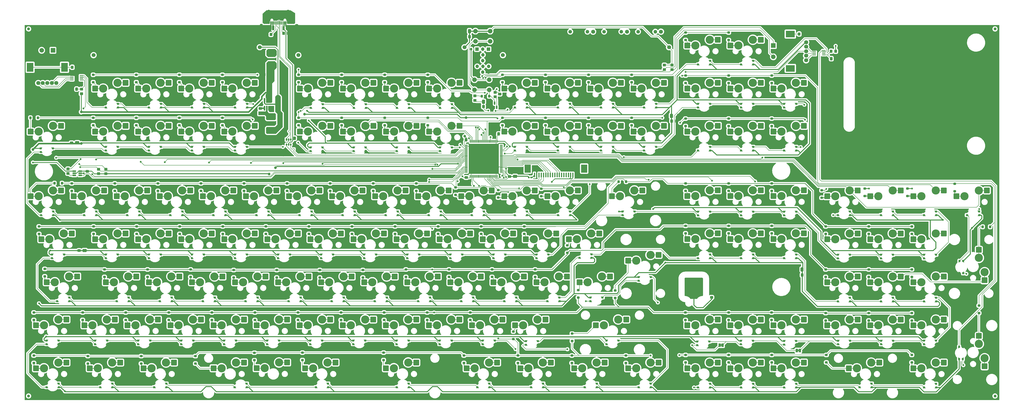
<source format=gbl>
G04 #@! TF.GenerationSoftware,KiCad,Pcbnew,(6.0.0-rc1-458-g78ff9a857a)*
G04 #@! TF.CreationDate,2023-01-11T22:18:48+01:00*
G04 #@! TF.ProjectId,berlin,6265726c-696e-42e6-9b69-6361645f7063,0.7*
G04 #@! TF.SameCoordinates,Original*
G04 #@! TF.FileFunction,Copper,L2,Bot*
G04 #@! TF.FilePolarity,Positive*
%FSLAX46Y46*%
G04 Gerber Fmt 4.6, Leading zero omitted, Abs format (unit mm)*
G04 Created by KiCad (PCBNEW (6.0.0-rc1-458-g78ff9a857a)) date 2023-01-11 22:18:48*
%MOMM*%
%LPD*%
G01*
G04 APERTURE LIST*
G04 Aperture macros list*
%AMRoundRect*
0 Rectangle with rounded corners*
0 $1 Rounding radius*
0 $2 $3 $4 $5 $6 $7 $8 $9 X,Y pos of 4 corners*
0 Add a 4 corners polygon primitive as box body*
4,1,4,$2,$3,$4,$5,$6,$7,$8,$9,$2,$3,0*
0 Add four circle primitives for the rounded corners*
1,1,$1+$1,$2,$3*
1,1,$1+$1,$4,$5*
1,1,$1+$1,$6,$7*
1,1,$1+$1,$8,$9*
0 Add four rect primitives between the rounded corners*
20,1,$1+$1,$2,$3,$4,$5,0*
20,1,$1+$1,$4,$5,$6,$7,0*
20,1,$1+$1,$6,$7,$8,$9,0*
20,1,$1+$1,$8,$9,$2,$3,0*%
%AMFreePoly0*
4,1,30,0.664142,0.394142,0.670000,0.380000,0.664142,0.365858,0.650000,0.360000,0.639861,0.360000,0.634409,0.349097,0.641334,0.339663,0.639014,0.324533,0.635101,0.321661,0.546798,0.160496,0.471072,-0.011862,0.410656,-0.190163,0.367074,-0.368692,0.368024,-0.373451,0.364365,-0.378933,0.365871,-0.382599,0.359972,-0.396724,0.345813,-0.402541,-0.525058,-0.400000,-0.532122,-0.397050,
-0.539142,-0.394142,-0.539154,-0.394113,-0.539183,-0.394101,-0.542091,-0.387023,-0.545000,-0.380000,-0.545000,0.380000,-0.539142,0.394142,-0.525000,0.400000,0.650000,0.400000,0.664142,0.394142,0.664142,0.394142,$1*%
%AMFreePoly1*
4,1,30,0.359972,0.396724,0.365871,0.382599,0.360054,0.368440,0.348994,0.363821,0.355643,0.340550,0.369294,0.338147,0.378078,0.325611,0.377258,0.320954,0.424060,0.146044,0.487195,-0.028314,0.565066,-0.196608,0.654927,-0.353799,0.658787,-0.356530,0.660097,-0.364182,0.664142,-0.365858,0.670000,-0.380000,0.664142,-0.394142,0.650000,-0.400000,-0.525000,-0.400000,-0.539142,-0.394142,
-0.545000,-0.380000,-0.545000,0.380000,-0.542091,0.387023,-0.539183,0.394101,-0.539154,0.394113,-0.539142,0.394142,-0.532122,0.397050,-0.525058,0.400000,0.345813,0.402541,0.359972,0.396724,0.359972,0.396724,$1*%
%AMFreePoly2*
4,1,32,0.575001,0.424979,0.592678,0.417657,0.600000,0.399978,0.592678,0.382301,0.574999,0.374979,0.559851,0.374979,0.542195,0.339668,0.553221,0.325821,0.551063,0.306808,0.544790,0.301813,0.438985,0.083324,0.355176,-0.152400,0.299306,-0.388642,0.301018,-0.396477,0.299513,-0.398824,0.300000,-0.400000,0.292678,-0.417678,0.275000,-0.425000,-0.200000,-0.425000,-0.319736,-0.407785,
-0.429772,-0.357533,-0.521194,-0.278316,-0.586594,-0.176551,-0.620674,-0.060484,-0.620674,0.060484,-0.586594,0.176551,-0.521194,0.278316,-0.429772,0.357533,-0.319736,0.407785,-0.200000,0.425000,-0.199999,0.425000,0.575001,0.424979,0.575001,0.424979,$1*%
G04 Aperture macros list end*
G04 #@! TA.AperFunction,SMDPad,CuDef*
%ADD10FreePoly0,180.000000*%
G04 #@! TD*
G04 #@! TA.AperFunction,SMDPad,CuDef*
%ADD11FreePoly1,180.000000*%
G04 #@! TD*
G04 #@! TA.AperFunction,SMDPad,CuDef*
%ADD12FreePoly2,0.000000*%
G04 #@! TD*
G04 #@! TA.AperFunction,SMDPad,CuDef*
%ADD13FreePoly1,0.000000*%
G04 #@! TD*
G04 #@! TA.AperFunction,SMDPad,CuDef*
%ADD14FreePoly0,0.000000*%
G04 #@! TD*
G04 #@! TA.AperFunction,SMDPad,CuDef*
%ADD15FreePoly2,180.000000*%
G04 #@! TD*
G04 #@! TA.AperFunction,ComponentPad*
%ADD16C,1.778000*%
G04 #@! TD*
G04 #@! TA.AperFunction,ComponentPad*
%ADD17RoundRect,0.177800X-0.711200X-0.711200X0.711200X-0.711200X0.711200X0.711200X-0.711200X0.711200X0*%
G04 #@! TD*
G04 #@! TA.AperFunction,ComponentPad*
%ADD18C,1.800000*%
G04 #@! TD*
G04 #@! TA.AperFunction,ComponentPad*
%ADD19R,2.000000X2.000000*%
G04 #@! TD*
G04 #@! TA.AperFunction,ComponentPad*
%ADD20C,2.000000*%
G04 #@! TD*
G04 #@! TA.AperFunction,ComponentPad*
%ADD21R,4.000000X3.000000*%
G04 #@! TD*
G04 #@! TA.AperFunction,ComponentPad*
%ADD22R,3.000000X4.000000*%
G04 #@! TD*
G04 #@! TA.AperFunction,SMDPad,CuDef*
%ADD23FreePoly0,90.000000*%
G04 #@! TD*
G04 #@! TA.AperFunction,SMDPad,CuDef*
%ADD24FreePoly1,90.000000*%
G04 #@! TD*
G04 #@! TA.AperFunction,SMDPad,CuDef*
%ADD25FreePoly2,270.000000*%
G04 #@! TD*
G04 #@! TA.AperFunction,SMDPad,CuDef*
%ADD26FreePoly1,270.000000*%
G04 #@! TD*
G04 #@! TA.AperFunction,WasherPad*
%ADD27C,1.300000*%
G04 #@! TD*
G04 #@! TA.AperFunction,ComponentPad*
%ADD28R,1.750000X1.750000*%
G04 #@! TD*
G04 #@! TA.AperFunction,ComponentPad*
%ADD29C,1.750000*%
G04 #@! TD*
G04 #@! TA.AperFunction,ComponentPad*
%ADD30C,2.700000*%
G04 #@! TD*
G04 #@! TA.AperFunction,SMDPad,CuDef*
%ADD31FreePoly0,270.000000*%
G04 #@! TD*
G04 #@! TA.AperFunction,SMDPad,CuDef*
%ADD32FreePoly2,90.000000*%
G04 #@! TD*
G04 #@! TA.AperFunction,ComponentPad*
%ADD33C,0.800000*%
G04 #@! TD*
G04 #@! TA.AperFunction,ComponentPad*
%ADD34C,7.000000*%
G04 #@! TD*
G04 #@! TA.AperFunction,SMDPad,CuDef*
%ADD35RoundRect,0.250000X-0.350000X0.250000X-0.350000X-0.250000X0.350000X-0.250000X0.350000X0.250000X0*%
G04 #@! TD*
G04 #@! TA.AperFunction,ComponentPad*
%ADD36C,3.600000*%
G04 #@! TD*
G04 #@! TA.AperFunction,SMDPad,CuDef*
%ADD37RoundRect,0.254000X1.016000X1.016000X-1.016000X1.016000X-1.016000X-1.016000X1.016000X-1.016000X0*%
G04 #@! TD*
G04 #@! TA.AperFunction,SMDPad,CuDef*
%ADD38RoundRect,0.250000X0.450000X-0.350000X0.450000X0.350000X-0.450000X0.350000X-0.450000X-0.350000X0*%
G04 #@! TD*
G04 #@! TA.AperFunction,SMDPad,CuDef*
%ADD39RoundRect,0.250000X-0.450000X0.350000X-0.450000X-0.350000X0.450000X-0.350000X0.450000X0.350000X0*%
G04 #@! TD*
G04 #@! TA.AperFunction,SMDPad,CuDef*
%ADD40RoundRect,0.250000X1.450000X-0.400000X1.450000X0.400000X-1.450000X0.400000X-1.450000X-0.400000X0*%
G04 #@! TD*
G04 #@! TA.AperFunction,SMDPad,CuDef*
%ADD41RoundRect,0.250000X0.475000X-0.337500X0.475000X0.337500X-0.475000X0.337500X-0.475000X-0.337500X0*%
G04 #@! TD*
G04 #@! TA.AperFunction,SMDPad,CuDef*
%ADD42RoundRect,0.250000X-0.475000X0.337500X-0.475000X-0.337500X0.475000X-0.337500X0.475000X0.337500X0*%
G04 #@! TD*
G04 #@! TA.AperFunction,SMDPad,CuDef*
%ADD43R,1.487399X0.431000*%
G04 #@! TD*
G04 #@! TA.AperFunction,SMDPad,CuDef*
%ADD44RoundRect,0.254000X1.016000X-1.016000X1.016000X1.016000X-1.016000X1.016000X-1.016000X-1.016000X0*%
G04 #@! TD*
G04 #@! TA.AperFunction,SMDPad,CuDef*
%ADD45RoundRect,0.250000X-0.412500X-0.650000X0.412500X-0.650000X0.412500X0.650000X-0.412500X0.650000X0*%
G04 #@! TD*
G04 #@! TA.AperFunction,SMDPad,CuDef*
%ADD46RoundRect,0.250000X0.650000X-0.412500X0.650000X0.412500X-0.650000X0.412500X-0.650000X-0.412500X0*%
G04 #@! TD*
G04 #@! TA.AperFunction,SMDPad,CuDef*
%ADD47R,1.560000X0.650000*%
G04 #@! TD*
G04 #@! TA.AperFunction,SMDPad,CuDef*
%ADD48RoundRect,0.150000X-0.150000X-0.575000X0.150000X-0.575000X0.150000X0.575000X-0.150000X0.575000X0*%
G04 #@! TD*
G04 #@! TA.AperFunction,SMDPad,CuDef*
%ADD49RoundRect,0.075000X-0.075000X-0.650000X0.075000X-0.650000X0.075000X0.650000X-0.075000X0.650000X0*%
G04 #@! TD*
G04 #@! TA.AperFunction,ComponentPad*
%ADD50O,1.100000X2.200000*%
G04 #@! TD*
G04 #@! TA.AperFunction,ComponentPad*
%ADD51O,1.300000X1.900000*%
G04 #@! TD*
G04 #@! TA.AperFunction,SMDPad,CuDef*
%ADD52RoundRect,0.250000X0.325000X0.450000X-0.325000X0.450000X-0.325000X-0.450000X0.325000X-0.450000X0*%
G04 #@! TD*
G04 #@! TA.AperFunction,SMDPad,CuDef*
%ADD53RoundRect,0.250000X-0.350000X-0.450000X0.350000X-0.450000X0.350000X0.450000X-0.350000X0.450000X0*%
G04 #@! TD*
G04 #@! TA.AperFunction,SMDPad,CuDef*
%ADD54RoundRect,0.250000X0.250000X0.350000X-0.250000X0.350000X-0.250000X-0.350000X0.250000X-0.350000X0*%
G04 #@! TD*
G04 #@! TA.AperFunction,SMDPad,CuDef*
%ADD55R,1.000000X1.500000*%
G04 #@! TD*
G04 #@! TA.AperFunction,SMDPad,CuDef*
%ADD56R,0.650000X1.060000*%
G04 #@! TD*
G04 #@! TA.AperFunction,SMDPad,CuDef*
%ADD57RoundRect,0.325000X0.000000X0.205000X0.000000X-0.205000X0.000000X-0.205000X0.000000X0.205000X0*%
G04 #@! TD*
G04 #@! TA.AperFunction,ComponentPad*
%ADD58R,1.524000X1.524000*%
G04 #@! TD*
G04 #@! TA.AperFunction,ComponentPad*
%ADD59O,1.524000X1.524000*%
G04 #@! TD*
G04 #@! TA.AperFunction,SMDPad,CuDef*
%ADD60R,1.193800X0.304800*%
G04 #@! TD*
G04 #@! TA.AperFunction,SMDPad,CuDef*
%ADD61R,0.304800X1.193800*%
G04 #@! TD*
G04 #@! TA.AperFunction,SMDPad,CuDef*
%ADD62RoundRect,0.250000X0.350000X-0.250000X0.350000X0.250000X-0.350000X0.250000X-0.350000X-0.250000X0*%
G04 #@! TD*
G04 #@! TA.AperFunction,SMDPad,CuDef*
%ADD63R,3.500000X2.350000*%
G04 #@! TD*
G04 #@! TA.AperFunction,SMDPad,CuDef*
%ADD64R,0.650000X2.000000*%
G04 #@! TD*
G04 #@! TA.AperFunction,SMDPad,CuDef*
%ADD65RoundRect,0.250000X-0.337500X-0.475000X0.337500X-0.475000X0.337500X0.475000X-0.337500X0.475000X0*%
G04 #@! TD*
G04 #@! TA.AperFunction,SMDPad,CuDef*
%ADD66RoundRect,0.150000X-0.150000X0.587500X-0.150000X-0.587500X0.150000X-0.587500X0.150000X0.587500X0*%
G04 #@! TD*
G04 #@! TA.AperFunction,SMDPad,CuDef*
%ADD67RoundRect,0.250000X0.350000X0.450000X-0.350000X0.450000X-0.350000X-0.450000X0.350000X-0.450000X0*%
G04 #@! TD*
G04 #@! TA.AperFunction,SMDPad,CuDef*
%ADD68RoundRect,0.250000X0.337500X0.475000X-0.337500X0.475000X-0.337500X-0.475000X0.337500X-0.475000X0*%
G04 #@! TD*
G04 #@! TA.AperFunction,ComponentPad*
%ADD69C,1.600000*%
G04 #@! TD*
G04 #@! TA.AperFunction,ComponentPad*
%ADD70O,1.600000X1.600000*%
G04 #@! TD*
G04 #@! TA.AperFunction,SMDPad,CuDef*
%ADD71R,0.610000X2.000000*%
G04 #@! TD*
G04 #@! TA.AperFunction,SMDPad,CuDef*
%ADD72R,2.680000X3.600000*%
G04 #@! TD*
G04 #@! TA.AperFunction,SMDPad,CuDef*
%ADD73RoundRect,0.250000X0.412500X0.650000X-0.412500X0.650000X-0.412500X-0.650000X0.412500X-0.650000X0*%
G04 #@! TD*
G04 #@! TA.AperFunction,SMDPad,CuDef*
%ADD74RoundRect,0.250000X-0.450000X0.325000X-0.450000X-0.325000X0.450000X-0.325000X0.450000X0.325000X0*%
G04 #@! TD*
G04 #@! TA.AperFunction,SMDPad,CuDef*
%ADD75RoundRect,0.250000X-0.250000X-0.350000X0.250000X-0.350000X0.250000X0.350000X-0.250000X0.350000X0*%
G04 #@! TD*
G04 #@! TA.AperFunction,ViaPad*
%ADD76C,0.800000*%
G04 #@! TD*
G04 #@! TA.AperFunction,ViaPad*
%ADD77C,1.000000*%
G04 #@! TD*
G04 #@! TA.AperFunction,ViaPad*
%ADD78C,1.200000*%
G04 #@! TD*
G04 #@! TA.AperFunction,Conductor*
%ADD79C,0.200000*%
G04 #@! TD*
G04 #@! TA.AperFunction,Conductor*
%ADD80C,0.250000*%
G04 #@! TD*
G04 #@! TA.AperFunction,Conductor*
%ADD81C,0.300000*%
G04 #@! TD*
G04 #@! TA.AperFunction,Conductor*
%ADD82C,0.500000*%
G04 #@! TD*
G04 #@! TA.AperFunction,Conductor*
%ADD83C,0.400000*%
G04 #@! TD*
G04 #@! TA.AperFunction,Conductor*
%ADD84C,0.700000*%
G04 #@! TD*
G04 #@! TA.AperFunction,Conductor*
%ADD85C,0.600000*%
G04 #@! TD*
G04 APERTURE END LIST*
G36*
X376225000Y-179125000D02*
G01*
X375725000Y-179125000D01*
X375725000Y-178525000D01*
X376225000Y-178525000D01*
X376225000Y-179125000D01*
G37*
G36*
X342075000Y-176775000D02*
G01*
X341575000Y-176775000D01*
X341575000Y-176175000D01*
X342075000Y-176175000D01*
X342075000Y-176775000D01*
G37*
D10*
X236879500Y-118865500D03*
D11*
X236854100Y-117265500D03*
D12*
X231647100Y-117265500D03*
D13*
X231570900Y-118865500D03*
D10*
X65429500Y-118880000D03*
D11*
X65404100Y-117280000D03*
D12*
X60197100Y-117280000D03*
D13*
X60120900Y-118880000D03*
D10*
X131942000Y-195075000D03*
D11*
X131916600Y-193475000D03*
D12*
X126709600Y-193475000D03*
D13*
X126633400Y-195075000D03*
D14*
X250595500Y-88690500D03*
D13*
X250620900Y-90290500D03*
D15*
X255827900Y-90290500D03*
D11*
X255904100Y-88690500D03*
D10*
X141629500Y-118865500D03*
D11*
X141604100Y-117265500D03*
D12*
X136397100Y-117265500D03*
D13*
X136320900Y-118865500D03*
D14*
X198308000Y-88925000D03*
D13*
X198333400Y-90525000D03*
D15*
X203540400Y-90525000D03*
D11*
X203616600Y-88925000D03*
D10*
X72541500Y-195065500D03*
D11*
X72516100Y-193465500D03*
D12*
X67309100Y-193465500D03*
D13*
X67232900Y-195065500D03*
D10*
X184682500Y-71367500D03*
D11*
X184657100Y-69767500D03*
D12*
X179450100Y-69767500D03*
D13*
X179373900Y-71367500D03*
D10*
X74992000Y-71255000D03*
D11*
X74966600Y-69655000D03*
D12*
X69759600Y-69655000D03*
D13*
X69683400Y-71255000D03*
D16*
X300205000Y-37675000D03*
D17*
X302745000Y-37675000D03*
D14*
X183920500Y-136315500D03*
D13*
X183945900Y-137915500D03*
D15*
X189152900Y-137915500D03*
D11*
X189229100Y-136315500D03*
D10*
X251230500Y-156965500D03*
D11*
X251205100Y-155365500D03*
D12*
X245998100Y-155365500D03*
D13*
X245921900Y-156965500D03*
D10*
X165632500Y-71367500D03*
D11*
X165607100Y-69767500D03*
D12*
X160400100Y-69767500D03*
D13*
X160323900Y-71367500D03*
D18*
X379422000Y-42325000D03*
D19*
X364922000Y-43825000D03*
D20*
X364922000Y-48825000D03*
D18*
X379422000Y-44325000D03*
D20*
X364922000Y-46325000D03*
D18*
X379422000Y-48325000D03*
D21*
X372422000Y-38725000D03*
X372422000Y-53925000D03*
D18*
X379422000Y-50325000D03*
X379422000Y-46325000D03*
D10*
X203642000Y-195075000D03*
D11*
X203616600Y-193475000D03*
D12*
X198409600Y-193475000D03*
D13*
X198333400Y-195075000D03*
D14*
X126770500Y-136315500D03*
D13*
X126795900Y-137915500D03*
D15*
X132002900Y-137915500D03*
D11*
X132079100Y-136315500D03*
D10*
X160679500Y-118865500D03*
D11*
X160654100Y-117265500D03*
D12*
X155447100Y-117265500D03*
D13*
X155370900Y-118865500D03*
D10*
X167918500Y-195065500D03*
D11*
X167893100Y-193465500D03*
D12*
X162686100Y-193465500D03*
D13*
X162609900Y-195065500D03*
D10*
X336955500Y-137915500D03*
D11*
X336930100Y-136315500D03*
D12*
X331723100Y-136315500D03*
D13*
X331646900Y-137915500D03*
D14*
X198271500Y-174415500D03*
D13*
X198296900Y-176015500D03*
D15*
X203503900Y-176015500D03*
D11*
X203580100Y-174415500D03*
D10*
X255929500Y-71240500D03*
D11*
X255904100Y-69640500D03*
D12*
X250697100Y-69640500D03*
D13*
X250620900Y-71240500D03*
D10*
X213130500Y-156965500D03*
D11*
X213105100Y-155365500D03*
D12*
X207898100Y-155365500D03*
D13*
X207821900Y-156965500D03*
D10*
X398804500Y-118865500D03*
D11*
X398779100Y-117265500D03*
D12*
X393572100Y-117265500D03*
D13*
X393495900Y-118865500D03*
D10*
X79780500Y-156965500D03*
D11*
X79755100Y-155365500D03*
D12*
X74548100Y-155365500D03*
D13*
X74471900Y-156965500D03*
D14*
X331621500Y-69640500D03*
D13*
X331646900Y-71240500D03*
D15*
X336853900Y-71240500D03*
D11*
X336930100Y-69640500D03*
D10*
X132142000Y-71255000D03*
D11*
X132116600Y-69655000D03*
D12*
X126909600Y-69655000D03*
D13*
X126833400Y-71255000D03*
D10*
X375055500Y-90290500D03*
D11*
X375030100Y-88690500D03*
D12*
X369823100Y-88690500D03*
D13*
X369746900Y-90290500D03*
D10*
X356005500Y-90290500D03*
D11*
X355980100Y-88690500D03*
D12*
X350773100Y-88690500D03*
D13*
X350696900Y-90290500D03*
D14*
X241070500Y-136315500D03*
D13*
X241095900Y-137915500D03*
D15*
X246302900Y-137915500D03*
D11*
X246379100Y-136315500D03*
D14*
X217458000Y-88925000D03*
D13*
X217483400Y-90525000D03*
D15*
X222690400Y-90525000D03*
D11*
X222766600Y-88925000D03*
D14*
X331621500Y-117392500D03*
D13*
X331646900Y-118992500D03*
D15*
X336853900Y-118992500D03*
D11*
X336930100Y-117392500D03*
D10*
X179729500Y-118865500D03*
D11*
X179704100Y-117265500D03*
D12*
X174497100Y-117265500D03*
D13*
X174420900Y-118865500D03*
D14*
X107720500Y-88690500D03*
D13*
X107745900Y-90290500D03*
D15*
X112952900Y-90290500D03*
D11*
X113029100Y-88690500D03*
D10*
X48792500Y-195065500D03*
D11*
X48767100Y-193465500D03*
D12*
X43560100Y-193465500D03*
D13*
X43483900Y-195065500D03*
D14*
X412520500Y-136442500D03*
D13*
X412545900Y-138042500D03*
D15*
X417752900Y-138042500D03*
D11*
X417829100Y-136442500D03*
D10*
X217829500Y-118865500D03*
D11*
X217804100Y-117265500D03*
D12*
X212597100Y-117265500D03*
D13*
X212520900Y-118865500D03*
D18*
X47750000Y-60433000D03*
D19*
X46250000Y-45933000D03*
D18*
X45750000Y-60433000D03*
D20*
X41250000Y-45933000D03*
X43750000Y-45933000D03*
D18*
X41750000Y-60433000D03*
D22*
X51350000Y-53433000D03*
X36150000Y-53433000D03*
D18*
X39750000Y-60433000D03*
X43750000Y-60433000D03*
D14*
X107720500Y-136315500D03*
D13*
X107745900Y-137915500D03*
D15*
X112952900Y-137915500D03*
D11*
X113029100Y-136315500D03*
D10*
X274979500Y-71240500D03*
D11*
X274954100Y-69640500D03*
D12*
X269747100Y-69640500D03*
D13*
X269670900Y-71240500D03*
D14*
X45871500Y-136315500D03*
D13*
X45896900Y-137915500D03*
D15*
X51103900Y-137915500D03*
D11*
X51180100Y-136315500D03*
D23*
X447105000Y-182572000D03*
D24*
X448705000Y-182546600D03*
D25*
X448705000Y-177339600D03*
D26*
X447105000Y-177263400D03*
D10*
X113092000Y-71255000D03*
D11*
X113066600Y-69655000D03*
D12*
X107859600Y-69655000D03*
D13*
X107783400Y-71255000D03*
D10*
X417854500Y-118865500D03*
D11*
X417829100Y-117265500D03*
D12*
X412622100Y-117265500D03*
D13*
X412545900Y-118865500D03*
D10*
X53491500Y-156965500D03*
D11*
X53466100Y-155365500D03*
D12*
X48259100Y-155365500D03*
D13*
X48182900Y-156965500D03*
D10*
X103529500Y-118880000D03*
D11*
X103504100Y-117280000D03*
D12*
X98297100Y-117280000D03*
D13*
X98220900Y-118880000D03*
D14*
X145820500Y-136315500D03*
D13*
X145845900Y-137915500D03*
D15*
X151052900Y-137915500D03*
D11*
X151129100Y-136315500D03*
D27*
X35475000Y-36475000D03*
D14*
X350671500Y-117392500D03*
D13*
X350696900Y-118992500D03*
D15*
X355903900Y-118992500D03*
D11*
X355980100Y-117392500D03*
D14*
X179094500Y-174415500D03*
D13*
X179119900Y-176015500D03*
D15*
X184326900Y-176015500D03*
D11*
X184403100Y-174415500D03*
D10*
X174903500Y-156965500D03*
D11*
X174878100Y-155365500D03*
D12*
X169671100Y-155365500D03*
D13*
X169594900Y-156965500D03*
D14*
X412618000Y-174495000D03*
D13*
X412643400Y-176095000D03*
D15*
X417850400Y-176095000D03*
D11*
X417926600Y-174495000D03*
D14*
X350588000Y-174495000D03*
D13*
X350613400Y-176095000D03*
D15*
X355820400Y-176095000D03*
D11*
X355896600Y-174495000D03*
D14*
X69620500Y-136315500D03*
D13*
X69645900Y-137915500D03*
D15*
X74852900Y-137915500D03*
D11*
X74929100Y-136315500D03*
D10*
X356005500Y-195192500D03*
D11*
X355980100Y-193592500D03*
D12*
X350773100Y-193592500D03*
D13*
X350696900Y-195192500D03*
D14*
X283996500Y-155365500D03*
D13*
X284021900Y-156965500D03*
D15*
X289228900Y-156965500D03*
D11*
X289305100Y-155365500D03*
D28*
X64221250Y-44575000D03*
D29*
X64221250Y-48075000D03*
X137721250Y-44575000D03*
D30*
X133571250Y-50525000D03*
X68371250Y-50525000D03*
X69571250Y-42125000D03*
X132371250Y-42125000D03*
D14*
X83971500Y-174415500D03*
D13*
X83996900Y-176015500D03*
D15*
X89203900Y-176015500D03*
D11*
X89280100Y-174415500D03*
D14*
X222020500Y-136315500D03*
D13*
X222045900Y-137915500D03*
D15*
X227252900Y-137915500D03*
D11*
X227329100Y-136315500D03*
D10*
X356005500Y-137915500D03*
D11*
X355980100Y-136315500D03*
D12*
X350773100Y-136315500D03*
D13*
X350696900Y-137915500D03*
D16*
X315205000Y-37675000D03*
D17*
X317745000Y-37675000D03*
D14*
X298220500Y-117265500D03*
D13*
X298245900Y-118865500D03*
D15*
X303452900Y-118865500D03*
D11*
X303529100Y-117265500D03*
D14*
X260120500Y-136315500D03*
D13*
X260145900Y-137915500D03*
D15*
X265352900Y-137915500D03*
D11*
X265429100Y-136315500D03*
D14*
X369721500Y-117392500D03*
D13*
X369746900Y-118992500D03*
D15*
X374953900Y-118992500D03*
D11*
X375030100Y-117392500D03*
D10*
X96417500Y-195065500D03*
D11*
X96392100Y-193465500D03*
D12*
X91185100Y-193465500D03*
D13*
X91108900Y-195065500D03*
D31*
X448865000Y-139238000D03*
D26*
X447265000Y-139263400D03*
D32*
X447265000Y-144470400D03*
D24*
X448865000Y-144546600D03*
D10*
X232180500Y-156965500D03*
D11*
X232155100Y-155365500D03*
D12*
X226948100Y-155365500D03*
D13*
X226871900Y-156965500D03*
D10*
X436904500Y-195192500D03*
D11*
X436879100Y-193592500D03*
D12*
X431672100Y-193592500D03*
D13*
X431595900Y-195192500D03*
D10*
X375055500Y-195192500D03*
D11*
X375030100Y-193592500D03*
D12*
X369823100Y-193592500D03*
D13*
X369746900Y-195192500D03*
D16*
X285205000Y-37675000D03*
D17*
X287745000Y-37675000D03*
D10*
X222782500Y-71367500D03*
D11*
X222757100Y-69767500D03*
D12*
X217550100Y-69767500D03*
D13*
X217473900Y-71367500D03*
D14*
X431570500Y-136442500D03*
D13*
X431595900Y-138042500D03*
D15*
X436802900Y-138042500D03*
D11*
X436879100Y-136442500D03*
D10*
X455954500Y-118865500D03*
D11*
X455929100Y-117265500D03*
D12*
X450722100Y-117265500D03*
D13*
X450645900Y-118865500D03*
D10*
X408367000Y-195080000D03*
D11*
X408341600Y-193480000D03*
D12*
X403134600Y-193480000D03*
D13*
X403058400Y-195080000D03*
D33*
X331631155Y-148818845D03*
X329775000Y-153300000D03*
X332400000Y-150675000D03*
X327918845Y-152531155D03*
X327918845Y-148818845D03*
X329775000Y-148050000D03*
X331631155Y-152531155D03*
X327150000Y-150675000D03*
D34*
X329775000Y-150675000D03*
D27*
X462975000Y-198975000D03*
D14*
X431570500Y-174415500D03*
D13*
X431595900Y-176015500D03*
D15*
X436802900Y-176015500D03*
D11*
X436879100Y-174415500D03*
D10*
X193953500Y-156965500D03*
D11*
X193928100Y-155365500D03*
D12*
X188721100Y-155365500D03*
D13*
X188644900Y-156965500D03*
D10*
X436904500Y-118865500D03*
D11*
X436879100Y-117265500D03*
D12*
X431672100Y-117265500D03*
D13*
X431595900Y-118865500D03*
D14*
X291108500Y-174415500D03*
D13*
X291133900Y-176015500D03*
D15*
X296340900Y-176015500D03*
D11*
X296417100Y-174415500D03*
D20*
X233125000Y-37425000D03*
X239625000Y-37425000D03*
X239625000Y-41925000D03*
X233125000Y-41925000D03*
D10*
X436904500Y-157092500D03*
D11*
X436879100Y-155492500D03*
D12*
X431672100Y-155492500D03*
D13*
X431595900Y-157092500D03*
D14*
X269645500Y-88690500D03*
D13*
X269670900Y-90290500D03*
D15*
X274877900Y-90290500D03*
D11*
X274954100Y-88690500D03*
D14*
X103021500Y-174415500D03*
D13*
X103046900Y-176015500D03*
D15*
X108253900Y-176015500D03*
D11*
X108330100Y-174415500D03*
D10*
X284492000Y-137825000D03*
D11*
X284466600Y-136225000D03*
D12*
X279259600Y-136225000D03*
D13*
X279183400Y-137825000D03*
D10*
X375055500Y-137915500D03*
D11*
X375030100Y-136315500D03*
D12*
X369823100Y-136315500D03*
D13*
X369746900Y-137915500D03*
D14*
X369683000Y-174600000D03*
D13*
X369708400Y-176200000D03*
D15*
X374915400Y-176200000D03*
D11*
X374991600Y-174600000D03*
D10*
X270280500Y-156965500D03*
D11*
X270255100Y-155365500D03*
D12*
X265048100Y-155365500D03*
D13*
X264971900Y-156965500D03*
D14*
X140994500Y-174415500D03*
D13*
X141019900Y-176015500D03*
D15*
X146226900Y-176015500D03*
D11*
X146303100Y-174415500D03*
D14*
X369721500Y-69640500D03*
D13*
X369746900Y-71240500D03*
D15*
X374953900Y-71240500D03*
D11*
X375030100Y-69640500D03*
D14*
X64921500Y-174415500D03*
D13*
X64946900Y-176015500D03*
D15*
X70153900Y-176015500D03*
D11*
X70230100Y-174415500D03*
D10*
X294029500Y-71240500D03*
D11*
X294004100Y-69640500D03*
D12*
X288797100Y-69640500D03*
D13*
X288720900Y-71240500D03*
D14*
X43458500Y-174415500D03*
D13*
X43483900Y-176015500D03*
D15*
X48690900Y-176015500D03*
D11*
X48767100Y-174415500D03*
D10*
X263079000Y-195065500D03*
D11*
X263053600Y-193465500D03*
D12*
X257846600Y-193465500D03*
D13*
X257770400Y-195065500D03*
D10*
X98830500Y-156965500D03*
D11*
X98805100Y-155365500D03*
D12*
X93598100Y-155365500D03*
D13*
X93521900Y-156965500D03*
D27*
X35475000Y-198975000D03*
D14*
X179258000Y-88925000D03*
D13*
X179283400Y-90525000D03*
D15*
X184490400Y-90525000D03*
D11*
X184566600Y-88925000D03*
D10*
X46379500Y-118880000D03*
D11*
X46354100Y-117280000D03*
D12*
X41147100Y-117280000D03*
D13*
X41070900Y-118880000D03*
D14*
X393568000Y-174495000D03*
D13*
X393593400Y-176095000D03*
D15*
X398800400Y-176095000D03*
D11*
X398876600Y-174495000D03*
D14*
X331258000Y-174875000D03*
D13*
X331283400Y-176475000D03*
D15*
X336490400Y-176475000D03*
D11*
X336566600Y-174875000D03*
D14*
X307745500Y-88690500D03*
D13*
X307770900Y-90290500D03*
D15*
X312977900Y-90290500D03*
D11*
X313054100Y-88690500D03*
D14*
X88670500Y-136315500D03*
D13*
X88695900Y-137915500D03*
D15*
X93902900Y-137915500D03*
D11*
X93979100Y-136315500D03*
D14*
X126770500Y-88690500D03*
D13*
X126795900Y-90290500D03*
D15*
X132002900Y-90290500D03*
D11*
X132079100Y-88690500D03*
D10*
X255929500Y-118865500D03*
D11*
X255904100Y-117265500D03*
D12*
X250697100Y-117265500D03*
D13*
X250620900Y-118865500D03*
D14*
X305370000Y-146348500D03*
D13*
X305395400Y-147948500D03*
D15*
X310602400Y-147948500D03*
D11*
X310678600Y-146348500D03*
D10*
X336955500Y-195192500D03*
D11*
X336930100Y-193592500D03*
D12*
X331723100Y-193592500D03*
D13*
X331646900Y-195192500D03*
D14*
X40908000Y-89325000D03*
D13*
X40933400Y-90925000D03*
D15*
X46140400Y-90925000D03*
D11*
X46216600Y-89325000D03*
D10*
X313079500Y-71240500D03*
D11*
X313054100Y-69640500D03*
D12*
X307847100Y-69640500D03*
D13*
X307770900Y-71240500D03*
D10*
X94042000Y-71255000D03*
D11*
X94016600Y-69655000D03*
D12*
X88809600Y-69655000D03*
D13*
X88733400Y-71255000D03*
D10*
X122579500Y-118865500D03*
D11*
X122554100Y-117265500D03*
D12*
X117347100Y-117265500D03*
D13*
X117270900Y-118865500D03*
D14*
X255468000Y-174715000D03*
D13*
X255493400Y-176315000D03*
D15*
X260700400Y-176315000D03*
D11*
X260776600Y-174715000D03*
D14*
X393470500Y-136442500D03*
D13*
X393495900Y-138042500D03*
D15*
X398702900Y-138042500D03*
D11*
X398779100Y-136442500D03*
D10*
X336955500Y-90290500D03*
D11*
X336930100Y-88690500D03*
D12*
X331723100Y-88690500D03*
D13*
X331646900Y-90290500D03*
D10*
X117880500Y-156965500D03*
D11*
X117855100Y-155365500D03*
D12*
X112648100Y-155365500D03*
D13*
X112571900Y-156965500D03*
D10*
X239292500Y-195065500D03*
D11*
X239267100Y-193465500D03*
D12*
X234060100Y-193465500D03*
D13*
X233983900Y-195065500D03*
D10*
X136803500Y-156965500D03*
D11*
X136778100Y-155365500D03*
D12*
X131571100Y-155365500D03*
D13*
X131494900Y-156965500D03*
D14*
X202970500Y-136315500D03*
D13*
X202995900Y-137915500D03*
D15*
X208202900Y-137915500D03*
D11*
X208279100Y-136315500D03*
D14*
X88670500Y-88690500D03*
D13*
X88695900Y-90290500D03*
D15*
X93902900Y-90290500D03*
D11*
X93979100Y-88690500D03*
D10*
X286828000Y-195065500D03*
D11*
X286802600Y-193465500D03*
D12*
X281595600Y-193465500D03*
D13*
X281519400Y-195065500D03*
D14*
X164870500Y-136315500D03*
D13*
X164895900Y-137915500D03*
D15*
X170102900Y-137915500D03*
D11*
X170179100Y-136315500D03*
D28*
X245291500Y-44575000D03*
D29*
X245291500Y-48075000D03*
X318791500Y-44575000D03*
D30*
X313441500Y-42125000D03*
X314641500Y-50525000D03*
X249441500Y-50525000D03*
X250641500Y-42125000D03*
D10*
X398804500Y-157092500D03*
D11*
X398779100Y-155492500D03*
D12*
X393572100Y-155492500D03*
D13*
X393495900Y-157092500D03*
D14*
X288695500Y-88690500D03*
D13*
X288720900Y-90290500D03*
D15*
X293927900Y-90290500D03*
D11*
X294004100Y-88690500D03*
D10*
X275017000Y-118880000D03*
D11*
X274991600Y-117280000D03*
D12*
X269784600Y-117280000D03*
D13*
X269708400Y-118880000D03*
D14*
X217321500Y-174415500D03*
D13*
X217346900Y-176015500D03*
D15*
X222553900Y-176015500D03*
D11*
X222630100Y-174415500D03*
D14*
X121944500Y-174415500D03*
D13*
X121969900Y-176015500D03*
D15*
X127176900Y-176015500D03*
D11*
X127253100Y-174415500D03*
D14*
X160208000Y-88925000D03*
D13*
X160233400Y-90525000D03*
D15*
X165440400Y-90525000D03*
D11*
X165516600Y-88925000D03*
D14*
X236371500Y-174415500D03*
D13*
X236396900Y-176015500D03*
D15*
X241603900Y-176015500D03*
D11*
X241680100Y-174415500D03*
D10*
X356005500Y-52190500D03*
D11*
X355980100Y-50590500D03*
D12*
X350773100Y-50590500D03*
D13*
X350696900Y-52190500D03*
D10*
X310666500Y-195065500D03*
D11*
X310641100Y-193465500D03*
D12*
X305434100Y-193465500D03*
D13*
X305357900Y-195065500D03*
D10*
X84479500Y-118880000D03*
D11*
X84454100Y-117280000D03*
D12*
X79247100Y-117280000D03*
D13*
X79170900Y-118880000D03*
D10*
X155853500Y-156965500D03*
D11*
X155828100Y-155365500D03*
D12*
X150621100Y-155365500D03*
D13*
X150544900Y-156965500D03*
D28*
X154804000Y-44575000D03*
D29*
X154804000Y-48075000D03*
X228304000Y-44575000D03*
D30*
X224154000Y-50525000D03*
X158954000Y-50525000D03*
X160154000Y-42125000D03*
X222954000Y-42125000D03*
D10*
X336955500Y-52190500D03*
D11*
X336930100Y-50590500D03*
D12*
X331723100Y-50590500D03*
D13*
X331646900Y-52190500D03*
D10*
X203732500Y-71367500D03*
D11*
X203707100Y-69767500D03*
D12*
X198500100Y-69767500D03*
D13*
X198423900Y-71367500D03*
D14*
X160044500Y-174415500D03*
D13*
X160069900Y-176015500D03*
D15*
X165276900Y-176015500D03*
D11*
X165353100Y-174415500D03*
D14*
X350671500Y-69640500D03*
D13*
X350696900Y-71240500D03*
D15*
X355903900Y-71240500D03*
D11*
X355980100Y-69640500D03*
D27*
X462975000Y-36475000D03*
D10*
X198779500Y-118865500D03*
D11*
X198754100Y-117265500D03*
D12*
X193547100Y-117265500D03*
D13*
X193470900Y-118865500D03*
D10*
X417854500Y-157092500D03*
D11*
X417829100Y-155492500D03*
D12*
X412622100Y-155492500D03*
D13*
X412545900Y-157092500D03*
D14*
X69620500Y-88690500D03*
D13*
X69645900Y-90290500D03*
D15*
X74852900Y-90290500D03*
D11*
X74929100Y-88690500D03*
D35*
X149795000Y-104873000D03*
X149795000Y-108173000D03*
D36*
X168495750Y-148591750D03*
X174845750Y-146051750D03*
D37*
X178401750Y-146051750D03*
X164939750Y-148591750D03*
D35*
X264095000Y-56740000D03*
X264095000Y-60040000D03*
D36*
X284383250Y-127001750D03*
X278033250Y-129541750D03*
D37*
X287939250Y-127001750D03*
X274477250Y-129541750D03*
D35*
X364171000Y-104873000D03*
X364171000Y-108173000D03*
X111695000Y-104873000D03*
X111695000Y-108173000D03*
D38*
X320125000Y-54475000D03*
X320125000Y-52475000D03*
D35*
X302195000Y-75790000D03*
X302195000Y-79090000D03*
D39*
X69625000Y-98575000D03*
X69625000Y-100575000D03*
D35*
X37781000Y-162023000D03*
X37781000Y-165323000D03*
X154875000Y-75790000D03*
X154875000Y-79090000D03*
X243190800Y-107819400D03*
X243190800Y-111119400D03*
D36*
X146270750Y-165101750D03*
X139920750Y-167641750D03*
D37*
X149826750Y-165101750D03*
X136364750Y-167641750D03*
D36*
X274858250Y-79376750D03*
X268508250Y-81916750D03*
D37*
X278414250Y-79376750D03*
X264952250Y-81916750D03*
D40*
X142937000Y-52106000D03*
X142937000Y-47656000D03*
D35*
X54545000Y-104873000D03*
X54545000Y-108173000D03*
D36*
X392333250Y-167673500D03*
X398683250Y-165133500D03*
D37*
X402239250Y-165133500D03*
X388777250Y-167673500D03*
D35*
X192975000Y-75790000D03*
X192975000Y-79090000D03*
D36*
X355820750Y-165133500D03*
X349470750Y-167673500D03*
D37*
X359376750Y-165133500D03*
X345914750Y-167673500D03*
D35*
X364171000Y-57121000D03*
X364171000Y-60421000D03*
D36*
X173258250Y-110491750D03*
X179608250Y-107951750D03*
D37*
X183164250Y-107951750D03*
X169702250Y-110491750D03*
D35*
X245045000Y-75790000D03*
X245045000Y-79090000D03*
X326071000Y-123669000D03*
X326071000Y-126969000D03*
D41*
X248195000Y-101782500D03*
X248195000Y-99707500D03*
D36*
X141508250Y-107951750D03*
X135158250Y-110491750D03*
D37*
X145064250Y-107951750D03*
X131602250Y-110491750D03*
D35*
X40067000Y-123923000D03*
X40067000Y-127223000D03*
D36*
X349502500Y-129510000D03*
X355852500Y-126970000D03*
D37*
X359408500Y-126970000D03*
X345946500Y-129510000D03*
D35*
X206945000Y-104873000D03*
X206945000Y-108173000D03*
X455865000Y-158975000D03*
X455865000Y-162275000D03*
D42*
X229043000Y-102234300D03*
X229043000Y-104309300D03*
D35*
X64070000Y-75790000D03*
X64070000Y-79090000D03*
D36*
X112933250Y-60326750D03*
X106583250Y-62866750D03*
D37*
X116489250Y-60326750D03*
X103027250Y-62866750D03*
D36*
X249458410Y-62866750D03*
X255808410Y-60326750D03*
D37*
X259364410Y-60326750D03*
X245902410Y-62866750D03*
D35*
X116521000Y-162023000D03*
X116521000Y-165323000D03*
D43*
X382992400Y-47934999D03*
X382992400Y-47285001D03*
X382992400Y-46634999D03*
X382992400Y-45985001D03*
X387259600Y-45985001D03*
X387259600Y-46634999D03*
X387259600Y-47285001D03*
X387259600Y-47934999D03*
D36*
X458373250Y-144178500D03*
X455833250Y-137828500D03*
D44*
X458373250Y-147734500D03*
X455833250Y-134272500D03*
D35*
X121347000Y-123923000D03*
X121347000Y-127223000D03*
D36*
X293908250Y-60326750D03*
X287558250Y-62866750D03*
D37*
X297464250Y-60326750D03*
X284002250Y-62866750D03*
D36*
X125635000Y-81915000D03*
X131985000Y-79375000D03*
D37*
X135541000Y-79375000D03*
X122079000Y-81915000D03*
D35*
X251903000Y-181073000D03*
X251903000Y-184373000D03*
D36*
X430433250Y-148623500D03*
X436783250Y-146083500D03*
D37*
X440339250Y-146083500D03*
X426877250Y-148623500D03*
D36*
X336802500Y-41245000D03*
X330452500Y-43785000D03*
D37*
X340358500Y-41245000D03*
X326896500Y-43785000D03*
D36*
X160558250Y-107951750D03*
X154208250Y-110491750D03*
D37*
X164114250Y-107951750D03*
X150652250Y-110491750D03*
D36*
X336802500Y-107920000D03*
X330452500Y-110460000D03*
D37*
X340358500Y-107920000D03*
X326896500Y-110460000D03*
D35*
X326071000Y-76171000D03*
X326071000Y-79471000D03*
D45*
X236712500Y-68675000D03*
X239837500Y-68675000D03*
D39*
X66425000Y-98575000D03*
X66425000Y-100575000D03*
D35*
X159447000Y-123923000D03*
X159447000Y-127223000D03*
X388047000Y-123923000D03*
X388047000Y-127223000D03*
X145223000Y-143227000D03*
X145223000Y-146527000D03*
X262240800Y-107235200D03*
X262240800Y-110535200D03*
D36*
X131983250Y-127001750D03*
X125633250Y-129541750D03*
D37*
X135539250Y-127001750D03*
X122077250Y-129541750D03*
D36*
X262952000Y-184151750D03*
X256602000Y-186691750D03*
D37*
X266508000Y-184151750D03*
X253046000Y-186691750D03*
D35*
X102297000Y-123923000D03*
X102297000Y-127223000D03*
D46*
X56975000Y-86837500D03*
X56975000Y-83712500D03*
D36*
X63720750Y-167641750D03*
X70070750Y-165101750D03*
D37*
X73626750Y-165101750D03*
X60164750Y-167641750D03*
D36*
X265333250Y-127001750D03*
X258983250Y-129541750D03*
D37*
X268889250Y-127001750D03*
X255427250Y-129541750D03*
D35*
X228027000Y-181073000D03*
X228027000Y-184373000D03*
D36*
X120865000Y-186685000D03*
X127215000Y-184145000D03*
D37*
X130771000Y-184145000D03*
X117309000Y-186685000D03*
D36*
X130395750Y-148591750D03*
X136745750Y-146051750D03*
D37*
X140301750Y-146051750D03*
X126839750Y-148591750D03*
D47*
X58341000Y-99429000D03*
X58341000Y-100379000D03*
X58341000Y-101329000D03*
X55641000Y-101329000D03*
X55641000Y-100379000D03*
X55641000Y-99429000D03*
D35*
X73595000Y-104873000D03*
X73595000Y-108173000D03*
D36*
X182783250Y-129541750D03*
X189133250Y-127001750D03*
D37*
X192689250Y-127001750D03*
X179227250Y-129541750D03*
D35*
X183323000Y-143227000D03*
X183323000Y-146527000D03*
X164273000Y-143227000D03*
X164273000Y-146527000D03*
X192721000Y-162023000D03*
X192721000Y-165323000D03*
X130745000Y-104873000D03*
X130745000Y-108173000D03*
D36*
X158970750Y-167641750D03*
X165320750Y-165101750D03*
D37*
X168876750Y-165101750D03*
X155414750Y-167641750D03*
D35*
X426147000Y-180819000D03*
X426147000Y-184119000D03*
X202373000Y-142973000D03*
X202373000Y-146273000D03*
D20*
X232725000Y-58925000D03*
X239225000Y-58925000D03*
X232725000Y-63425000D03*
X239225000Y-63425000D03*
D36*
X260570750Y-165101750D03*
X254220750Y-167641750D03*
D37*
X264126750Y-165101750D03*
X250664750Y-167641750D03*
D35*
X192975000Y-56740000D03*
X192975000Y-60040000D03*
D36*
X312958250Y-60326750D03*
X306608250Y-62866750D03*
D37*
X316514250Y-60326750D03*
X303052250Y-62866750D03*
D35*
X102170000Y-75790000D03*
X102170000Y-79090000D03*
X388047000Y-142973000D03*
X388047000Y-146273000D03*
D36*
X368552500Y-81885000D03*
X374902500Y-79345000D03*
D37*
X378458500Y-79345000D03*
X364996500Y-81885000D03*
D35*
X264095000Y-75790000D03*
X264095000Y-79090000D03*
D41*
X54515000Y-86902500D03*
X54515000Y-84827500D03*
D48*
X142735000Y-33847500D03*
X143535000Y-33847500D03*
D49*
X144735000Y-33847500D03*
X145731000Y-33847500D03*
X146235000Y-33847500D03*
X147235000Y-33847500D03*
D48*
X149235000Y-33847500D03*
X148435000Y-33847500D03*
D49*
X147735000Y-33847500D03*
X146735000Y-33847500D03*
X145235000Y-33847500D03*
X144235000Y-33847500D03*
D50*
X141685000Y-33072500D03*
D51*
X150285000Y-28872500D03*
X141685000Y-28872500D03*
D50*
X150285000Y-33072500D03*
D52*
X56840000Y-53437000D03*
X54790000Y-53437000D03*
D35*
X156625000Y-179775000D03*
X156625000Y-183075000D03*
X426147000Y-162277000D03*
X426147000Y-165577000D03*
D36*
X287558250Y-81916750D03*
X293908250Y-79376750D03*
D37*
X297464250Y-79376750D03*
X284002250Y-81916750D03*
D36*
X68483250Y-81916750D03*
X74833250Y-79376750D03*
D37*
X78389250Y-79376750D03*
X64927250Y-81916750D03*
D53*
X139651000Y-56653000D03*
X141651000Y-56653000D03*
D36*
X72452000Y-184151750D03*
X66102000Y-186691750D03*
D37*
X76008000Y-184151750D03*
X62546000Y-186691750D03*
D54*
X39558000Y-75789000D03*
X36258000Y-75789000D03*
D36*
X239933250Y-129541750D03*
X246283250Y-127001750D03*
D37*
X249839250Y-127001750D03*
X236377250Y-129541750D03*
D36*
X289145750Y-146051750D03*
X282795750Y-148591750D03*
D37*
X292701750Y-146051750D03*
X279239750Y-148591750D03*
D35*
X407097000Y-123923000D03*
X407097000Y-127223000D03*
D36*
X458373250Y-182278500D03*
X455833250Y-175928500D03*
D44*
X458373250Y-185834500D03*
X455833250Y-172372500D03*
D36*
X330425000Y-167675000D03*
X336775000Y-165135000D03*
D37*
X340331000Y-165135000D03*
X326869000Y-167675000D03*
D55*
X375325000Y-178825000D03*
X376625000Y-178825000D03*
D35*
X345121000Y-123669000D03*
X345121000Y-126969000D03*
X345121000Y-162023000D03*
X345121000Y-165323000D03*
D56*
X149541000Y-85441000D03*
D57*
X150491000Y-85441000D03*
X151441000Y-85441000D03*
X151441000Y-87641000D03*
X150491000Y-87641000D03*
X149541000Y-87641000D03*
D35*
X135375000Y-179825000D03*
X135375000Y-183125000D03*
X211771000Y-162023000D03*
X211771000Y-165323000D03*
D58*
X238885500Y-45410600D03*
X233809500Y-45410600D03*
D59*
X236345500Y-45410600D03*
X233936500Y-47950600D03*
X239012500Y-47950600D03*
X236472500Y-47950600D03*
X233809500Y-50490600D03*
X238885500Y-50490600D03*
X236345500Y-50490600D03*
X233936500Y-53030600D03*
X239012500Y-53030600D03*
X236472500Y-53030600D03*
X238885500Y-55570600D03*
X233809500Y-55570600D03*
X236345500Y-55570600D03*
D35*
X88073000Y-142973000D03*
X88073000Y-146273000D03*
D60*
X244540000Y-87949999D03*
X244540000Y-88450001D03*
X244540000Y-88950000D03*
X244540000Y-89449999D03*
X244540000Y-89950000D03*
X244540000Y-90449999D03*
X244540000Y-90950001D03*
X244540000Y-91450000D03*
X244540000Y-91949999D03*
X244540000Y-92450000D03*
X244540000Y-92949999D03*
X244540000Y-93449998D03*
X244540000Y-93950000D03*
X244540000Y-94449999D03*
X244540000Y-94950001D03*
X244540000Y-95450000D03*
X244540000Y-95949999D03*
X244540000Y-96450000D03*
X244540000Y-96949999D03*
X244540000Y-97450001D03*
X244540000Y-97950000D03*
X244540000Y-98449999D03*
X244540000Y-98950000D03*
X244540000Y-99449999D03*
X244540000Y-99950001D03*
D61*
X242790001Y-101700000D03*
X242289999Y-101700000D03*
X241790000Y-101700000D03*
X241290001Y-101700000D03*
X240790000Y-101700000D03*
X240290001Y-101700000D03*
X239789999Y-101700000D03*
X239290000Y-101700000D03*
X238790001Y-101700000D03*
X238290000Y-101700000D03*
X237790001Y-101700000D03*
X237289999Y-101700000D03*
X236790000Y-101700000D03*
X236290001Y-101700000D03*
X235789999Y-101700000D03*
X235290000Y-101700000D03*
X234789999Y-101700000D03*
X234290000Y-101700000D03*
X233790001Y-101700000D03*
X233289999Y-101700000D03*
X232790000Y-101700000D03*
X232289999Y-101700000D03*
X231790000Y-101700000D03*
X231290001Y-101700000D03*
X230789999Y-101700000D03*
D60*
X229040000Y-99950001D03*
X229040000Y-99449999D03*
X229040000Y-98950000D03*
X229040000Y-98450001D03*
X229040000Y-97950000D03*
X229040000Y-97450001D03*
X229040000Y-96949999D03*
X229040000Y-96450000D03*
X229040000Y-95950001D03*
X229040000Y-95450000D03*
X229040000Y-94950001D03*
X229040000Y-94449999D03*
X229040000Y-93950000D03*
X229040000Y-93450001D03*
X229040000Y-92949999D03*
X229040000Y-92450000D03*
X229040000Y-91949999D03*
X229040000Y-91450000D03*
X229040000Y-90950001D03*
X229040000Y-90449999D03*
X229040000Y-89950000D03*
X229040000Y-89449999D03*
X229040000Y-88950000D03*
X229040000Y-88450001D03*
X229040000Y-87949999D03*
D61*
X230789999Y-86200000D03*
X231290001Y-86200000D03*
X231790000Y-86200000D03*
X232289999Y-86200000D03*
X232790000Y-86200000D03*
X233289999Y-86200000D03*
X233790001Y-86200000D03*
X234290000Y-86200000D03*
X234789999Y-86200000D03*
X235290000Y-86200000D03*
X235789999Y-86200000D03*
X236290001Y-86200000D03*
X236790000Y-86200000D03*
X237289999Y-86200000D03*
X237790001Y-86200000D03*
X238290000Y-86200000D03*
X238790001Y-86200000D03*
X239290000Y-86200000D03*
X239789999Y-86200000D03*
X240290001Y-86200000D03*
X240790000Y-86200000D03*
X241290001Y-86200000D03*
X241790000Y-86200000D03*
X242289999Y-86200000D03*
X242790001Y-86200000D03*
D35*
X140397000Y-123923000D03*
X140397000Y-127223000D03*
D45*
X145692500Y-71926000D03*
X148817500Y-71926000D03*
D36*
X155795750Y-146051750D03*
X149445750Y-148591750D03*
D37*
X159351750Y-146051750D03*
X145889750Y-148591750D03*
D62*
X278573000Y-155417000D03*
X278573000Y-152117000D03*
D41*
X61479000Y-101562500D03*
X61479000Y-99487500D03*
D35*
X326071000Y-57121000D03*
X326071000Y-60421000D03*
D36*
X251045750Y-146051750D03*
X244695750Y-148591750D03*
D37*
X254601750Y-146051750D03*
X241139750Y-148591750D03*
D36*
X411383250Y-167673500D03*
X417733250Y-165133500D03*
D37*
X421289250Y-165133500D03*
X407827250Y-167673500D03*
D36*
X303433250Y-107951750D03*
X297083250Y-110491750D03*
D37*
X306989250Y-107951750D03*
X293527250Y-110491750D03*
D35*
X245045000Y-56740000D03*
X245045000Y-60040000D03*
X405369800Y-107133600D03*
X405369800Y-110433600D03*
X126173000Y-143227000D03*
X126173000Y-146527000D03*
D36*
X216216000Y-62866750D03*
X222566000Y-60326750D03*
D37*
X226122000Y-60326750D03*
X212660000Y-62866750D03*
D36*
X87533250Y-81916750D03*
X93883250Y-79376750D03*
D37*
X97439250Y-79376750D03*
X83977250Y-81916750D03*
D35*
X92645000Y-104873000D03*
X92645000Y-108173000D03*
X121220000Y-56740000D03*
X121220000Y-60040000D03*
X326065250Y-162034500D03*
X326065250Y-165334500D03*
D36*
X53402000Y-146051750D03*
X47052000Y-148591750D03*
D37*
X56958000Y-146051750D03*
X43496000Y-148591750D03*
D63*
X142683000Y-75304000D03*
X142683000Y-81354000D03*
D35*
X283145000Y-56740000D03*
X283145000Y-60040000D03*
D46*
X60275000Y-134537500D03*
X60275000Y-131412500D03*
D35*
X37781000Y-181073000D03*
X37781000Y-184373000D03*
X388375000Y-180825000D03*
X388375000Y-184125000D03*
D54*
X460817000Y-124049000D03*
X457517000Y-124049000D03*
D36*
X417733250Y-107983500D03*
X411383250Y-110523500D03*
D37*
X421289250Y-107983500D03*
X407827250Y-110523500D03*
D35*
X216597000Y-123923000D03*
X216597000Y-127223000D03*
D64*
X139878800Y-68135400D03*
X140828800Y-68135400D03*
X141778800Y-68135400D03*
X141778800Y-71555400D03*
X140828800Y-71555400D03*
X139878800Y-71555400D03*
D36*
X161352000Y-186691750D03*
X167702000Y-184151750D03*
D37*
X171258000Y-184151750D03*
X157796000Y-186691750D03*
D65*
X390565500Y-49627000D03*
X392640500Y-49627000D03*
D66*
X241625000Y-69287500D03*
X243525000Y-69287500D03*
X242575000Y-71162500D03*
D36*
X44670750Y-129541750D03*
X51020750Y-127001750D03*
D37*
X54576750Y-127001750D03*
X41114750Y-129541750D03*
D36*
X122458250Y-107951750D03*
X116108250Y-110491750D03*
D37*
X126014250Y-107951750D03*
X112552250Y-110491750D03*
D36*
X201833250Y-129541750D03*
X208183250Y-127001750D03*
D37*
X211739250Y-127001750D03*
X198277250Y-129541750D03*
D36*
X184466106Y-60326750D03*
X178116106Y-62866750D03*
D37*
X188022106Y-60326750D03*
X174560106Y-62866750D03*
D35*
X259523000Y-142973000D03*
X259523000Y-146273000D03*
X364171000Y-180819000D03*
X364171000Y-184119000D03*
D46*
X250655000Y-101717500D03*
X250655000Y-98592500D03*
D67*
X142692400Y-38882800D03*
X140692400Y-38882800D03*
D68*
X243415500Y-82951800D03*
X241340500Y-82951800D03*
D36*
X48639500Y-165101750D03*
X42289500Y-167641750D03*
D37*
X52195500Y-165101750D03*
X38733500Y-167641750D03*
D35*
X426147000Y-123923000D03*
X426147000Y-127223000D03*
D36*
X106583250Y-129541750D03*
X112933250Y-127001750D03*
D37*
X116489250Y-127001750D03*
X103027250Y-129541750D03*
D35*
X326071000Y-180819000D03*
X326071000Y-184119000D03*
D62*
X249875000Y-173765000D03*
X249875000Y-170465000D03*
D36*
X249458250Y-81916750D03*
X255808250Y-79376750D03*
D37*
X259364250Y-79376750D03*
X245902250Y-81916750D03*
D35*
X299655000Y-181073000D03*
X299655000Y-184373000D03*
X64070000Y-56740000D03*
X64070000Y-60040000D03*
X42607000Y-142719000D03*
X42607000Y-146019000D03*
D36*
X430433250Y-110523500D03*
X436783250Y-107983500D03*
D37*
X440339250Y-107983500D03*
X426877250Y-110523500D03*
D62*
X275895000Y-174655000D03*
X275895000Y-171355000D03*
D36*
X165416090Y-60326750D03*
X159066090Y-62866750D03*
D37*
X168972090Y-60326750D03*
X155510090Y-62866750D03*
D36*
X355852500Y-79345000D03*
X349502500Y-81885000D03*
D37*
X359408500Y-79345000D03*
X345946500Y-81885000D03*
D52*
X378404000Y-38705000D03*
X376354000Y-38705000D03*
D38*
X232875000Y-68075000D03*
X232875000Y-66075000D03*
D35*
X85279000Y-181327000D03*
X85279000Y-184627000D03*
D36*
X230408250Y-110491750D03*
X236758250Y-107951750D03*
D37*
X240314250Y-107951750D03*
X226852250Y-110491750D03*
D36*
X197065000Y-186685000D03*
X203415000Y-184145000D03*
D37*
X206971000Y-184145000D03*
X193509000Y-186685000D03*
D36*
X92295750Y-148591750D03*
X98645750Y-146051750D03*
D37*
X102201750Y-146051750D03*
X88739750Y-148591750D03*
D36*
X398683250Y-146083500D03*
X392333250Y-148623500D03*
D37*
X402239250Y-146083500D03*
X388777250Y-148623500D03*
D36*
X211358250Y-110491750D03*
X217708250Y-107951750D03*
D37*
X221264250Y-107951750D03*
X207802250Y-110491750D03*
D36*
X74833250Y-60326750D03*
X68483250Y-62866750D03*
D37*
X78389250Y-60326750D03*
X64927250Y-62866750D03*
D36*
X310577000Y-136526750D03*
X304227000Y-139066750D03*
D37*
X314133000Y-136526750D03*
X300671000Y-139066750D03*
D35*
X407097000Y-142973000D03*
X407097000Y-146273000D03*
D36*
X241520750Y-165101750D03*
X235170750Y-167641750D03*
D37*
X245076750Y-165101750D03*
X231614750Y-167641750D03*
D41*
X57815000Y-134602500D03*
X57815000Y-132527500D03*
D69*
X275075000Y-37675000D03*
D70*
X282695000Y-37675000D03*
D65*
X153151700Y-84856800D03*
X155226700Y-84856800D03*
D36*
X46258250Y-79376750D03*
X39908250Y-81916750D03*
D37*
X49814250Y-79376750D03*
X36352250Y-81916750D03*
D36*
X146275000Y-184135000D03*
X139925000Y-186675000D03*
D37*
X149831000Y-184135000D03*
X136369000Y-186675000D03*
D45*
X145692500Y-67026000D03*
X148817500Y-67026000D03*
D35*
X107123000Y-142973000D03*
X107123000Y-146273000D03*
X230821000Y-162023000D03*
X230821000Y-165323000D03*
X302195000Y-56740000D03*
X302195000Y-60040000D03*
D36*
X216120750Y-167641750D03*
X222470750Y-165101750D03*
D37*
X226026750Y-165101750D03*
X212564750Y-167641750D03*
D36*
X187540000Y-148610000D03*
X193890000Y-146070000D03*
D37*
X197446000Y-146070000D03*
X183984000Y-148610000D03*
D36*
X392333250Y-110523500D03*
X398683250Y-107983500D03*
D37*
X402239250Y-107983500D03*
X388777250Y-110523500D03*
D35*
X109275000Y-181325000D03*
X109275000Y-184625000D03*
D71*
X259265000Y-101105000D03*
X260265000Y-101105000D03*
X261265000Y-101105000D03*
X262265000Y-101105000D03*
X263265000Y-101105000D03*
X264265000Y-101105000D03*
X265265000Y-101105000D03*
X266265000Y-101105000D03*
X267265000Y-101105000D03*
X268265000Y-101105000D03*
X269265000Y-101105000D03*
X270265000Y-101105000D03*
X271265000Y-101105000D03*
X272265000Y-101105000D03*
X273265000Y-101105000D03*
X274265000Y-101105000D03*
X275265000Y-101105000D03*
X276265000Y-101105000D03*
X277265000Y-101105000D03*
X278265000Y-101105000D03*
D72*
X256275000Y-98305000D03*
X281255000Y-98305000D03*
D73*
X141959500Y-59025000D03*
X138834500Y-59025000D03*
D36*
X197166000Y-81916750D03*
X203516000Y-79376750D03*
D37*
X207072000Y-79376750D03*
X193610000Y-81916750D03*
D36*
X170083250Y-127001750D03*
X163733250Y-129541750D03*
D37*
X173639250Y-127001750D03*
X160177250Y-129541750D03*
D36*
X144683250Y-129541750D03*
X151033250Y-127001750D03*
D37*
X154589250Y-127001750D03*
X141127250Y-129541750D03*
D36*
X89914500Y-186691750D03*
X96264500Y-184151750D03*
D37*
X99820500Y-184151750D03*
X86358500Y-186691750D03*
D36*
X417733250Y-127033500D03*
X411383250Y-129573500D03*
D37*
X421289250Y-127033500D03*
X407827250Y-129573500D03*
D36*
X231995750Y-146051750D03*
X225645750Y-148591750D03*
D37*
X235551750Y-146051750D03*
X222089750Y-148591750D03*
D35*
X345121000Y-104873000D03*
X345121000Y-108173000D03*
X154621000Y-162023000D03*
X154621000Y-165323000D03*
D43*
X54612400Y-59053999D03*
X54612400Y-58404001D03*
X54612400Y-57753999D03*
X54612400Y-57104001D03*
X58879600Y-57104001D03*
X58879600Y-57753999D03*
X58879600Y-58404001D03*
X58879600Y-59053999D03*
D35*
X187895000Y-104873000D03*
X187895000Y-108173000D03*
D36*
X274858250Y-60326750D03*
X268508250Y-62866750D03*
D37*
X278414250Y-60326750D03*
X264952250Y-62866750D03*
D35*
X83120000Y-56740000D03*
X83120000Y-60040000D03*
D69*
X290075000Y-37675000D03*
D70*
X297695000Y-37675000D03*
D35*
X173925000Y-56740000D03*
X173925000Y-60040000D03*
D36*
X355852500Y-107920000D03*
X349502500Y-110460000D03*
D37*
X359408500Y-107920000D03*
X345946500Y-110460000D03*
D36*
X374902500Y-60295000D03*
X368552500Y-62835000D03*
D37*
X378458500Y-60295000D03*
X364996500Y-62835000D03*
D67*
X150337800Y-38375000D03*
X148337800Y-38375000D03*
D35*
X345121000Y-76171000D03*
X345121000Y-79471000D03*
D36*
X336802500Y-60295000D03*
X330452500Y-62835000D03*
D37*
X340358500Y-60295000D03*
X326896500Y-62835000D03*
D36*
X220883250Y-129541750D03*
X227233250Y-127001750D03*
D37*
X230789250Y-127001750D03*
X217327250Y-129541750D03*
D36*
X417733250Y-146083500D03*
X411383250Y-148623500D03*
D37*
X421289250Y-146083500D03*
X407827250Y-148623500D03*
D36*
X280414500Y-186691750D03*
X286764500Y-184151750D03*
D37*
X290320500Y-184151750D03*
X276858500Y-186691750D03*
D35*
X275779000Y-181073000D03*
X275779000Y-184373000D03*
X83247000Y-123923000D03*
X83247000Y-127223000D03*
D62*
X294915000Y-155525000D03*
X294915000Y-152225000D03*
D35*
X345121000Y-180819000D03*
X345121000Y-184119000D03*
D39*
X52921000Y-98443000D03*
X52921000Y-100443000D03*
D35*
X388047000Y-162277000D03*
X388047000Y-165577000D03*
D36*
X222566000Y-79376750D03*
X216216000Y-81916750D03*
D37*
X226122000Y-79376750D03*
X212660000Y-81916750D03*
D36*
X455833250Y-107983500D03*
X449483250Y-110523500D03*
D37*
X459389250Y-107983500D03*
X445927250Y-110523500D03*
D35*
X424267400Y-107133600D03*
X424267400Y-110433600D03*
D36*
X48639500Y-184151750D03*
X42289500Y-186691750D03*
D37*
X52195500Y-184151750D03*
X38733500Y-186691750D03*
D36*
X268508250Y-110491750D03*
X274858250Y-107951750D03*
D37*
X278414250Y-107951750D03*
X264952250Y-110491750D03*
D39*
X241825000Y-64525000D03*
X241825000Y-66525000D03*
D36*
X306608250Y-81916750D03*
X312958250Y-79376750D03*
D37*
X316514250Y-79376750D03*
X303052250Y-81916750D03*
D68*
X230512500Y-39875000D03*
X228437500Y-39875000D03*
D36*
X178116000Y-81916750D03*
X184466000Y-79376750D03*
D37*
X188022000Y-79376750D03*
X174560000Y-81916750D03*
D35*
X345121000Y-57121000D03*
X345121000Y-60421000D03*
D36*
X310577000Y-184151750D03*
X304227000Y-186691750D03*
D37*
X314133000Y-184151750D03*
X300671000Y-186691750D03*
D74*
X152462000Y-33666800D03*
X152462000Y-35716800D03*
D36*
X74833250Y-127001750D03*
X68483250Y-129541750D03*
D37*
X78389250Y-127001750D03*
X64927250Y-129541750D03*
D36*
X46258250Y-107951750D03*
X39908250Y-110491750D03*
D37*
X49814250Y-107951750D03*
X36352250Y-110491750D03*
D73*
X377617500Y-142955000D03*
X374492500Y-142955000D03*
D36*
X197070750Y-167641750D03*
X203420750Y-165101750D03*
D37*
X206976750Y-165101750D03*
X193514750Y-167641750D03*
D36*
X58958250Y-110491750D03*
X65308250Y-107951750D03*
D37*
X68864250Y-107951750D03*
X55402250Y-110491750D03*
D68*
X56725500Y-63089000D03*
X54650500Y-63089000D03*
D35*
X102170000Y-56740000D03*
X102170000Y-60040000D03*
X254697000Y-123923000D03*
X254697000Y-127223000D03*
D36*
X374870750Y-184183500D03*
X368520750Y-186723500D03*
D37*
X378426750Y-184183500D03*
X364964750Y-186723500D03*
D35*
X61657000Y-181327000D03*
X61657000Y-184627000D03*
D45*
X145692500Y-69526000D03*
X148817500Y-69526000D03*
D35*
X197547000Y-123923000D03*
X197547000Y-127223000D03*
X345121000Y-38071000D03*
X345121000Y-41371000D03*
X59371000Y-162023000D03*
X59371000Y-165323000D03*
X445175000Y-105025000D03*
X445175000Y-108325000D03*
D68*
X229013700Y-85542600D03*
X226938700Y-85542600D03*
D35*
X212025000Y-56740000D03*
X212025000Y-60040000D03*
D67*
X392476000Y-46325000D03*
X390476000Y-46325000D03*
D69*
X305075000Y-37675000D03*
D70*
X312695000Y-37675000D03*
D35*
X168845000Y-104873000D03*
X168845000Y-108173000D03*
D36*
X374865000Y-165120000D03*
X368515000Y-167660000D03*
D37*
X378421000Y-165120000D03*
X364959000Y-167660000D03*
D36*
X120870750Y-167641750D03*
X127220750Y-165101750D03*
D37*
X130776750Y-165101750D03*
X117314750Y-167641750D03*
D35*
X83120000Y-75790000D03*
X83120000Y-79090000D03*
X386319800Y-107921000D03*
X386319800Y-111221000D03*
X407097000Y-162277000D03*
X407097000Y-165577000D03*
X154875000Y-56725000D03*
X154875000Y-60025000D03*
D36*
X165416000Y-79376750D03*
X159066000Y-81916750D03*
D37*
X168972000Y-79376750D03*
X155510000Y-81916750D03*
D67*
X238679000Y-70836000D03*
X236679000Y-70836000D03*
D36*
X112933250Y-79376750D03*
X106583250Y-81916750D03*
D37*
X116489250Y-79376750D03*
X103027250Y-81916750D03*
D54*
X141793000Y-54453000D03*
X138493000Y-54453000D03*
D36*
X392333250Y-129573500D03*
X398683250Y-127033500D03*
D37*
X402239250Y-127033500D03*
X388777250Y-129573500D03*
D36*
X255808250Y-107951750D03*
X249458250Y-110491750D03*
D37*
X259364250Y-107951750D03*
X245902250Y-110491750D03*
D36*
X78008250Y-110491750D03*
X84358250Y-107951750D03*
D37*
X87914250Y-107951750D03*
X74452250Y-110491750D03*
D36*
X87533250Y-129541750D03*
X93883250Y-127001750D03*
D37*
X97439250Y-127001750D03*
X83977250Y-129541750D03*
D55*
X342475000Y-176475000D03*
X341175000Y-176475000D03*
D74*
X337581500Y-153225500D03*
X337581500Y-155275500D03*
D36*
X336770750Y-184183500D03*
X330420750Y-186723500D03*
D37*
X340326750Y-184183500D03*
X326864750Y-186723500D03*
D35*
X364171000Y-123669000D03*
X364171000Y-126969000D03*
D68*
X377682500Y-145415000D03*
X375607500Y-145415000D03*
D36*
X270095750Y-146051750D03*
X263745750Y-148591750D03*
D37*
X273651750Y-146051750D03*
X260189750Y-148591750D03*
D35*
X69023000Y-142973000D03*
X69023000Y-146273000D03*
X135571000Y-162023000D03*
X135571000Y-165323000D03*
D36*
X436783250Y-165133500D03*
X430433250Y-167673500D03*
D37*
X440339250Y-165133500D03*
X426877250Y-167673500D03*
D36*
X232789500Y-186691750D03*
X239139500Y-184151750D03*
D37*
X242695500Y-184151750D03*
X229233500Y-186691750D03*
D36*
X125633250Y-62866750D03*
X131983250Y-60326750D03*
D37*
X135539250Y-60326750D03*
X122077250Y-62866750D03*
D42*
X137984000Y-71703500D03*
X137984000Y-73778500D03*
D35*
X426147000Y-142973000D03*
X426147000Y-146273000D03*
X283145000Y-75790000D03*
X283145000Y-79090000D03*
D36*
X87533250Y-62866750D03*
X93883250Y-60326750D03*
D37*
X97439250Y-60326750D03*
X83977250Y-62866750D03*
D36*
X374902500Y-107920000D03*
X368552500Y-110460000D03*
D37*
X378458500Y-107920000D03*
X364996500Y-110460000D03*
D35*
X97471000Y-162023000D03*
X97471000Y-165323000D03*
D36*
X89120750Y-165101750D03*
X82770750Y-167641750D03*
D37*
X92676750Y-165101750D03*
X79214750Y-167641750D03*
D36*
X178020750Y-167641750D03*
X184370750Y-165101750D03*
D37*
X187926750Y-165101750D03*
X174464750Y-167641750D03*
D36*
X79595750Y-146051750D03*
X73245750Y-148591750D03*
D37*
X83151750Y-146051750D03*
X69689750Y-148591750D03*
D36*
X430433250Y-129573500D03*
X436783250Y-127033500D03*
D37*
X440339250Y-127033500D03*
X426877250Y-129573500D03*
D75*
X235925000Y-66275000D03*
X239225000Y-66275000D03*
D36*
X408208250Y-184183500D03*
X401858250Y-186723500D03*
D37*
X411764250Y-184183500D03*
X398302250Y-186723500D03*
D36*
X117695750Y-146051750D03*
X111345750Y-148591750D03*
D37*
X121251750Y-146051750D03*
X107789750Y-148591750D03*
D36*
X296289500Y-165101750D03*
X289939500Y-167641750D03*
D37*
X299845500Y-165101750D03*
X286383500Y-167641750D03*
D36*
X374902500Y-126970000D03*
X368552500Y-129510000D03*
D37*
X378458500Y-126970000D03*
X364996500Y-129510000D03*
D45*
X319812500Y-74975000D03*
X322937500Y-74975000D03*
D36*
X203516000Y-60326750D03*
X197166000Y-62866750D03*
D37*
X207072000Y-60326750D03*
X193610000Y-62866750D03*
D42*
X243875000Y-65287500D03*
X243875000Y-67362500D03*
D35*
X173925000Y-75790000D03*
X173925000Y-79090000D03*
X235647000Y-123923000D03*
X235647000Y-127223000D03*
D73*
X230537500Y-37415000D03*
X227412500Y-37415000D03*
D36*
X212945750Y-146051750D03*
X206595750Y-148591750D03*
D37*
X216501750Y-146051750D03*
X203039750Y-148591750D03*
D36*
X430433250Y-186723500D03*
X436783250Y-184183500D03*
D37*
X440339250Y-184183500D03*
X426877250Y-186723500D03*
D35*
X364165250Y-162009500D03*
X364165250Y-165309500D03*
D36*
X336802500Y-79345000D03*
X330452500Y-81885000D03*
D37*
X340358500Y-79345000D03*
X326896500Y-81885000D03*
D35*
X364171000Y-76171000D03*
X364171000Y-79471000D03*
D65*
X319947500Y-77215000D03*
X322022500Y-77215000D03*
D35*
X64197000Y-123923000D03*
X64197000Y-127223000D03*
X326071000Y-38071000D03*
X326071000Y-41371000D03*
X212025000Y-75790000D03*
X212025000Y-79090000D03*
D36*
X355820750Y-184183500D03*
X349470750Y-186723500D03*
D37*
X359376750Y-184183500D03*
X345914750Y-186723500D03*
D54*
X299800000Y-104105000D03*
X296500000Y-104105000D03*
D35*
X221423000Y-142973000D03*
X221423000Y-146273000D03*
D36*
X198658250Y-107951750D03*
X192308250Y-110491750D03*
D37*
X202214250Y-107951750D03*
X188752250Y-110491750D03*
D38*
X58863000Y-65132000D03*
X58863000Y-63132000D03*
D36*
X101820750Y-167641750D03*
X108170750Y-165101750D03*
D37*
X111726750Y-165101750D03*
X98264750Y-167641750D03*
D35*
X326071000Y-104873000D03*
X326071000Y-108173000D03*
D36*
X336802500Y-126970000D03*
X330452500Y-129510000D03*
D37*
X340358500Y-126970000D03*
X326896500Y-129510000D03*
D35*
X240473000Y-142973000D03*
X240473000Y-146273000D03*
D38*
X316725000Y-54475000D03*
X316725000Y-52475000D03*
D36*
X349502500Y-62835000D03*
X355852500Y-60295000D03*
D37*
X359408500Y-60295000D03*
X345946500Y-62835000D03*
D35*
X224318600Y-106651000D03*
X224318600Y-109951000D03*
X192525000Y-179775000D03*
X192525000Y-183075000D03*
X173671000Y-162023000D03*
X173671000Y-165323000D03*
X178497000Y-123923000D03*
X178497000Y-127223000D03*
D54*
X50225000Y-104775000D03*
X46925000Y-104775000D03*
D36*
X97058250Y-110491750D03*
X103408250Y-107951750D03*
D37*
X106964250Y-107951750D03*
X93502250Y-110491750D03*
D35*
X121220000Y-75790000D03*
X121220000Y-79090000D03*
X78421000Y-162023000D03*
X78421000Y-165323000D03*
D62*
X273747000Y-135605000D03*
X273747000Y-132305000D03*
D36*
X349502500Y-43785000D03*
X355852500Y-41245000D03*
D37*
X359408500Y-41245000D03*
X345946500Y-43785000D03*
D76*
X234875000Y-80925000D03*
X236510600Y-58225500D03*
X377015000Y-88785000D03*
X236128200Y-57321800D03*
X58275000Y-97675000D03*
X378635000Y-70025000D03*
X147975000Y-88675000D03*
X329827500Y-195192500D03*
X282005000Y-157015000D03*
X57875000Y-96275000D03*
X283675000Y-105175000D03*
X134825000Y-69675000D03*
X273825000Y-178275000D03*
X329025000Y-176475000D03*
X155722576Y-72745265D03*
X235825000Y-83375000D03*
X455975000Y-116175000D03*
X59775000Y-71675000D03*
X450305000Y-144885000D03*
X246075000Y-91675000D03*
X250875000Y-178195000D03*
X236575000Y-82525000D03*
X233325000Y-80076250D03*
X58475000Y-94116420D03*
X154725000Y-86775000D03*
X391375000Y-118875000D03*
X234280378Y-80169622D03*
X298775000Y-93275000D03*
X448955000Y-185305000D03*
X313825000Y-157575000D03*
X226225000Y-88925000D03*
X248347000Y-98141000D03*
X291655000Y-157325000D03*
X274001000Y-126843000D03*
X232475000Y-70725000D03*
X240225000Y-70625000D03*
X39825000Y-116205000D03*
X209739000Y-83663000D03*
X148275000Y-59375000D03*
X377525000Y-176075000D03*
X55875000Y-55775000D03*
X242685000Y-88055000D03*
X59875000Y-100375000D03*
X227275000Y-70725000D03*
X230915000Y-88055000D03*
X166805000Y-91405000D03*
X257575000Y-91135000D03*
X135875000Y-72615000D03*
X381495000Y-95945000D03*
X276735000Y-91125000D03*
X262063000Y-67534000D03*
X264349000Y-115540000D03*
X338575000Y-176675000D03*
X228916000Y-116302000D03*
X323023000Y-126208000D03*
X143575000Y-71475000D03*
X240225000Y-71575000D03*
X295365000Y-135215000D03*
X230915000Y-99845000D03*
X190689000Y-83663000D03*
X242685000Y-99845000D03*
X148025000Y-86625000D03*
X240600000Y-81885000D03*
X247925000Y-69325000D03*
X243875000Y-102075000D03*
X297365000Y-138215000D03*
X185975000Y-91415000D03*
X287971000Y-175738000D03*
X381775000Y-44875000D03*
X246725000Y-69325000D03*
X143064000Y-72360000D03*
X429065000Y-117105000D03*
X204295000Y-91395000D03*
X226503000Y-83346500D03*
X293365000Y-138215000D03*
X230625000Y-104825000D03*
X381495000Y-94495000D03*
X148275000Y-60375000D03*
X148175000Y-92507500D03*
X382525000Y-43975000D03*
X135185000Y-74305000D03*
X224265000Y-90385000D03*
X264065000Y-176545000D03*
X295295000Y-91185000D03*
X290675000Y-158175000D03*
D77*
X286320000Y-97252000D03*
D76*
X148321800Y-36589600D03*
X141514600Y-46172600D03*
X143445000Y-46172600D03*
X143622800Y-36596800D03*
X143622800Y-35696800D03*
X148321800Y-35689600D03*
X142479800Y-46172600D03*
X144410200Y-46172600D03*
X237275000Y-64725000D03*
X136675000Y-56775000D03*
X237603422Y-58085822D03*
X154875000Y-54475000D03*
X237575000Y-80875000D03*
X47675000Y-93475000D03*
X65375000Y-94275000D03*
X315783000Y-75790000D03*
X154875000Y-73275000D03*
X324547000Y-57145400D03*
X134555000Y-76551000D03*
X407248400Y-107133600D03*
X378925000Y-76665000D03*
X388301000Y-107285000D03*
X323683400Y-78049600D03*
X309775000Y-103275000D03*
X426298400Y-107133600D03*
X212654997Y-104166237D03*
X214005000Y-124955000D03*
X214044769Y-142972000D03*
X212721991Y-103168982D03*
X232455000Y-105915000D03*
X310645000Y-181085000D03*
X243245000Y-173515000D03*
X323335000Y-180875000D03*
X95693000Y-95425000D03*
X115275000Y-95625000D03*
X133825000Y-95825000D03*
X148125000Y-95875000D03*
X225296505Y-103880673D03*
X234775000Y-105951500D03*
X252487200Y-107056400D03*
X272299200Y-106534700D03*
X337775000Y-103675000D03*
X356875000Y-103975000D03*
X360068872Y-93398872D03*
X242575000Y-63075000D03*
X251775500Y-94250501D03*
X230278378Y-84871622D03*
X226501218Y-87748782D03*
X225452189Y-96125000D03*
X242875000Y-76075000D03*
D78*
X231224500Y-45410600D03*
X228425000Y-83975000D03*
D76*
X256785000Y-102195000D03*
X266950000Y-104140000D03*
X246675000Y-98275000D03*
X248375980Y-88475000D03*
X227420464Y-101725464D03*
D78*
X228975000Y-75725000D03*
X146875000Y-74202500D03*
X146875000Y-75375000D03*
X141875000Y-100675000D03*
X157505000Y-74165000D03*
D76*
X257775000Y-102195000D03*
D78*
X144675000Y-97875000D03*
D76*
X239815000Y-84375000D03*
X238775000Y-72625000D03*
X45020000Y-134590000D03*
D78*
X58775000Y-73225000D03*
D76*
X51522000Y-196922000D03*
D78*
X37400000Y-89886000D03*
D76*
X158675000Y-72675000D03*
X311720000Y-116175000D03*
X296607000Y-117318000D03*
X317155000Y-139945000D03*
X141375000Y-65975000D03*
X37400000Y-95601000D03*
X392475000Y-43975000D03*
D78*
X58786000Y-87175000D03*
D76*
X159435000Y-77015000D03*
X439935000Y-121015000D03*
X452795000Y-124605000D03*
X40067000Y-157958000D03*
X49355000Y-121015000D03*
X43213021Y-172636979D03*
X85075000Y-95275000D03*
X215325000Y-96514020D03*
X244975020Y-101443364D03*
X216325000Y-96514031D03*
X245675000Y-102275000D03*
X165525000Y-96114500D03*
X246675000Y-102075000D03*
X214125000Y-98375500D03*
X214843400Y-162023000D03*
X63675000Y-100775000D03*
X241997000Y-72741000D03*
X247077000Y-88489000D03*
X247331000Y-72233000D03*
X326071000Y-55469000D03*
D79*
X274991600Y-117280000D02*
X275770000Y-117280000D01*
X235032000Y-66275000D02*
X235925000Y-66275000D01*
X375030100Y-193592500D02*
X375772600Y-194335000D01*
X217804100Y-117265500D02*
X218065500Y-117265500D01*
X144683250Y-129541750D02*
X141127250Y-129541750D01*
X216120750Y-167641750D02*
X212564750Y-167641750D01*
X321075000Y-82995000D02*
X315379500Y-88690500D01*
X284466600Y-136225000D02*
X288425000Y-136225000D01*
X426877250Y-110523500D02*
X430433250Y-110523500D01*
X455929100Y-116220900D02*
X455929100Y-117265500D01*
X234796900Y-174415500D02*
X222630100Y-174415500D01*
X61275000Y-58375000D02*
X60004001Y-57104001D01*
D80*
X61657000Y-184627000D02*
X61657000Y-185802750D01*
D79*
X83996900Y-176015500D02*
X82396900Y-174415500D01*
X426877250Y-129573500D02*
X426877250Y-127953250D01*
X103504100Y-117280000D02*
X105089600Y-118865500D01*
X240790000Y-101700000D02*
X240790000Y-102496900D01*
X122077250Y-62866750D02*
X125633250Y-62866750D01*
D80*
X426147000Y-147893250D02*
X426877250Y-148623500D01*
D79*
X236510600Y-58225500D02*
X236510600Y-58188694D01*
X350613400Y-176095000D02*
X349745000Y-176095000D01*
X79755100Y-155365500D02*
X81355100Y-156965500D01*
X147975000Y-88675000D02*
X147959500Y-88690500D01*
X274954100Y-69640500D02*
X276554100Y-71240500D01*
X41265500Y-195065500D02*
X43483900Y-195065500D01*
X83977250Y-127573250D02*
X83627000Y-127223000D01*
D80*
X302195000Y-62009500D02*
X303052250Y-62866750D01*
D79*
X430778400Y-194375000D02*
X431595900Y-195192500D01*
X229030001Y-94440000D02*
X229040000Y-94449999D01*
X447265000Y-139263400D02*
X451416600Y-135111800D01*
D80*
X212025000Y-81281750D02*
X212660000Y-81916750D01*
X251903000Y-184373000D02*
X251903000Y-185548750D01*
D79*
X198296900Y-176015500D02*
X196696900Y-174415500D01*
X63555000Y-71255000D02*
X61275000Y-68975000D01*
X226852250Y-110491750D02*
X224859350Y-110491750D01*
X288425000Y-136225000D02*
X290555000Y-134095000D01*
X260145900Y-137915500D02*
X258545900Y-136315500D01*
D80*
X64197000Y-128811500D02*
X64927250Y-129541750D01*
D79*
X112914600Y-88695000D02*
X123945000Y-88695000D01*
D80*
X117314750Y-167641750D02*
X120870750Y-167641750D01*
D81*
X388079750Y-111221000D02*
X388777250Y-110523500D01*
D80*
X107123000Y-147925000D02*
X107789750Y-148591750D01*
X426877250Y-186723500D02*
X430433250Y-186723500D01*
D79*
X160069900Y-176015500D02*
X158469900Y-174415500D01*
X226664600Y-73675000D02*
X248186400Y-73675000D01*
D80*
X407097000Y-128843250D02*
X407827250Y-129573500D01*
X64927250Y-129541750D02*
X68483250Y-129541750D01*
D79*
X426877250Y-167673500D02*
X426877250Y-167197250D01*
X269670900Y-90290500D02*
X257504100Y-90290500D01*
D80*
X345946500Y-129510000D02*
X349502500Y-129510000D01*
D79*
X336930100Y-50590500D02*
X338530100Y-52190500D01*
D80*
X345121000Y-128684500D02*
X345946500Y-129510000D01*
X326071000Y-184119000D02*
X326071000Y-185929750D01*
D79*
X163295900Y-136315500D02*
X151129100Y-136315500D01*
X43092000Y-61775000D02*
X41750000Y-60433000D01*
X366495000Y-174495000D02*
X355896600Y-174495000D01*
D80*
X326896500Y-81885000D02*
X330452500Y-81885000D01*
D79*
X328662400Y-93275000D02*
X331646900Y-90290500D01*
X198333400Y-90525000D02*
X186166600Y-90525000D01*
X239495900Y-136315500D02*
X227329100Y-136315500D01*
D80*
X54545000Y-108173000D02*
X54545000Y-109634500D01*
D79*
X83977250Y-81916750D02*
X83977250Y-79947250D01*
X233193880Y-194275480D02*
X233983900Y-195065500D01*
X103027250Y-62866750D02*
X103027250Y-60897250D01*
D80*
X276858500Y-186691750D02*
X280414500Y-186691750D01*
D79*
X222757100Y-69767500D02*
X226664600Y-73675000D01*
X155414750Y-166116750D02*
X154621000Y-165323000D01*
D80*
X212660000Y-81916750D02*
X216216000Y-81916750D01*
D79*
X42034500Y-137915500D02*
X39275000Y-140675000D01*
X281512000Y-124938000D02*
X281447489Y-124873489D01*
X69645900Y-90290500D02*
X68720500Y-90290500D01*
X455975000Y-116175000D02*
X455929100Y-116220900D01*
X155414750Y-167641750D02*
X155414750Y-166116750D01*
X411043400Y-174495000D02*
X398858600Y-174495000D01*
D80*
X426147000Y-185993250D02*
X426877250Y-186723500D01*
D79*
X386135000Y-103855000D02*
X461245000Y-103855000D01*
X338832500Y-195192500D02*
X350696900Y-195192500D01*
X282795750Y-148591750D02*
X279239750Y-148591750D01*
X125633250Y-129541750D02*
X122077250Y-129541750D01*
X64927250Y-62866750D02*
X68483250Y-62866750D01*
D80*
X251903000Y-185548750D02*
X253046000Y-186691750D01*
X245045000Y-79090000D02*
X245045000Y-81059500D01*
X364171000Y-81059500D02*
X364996500Y-81885000D01*
D79*
X263053600Y-193465500D02*
X263071928Y-193465500D01*
X96361428Y-71255000D02*
X107783400Y-71255000D01*
X192525000Y-185601000D02*
X193609000Y-186685000D01*
X368200000Y-176200000D02*
X366495000Y-174495000D01*
X350696900Y-118992500D02*
X349096900Y-117392500D01*
D80*
X36352250Y-110652250D02*
X36352250Y-110491750D01*
D79*
X369708400Y-176200000D02*
X368200000Y-176200000D01*
X112552250Y-110491750D02*
X112552250Y-109030250D01*
X307770900Y-90290500D02*
X295604100Y-90290500D01*
D80*
X145889750Y-148591750D02*
X149445750Y-148591750D01*
X62546000Y-186691750D02*
X66102000Y-186691750D01*
D79*
X176478100Y-156965500D02*
X188644900Y-156965500D01*
D80*
X183989750Y-148591750D02*
X187545750Y-148591750D01*
D79*
X125833880Y-194275480D02*
X126633400Y-195075000D01*
X155722576Y-72745265D02*
X156315476Y-72745265D01*
X255427250Y-129541750D02*
X255427250Y-127953250D01*
X154208250Y-110491750D02*
X150652250Y-110491750D01*
X263265000Y-103485000D02*
X263265000Y-101105000D01*
X321125000Y-54475000D02*
X321975000Y-53625000D01*
X186166600Y-90525000D02*
X184566600Y-88925000D01*
X61275000Y-68975000D02*
X61275000Y-58375000D01*
X39275000Y-151375000D02*
X44865500Y-156965500D01*
X331646900Y-118992500D02*
X329919900Y-117265500D01*
X447105000Y-169665000D02*
X447105000Y-177133400D01*
X264952250Y-110491750D02*
X262240800Y-110491750D01*
X205216600Y-90525000D02*
X203616600Y-88925000D01*
X331125000Y-178625000D02*
X339025000Y-178625000D01*
X235170750Y-167641750D02*
X231614750Y-167641750D01*
D80*
X364171000Y-62009500D02*
X364996500Y-62835000D01*
D79*
X326896500Y-43785000D02*
X326896500Y-42196500D01*
X65404100Y-117280000D02*
X67004100Y-118880000D01*
X97202080Y-194275480D02*
X125833880Y-194275480D01*
X241625000Y-68025000D02*
X239875000Y-66275000D01*
X233755100Y-156965500D02*
X245921900Y-156965500D01*
X177773900Y-69767500D02*
X179373900Y-71367500D01*
X115881428Y-71275000D02*
X126813400Y-71275000D01*
X162254100Y-118865500D02*
X174420900Y-118865500D01*
X157428100Y-156965500D02*
X169594900Y-156965500D01*
X154725000Y-86775000D02*
X158475000Y-90525000D01*
X236790000Y-82740000D02*
X236790000Y-86200000D01*
X122077250Y-81916750D02*
X122077250Y-79947250D01*
X330452500Y-62835000D02*
X326896500Y-62835000D01*
X324709500Y-71240500D02*
X321075000Y-74875000D01*
X318085000Y-186355000D02*
X310974500Y-193465500D01*
X78008250Y-110491750D02*
X74452250Y-110491750D01*
X249236400Y-91675000D02*
X250620900Y-90290500D01*
X381812001Y-47934999D02*
X382992400Y-47934999D01*
X239225000Y-66275000D02*
X239225000Y-63425000D01*
X49867580Y-194565980D02*
X49872409Y-194565981D01*
X431595900Y-176015500D02*
X430075400Y-174495000D01*
X74452250Y-110491750D02*
X74452250Y-109030250D01*
X106790500Y-90290500D02*
X107745900Y-90290500D01*
D80*
X206945000Y-109634500D02*
X207802250Y-110491750D01*
D79*
X349470750Y-167673500D02*
X345914750Y-167673500D01*
X58275000Y-97675000D02*
X65525000Y-97675000D01*
X179119900Y-176015500D02*
X177519900Y-174415500D01*
D80*
X212025000Y-79090000D02*
X212025000Y-81281750D01*
X61657000Y-185802750D02*
X62546000Y-186691750D01*
X174560106Y-62866750D02*
X178116106Y-62866750D01*
D79*
X355980100Y-136315500D02*
X357580100Y-137915500D01*
X64927250Y-81916750D02*
X64927250Y-79947250D01*
X103027250Y-62866750D02*
X106583250Y-62866750D01*
X155510000Y-79725000D02*
X154875000Y-79090000D01*
D80*
X388777250Y-167673500D02*
X392333250Y-167673500D01*
D79*
X321975000Y-53625000D02*
X321975000Y-40409994D01*
D80*
X92645000Y-109634500D02*
X93502250Y-110491750D01*
D79*
X234290000Y-81510000D02*
X234290000Y-86200000D01*
X134805000Y-69655000D02*
X132116600Y-69655000D01*
D80*
X345121000Y-79471000D02*
X345121000Y-81059500D01*
D79*
X122554100Y-117265500D02*
X124154100Y-118865500D01*
X98264750Y-166116750D02*
X97471000Y-165323000D01*
D80*
X37781000Y-184373000D02*
X37781000Y-185739250D01*
X192975000Y-79090000D02*
X192975000Y-81281750D01*
D79*
X74116100Y-195065500D02*
X91108900Y-195065500D01*
X391375000Y-118875000D02*
X393486400Y-118875000D01*
D80*
X388047000Y-147893250D02*
X388777250Y-148623500D01*
X345121000Y-62009500D02*
X345946500Y-62835000D01*
D79*
X392645000Y-176095000D02*
X391150000Y-174600000D01*
X156315476Y-72745265D02*
X157693241Y-71367500D01*
X230325000Y-43725000D02*
X230325000Y-61025000D01*
X154875000Y-62231660D02*
X154875000Y-60025000D01*
D80*
X407097000Y-127223000D02*
X407097000Y-128843250D01*
D79*
X53466100Y-155365500D02*
X55066100Y-156965500D01*
D80*
X264095000Y-62009500D02*
X264952250Y-62866750D01*
D79*
X200463600Y-118975000D02*
X212411400Y-118975000D01*
X313825000Y-157575000D02*
X312275000Y-156025000D01*
X385385000Y-103105000D02*
X386135000Y-103855000D01*
X44865500Y-156965500D02*
X48182900Y-156965500D01*
X295604100Y-71240500D02*
X307770900Y-71240500D01*
X393593400Y-176095000D02*
X392645000Y-176095000D01*
X37825000Y-90925000D02*
X34875000Y-93875000D01*
X109275000Y-184625000D02*
X111335000Y-186685000D01*
D80*
X264095000Y-79090000D02*
X264095000Y-81059500D01*
D79*
X236377250Y-127953250D02*
X235647000Y-127223000D01*
D80*
X364171000Y-126969000D02*
X364171000Y-128684500D01*
D79*
X52921000Y-100468000D02*
X53782000Y-101329000D01*
X220445900Y-136315500D02*
X208279100Y-136315500D01*
D80*
X364171000Y-60421000D02*
X364171000Y-62009500D01*
D79*
X131916600Y-193475000D02*
X133507100Y-195065500D01*
X226551219Y-96663787D02*
X226551220Y-96155463D01*
X117855100Y-155365500D02*
X119455100Y-156965500D01*
X321975000Y-40409994D02*
X325309994Y-37075000D01*
X410945900Y-136442500D02*
X398779100Y-136442500D01*
X368552500Y-62835000D02*
X364996500Y-62835000D01*
X83977250Y-60897250D02*
X83120000Y-60040000D01*
X105275000Y-88775000D02*
X106790500Y-90290500D01*
X329919900Y-117265500D02*
X303529100Y-117265500D01*
X130395750Y-148591750D02*
X126839750Y-148591750D01*
X103027250Y-79947250D02*
X102170000Y-79090000D01*
X282054500Y-156965500D02*
X284021900Y-156965500D01*
X233125000Y-41925000D02*
X232125000Y-41925000D01*
X174878100Y-155365500D02*
X176478100Y-156965500D01*
D80*
X388047000Y-127223000D02*
X388047000Y-128843250D01*
D79*
X261385000Y-103875000D02*
X241675000Y-103875000D01*
D80*
X173925000Y-81281750D02*
X174560000Y-81916750D01*
D79*
X379422000Y-50325000D02*
X381812001Y-47934999D01*
X50371928Y-195065500D02*
X67232900Y-195065500D01*
X294004100Y-69640500D02*
X295604100Y-71240500D01*
D80*
X264952250Y-62866750D02*
X268508250Y-62866750D01*
D79*
X213105100Y-155365500D02*
X214705100Y-156965500D01*
X94761428Y-69655000D02*
X96361428Y-71255000D01*
X393486400Y-118875000D02*
X393495900Y-118865500D01*
X384965000Y-130065000D02*
X384965000Y-126825000D01*
D80*
X42607000Y-146019000D02*
X42607000Y-147702750D01*
X283145000Y-62009500D02*
X284002250Y-62866750D01*
D79*
X388425000Y-46325000D02*
X388115001Y-46634999D01*
D80*
X42607000Y-147702750D02*
X43496000Y-148591750D01*
D79*
X246075000Y-91675000D02*
X249236400Y-91675000D01*
D80*
X173925000Y-60040000D02*
X173925000Y-62231644D01*
X245045000Y-62009340D02*
X245902410Y-62866750D01*
X69689750Y-148591750D02*
X73245750Y-148591750D01*
D79*
X336930100Y-193592500D02*
X337232500Y-193592500D01*
X286802600Y-193465500D02*
X288402600Y-195065500D01*
X393495900Y-138042500D02*
X392942500Y-138042500D01*
X384965000Y-126825000D02*
X375532500Y-117392500D01*
X388115001Y-46634999D02*
X387259600Y-46634999D01*
X226551220Y-96155463D02*
X228266683Y-94440000D01*
X451416600Y-135111800D02*
X451416600Y-119636200D01*
D81*
X424267400Y-110433600D02*
X426787350Y-110433600D01*
D79*
X100411928Y-156965500D02*
X112571900Y-156965500D01*
X451416600Y-119636200D02*
X450645900Y-118865500D01*
X288255000Y-173275000D02*
X290995500Y-176015500D01*
X330452500Y-129510000D02*
X326896500Y-129510000D01*
X286383500Y-167641750D02*
X282670250Y-171355000D01*
X317725000Y-53475000D02*
X320875000Y-53475000D01*
X156625000Y-185520750D02*
X156625000Y-183075000D01*
X378835000Y-139215000D02*
X378835000Y-152385000D01*
X141127250Y-129541750D02*
X141127250Y-127953250D01*
X321075000Y-74875000D02*
X321075000Y-82995000D01*
X311548500Y-146348500D02*
X310678600Y-146348500D01*
X48429001Y-57753999D02*
X45750000Y-60433000D01*
X46354100Y-117280000D02*
X47954100Y-118880000D01*
X293527250Y-110491750D02*
X293527250Y-107077750D01*
X241825000Y-66525000D02*
X242575000Y-67275000D01*
D80*
X197547000Y-128811500D02*
X198277250Y-129541750D01*
D79*
X375030100Y-136315500D02*
X375935500Y-136315500D01*
X455833250Y-124588750D02*
X455833250Y-134272500D01*
X141019900Y-176015500D02*
X139419900Y-174415500D01*
X139419900Y-174415500D02*
X127253100Y-174415500D01*
X239789999Y-101700000D02*
X239789999Y-102689999D01*
X135375000Y-186201000D02*
X135859000Y-186685000D01*
X76655000Y-69655000D02*
X77755480Y-70755480D01*
X163733250Y-129541750D02*
X160177250Y-129541750D01*
X456373000Y-124049000D02*
X455833250Y-124588750D01*
D80*
X364171000Y-185929750D02*
X364964750Y-186723500D01*
D79*
X212411400Y-118975000D02*
X212520900Y-118865500D01*
X93979100Y-88690500D02*
X94063600Y-88775000D01*
X138378100Y-156965500D02*
X150544900Y-156965500D01*
X378835000Y-152385000D02*
X383542500Y-157092500D01*
X409236600Y-194375000D02*
X430778400Y-194375000D01*
D80*
X364171000Y-108173000D02*
X364171000Y-109634500D01*
D79*
X276554100Y-71240500D02*
X288720900Y-71240500D01*
X315165000Y-134095000D02*
X318985500Y-137915500D01*
D80*
X260189750Y-148591750D02*
X263745750Y-148591750D01*
X212025000Y-62231750D02*
X212660000Y-62866750D01*
X259523000Y-147925000D02*
X260189750Y-148591750D01*
D79*
X368146900Y-117392500D02*
X355980100Y-117392500D01*
X261665000Y-174715000D02*
X263105000Y-173275000D01*
D80*
X211771000Y-165323000D02*
X211771000Y-166848000D01*
D79*
X54207000Y-98443000D02*
X52946000Y-98443000D01*
X125560500Y-90310500D02*
X126665900Y-90310500D01*
D80*
X192975000Y-81281750D02*
X193610000Y-81916750D01*
D79*
X157796000Y-186691750D02*
X156625000Y-185520750D01*
X39750000Y-60433000D02*
X41592000Y-62275000D01*
X35075000Y-188875000D02*
X41265500Y-195065500D01*
X236396900Y-176015500D02*
X234796900Y-174415500D01*
X233125000Y-41925000D02*
X239625000Y-41925000D01*
X48475000Y-61775000D02*
X43092000Y-61775000D01*
D80*
X38733500Y-186691750D02*
X42289500Y-186691750D01*
D79*
X39275000Y-140675000D02*
X39275000Y-151375000D01*
X380461999Y-47285001D02*
X382992400Y-47285001D01*
X429995900Y-136442500D02*
X417829100Y-136442500D01*
X160177250Y-129541750D02*
X160177250Y-127953250D01*
X298245900Y-118865500D02*
X287584500Y-118865500D01*
X54612400Y-58404001D02*
X51845999Y-58404001D01*
D80*
X130745000Y-109634500D02*
X131602250Y-110491750D01*
X302195000Y-79090000D02*
X302195000Y-81059500D01*
D79*
X88695900Y-90290500D02*
X87590500Y-90290500D01*
D80*
X264095000Y-60040000D02*
X264095000Y-62009500D01*
D79*
X68050000Y-96975000D02*
X69625000Y-98550000D01*
X111335000Y-186685000D02*
X120415000Y-186685000D01*
X315379500Y-88690500D02*
X313054100Y-88690500D01*
X217327250Y-129541750D02*
X217327250Y-127953250D01*
X378635000Y-70025000D02*
X378185000Y-69575000D01*
X242475000Y-56675000D02*
X244025000Y-55125000D01*
X430075400Y-174495000D02*
X417926600Y-174495000D01*
X155828100Y-155365500D02*
X157428100Y-156965500D01*
X438492500Y-155492500D02*
X442875000Y-159875000D01*
X310974500Y-193465500D02*
X310641100Y-193465500D01*
X107745900Y-137915500D02*
X106145900Y-136315500D01*
D80*
X173925000Y-62231644D02*
X174560106Y-62866750D01*
D79*
X51845999Y-58404001D02*
X48475000Y-61775000D01*
X350696900Y-71240500D02*
X349096900Y-69640500D01*
X274477250Y-129541750D02*
X278033250Y-129541750D01*
X173671000Y-166213000D02*
X173671000Y-165323000D01*
D80*
X283145000Y-81059500D02*
X284002250Y-81916750D01*
D79*
X216216000Y-62866750D02*
X212660000Y-62866750D01*
X262265000Y-101105000D02*
X262265000Y-102995000D01*
X103027250Y-129541750D02*
X103027250Y-127953250D01*
D80*
X426147000Y-184119000D02*
X426147000Y-185993250D01*
D79*
X377015000Y-88785000D02*
X375124600Y-88785000D01*
X450305000Y-144885000D02*
X449966600Y-144546600D01*
X135859000Y-186685000D02*
X139415000Y-186685000D01*
X383542500Y-157092500D02*
X393495900Y-157092500D01*
D80*
X192975000Y-62231750D02*
X193610000Y-62866750D01*
D79*
X398779100Y-155492500D02*
X400379100Y-157092500D01*
D80*
X43496000Y-148591750D02*
X47052000Y-148591750D01*
D79*
X239933250Y-129541750D02*
X236377250Y-129541750D01*
X379422000Y-44325000D02*
X381731999Y-46634999D01*
X126795900Y-137915500D02*
X125195900Y-136315500D01*
X64927250Y-79947250D02*
X64070000Y-79090000D01*
X217327250Y-127953250D02*
X216597000Y-127223000D01*
D80*
X345121000Y-41371000D02*
X345121000Y-42959500D01*
D79*
X49872409Y-194565981D02*
X50371928Y-195065500D01*
D80*
X364171000Y-128684500D02*
X364996500Y-129510000D01*
D79*
X448955000Y-185305000D02*
X448705000Y-185055000D01*
X437775500Y-117265500D02*
X442375000Y-121865000D01*
X251205100Y-155365500D02*
X252805100Y-156965500D01*
D80*
X326071000Y-126969000D02*
X326071000Y-128684500D01*
D79*
X231614750Y-166116750D02*
X230821000Y-165323000D01*
X52096001Y-59053999D02*
X54612400Y-59053999D01*
X379422000Y-48325000D02*
X380461999Y-47285001D01*
X60575000Y-70875000D02*
X60575000Y-58475000D01*
X345946500Y-108998500D02*
X345121000Y-108173000D01*
X59853999Y-57753999D02*
X58879600Y-57753999D01*
X419429100Y-157092500D02*
X431595900Y-157092500D01*
X242575000Y-67275000D02*
X242575000Y-71162500D01*
D80*
X229233500Y-186691750D02*
X232789500Y-186691750D01*
D79*
X197070750Y-167641750D02*
X193514750Y-167641750D01*
D80*
X259523000Y-146273000D02*
X259523000Y-147925000D01*
D79*
X411383250Y-110523500D02*
X407827250Y-110523500D01*
X239267100Y-193465500D02*
X239271928Y-193465500D01*
X192525000Y-183075000D02*
X192525000Y-185601000D01*
X196696900Y-174415500D02*
X184403100Y-174415500D01*
X270953000Y-127758741D02*
X270953000Y-132558000D01*
X326896500Y-110460000D02*
X326896500Y-108998500D01*
X179227250Y-129541750D02*
X179227250Y-127953250D01*
X457225000Y-154055000D02*
X457225000Y-159545000D01*
D80*
X173925000Y-79090000D02*
X173925000Y-81281750D01*
D81*
X407737350Y-110433600D02*
X407827250Y-110523500D01*
D79*
X408341600Y-193480000D02*
X409236600Y-194375000D01*
X83977250Y-81916750D02*
X87533250Y-81916750D01*
X312275000Y-156025000D02*
X312275000Y-147075000D01*
X145845900Y-137915500D02*
X144245900Y-136315500D01*
X231614750Y-167641750D02*
X231614750Y-166116750D01*
X248186400Y-73675000D02*
X250620900Y-71240500D01*
X182345900Y-136315500D02*
X170179100Y-136315500D01*
X155510000Y-81916750D02*
X159066000Y-81916750D01*
D80*
X283145000Y-60040000D02*
X283145000Y-62009500D01*
X283145000Y-79090000D02*
X283145000Y-81059500D01*
D79*
X203616600Y-193475000D02*
X204417080Y-194275480D01*
X174464750Y-167641750D02*
X174464750Y-167006750D01*
X287558250Y-62866750D02*
X284002250Y-62866750D01*
D80*
X126173000Y-147925000D02*
X126839750Y-148591750D01*
D79*
X103027250Y-60897250D02*
X102170000Y-60040000D01*
D80*
X126173000Y-146527000D02*
X126173000Y-147925000D01*
D79*
X357580100Y-137915500D02*
X369746900Y-137915500D01*
X39034500Y-176015500D02*
X35075000Y-179975000D01*
X193928100Y-155365500D02*
X195528100Y-156965500D01*
X88695900Y-137915500D02*
X87095900Y-136315500D01*
X241095900Y-137915500D02*
X239495900Y-136315500D01*
X183945900Y-137915500D02*
X182345900Y-136315500D01*
X385385000Y-47115000D02*
X385385000Y-103105000D01*
X74944600Y-88675000D02*
X74929100Y-88690500D01*
X87533250Y-129541750D02*
X83977250Y-129541750D01*
X326896500Y-61246500D02*
X326071000Y-60421000D01*
X69645900Y-137915500D02*
X68045900Y-136315500D01*
D80*
X37781000Y-185739250D02*
X38733500Y-186691750D01*
D79*
X300671000Y-139066750D02*
X300671000Y-144409000D01*
X455833250Y-175928500D02*
X455833250Y-172372500D01*
X290555000Y-134095000D02*
X315165000Y-134095000D01*
X364922000Y-41672000D02*
X364922000Y-43825000D01*
X368146900Y-69640500D02*
X355980100Y-69640500D01*
D80*
X326071000Y-81059500D02*
X326896500Y-81885000D01*
D79*
X329025000Y-176475000D02*
X331283400Y-176475000D01*
X305395400Y-147948500D02*
X299441500Y-147948500D01*
X150652250Y-110491750D02*
X150652250Y-109030250D01*
X262495840Y-104254160D02*
X263265000Y-103485000D01*
X436879100Y-155492500D02*
X438492500Y-155492500D01*
X363175000Y-41025000D02*
X363175000Y-47078000D01*
X417829100Y-155492500D02*
X419429100Y-157092500D01*
X198754100Y-117265500D02*
X200463600Y-118975000D01*
X135158250Y-110491750D02*
X131602250Y-110491750D01*
D80*
X364171000Y-184119000D02*
X364171000Y-185929750D01*
D79*
X72516100Y-193465500D02*
X74116100Y-195065500D01*
X63720750Y-167641750D02*
X60164750Y-167641750D01*
X455833250Y-172372500D02*
X455833250Y-162306750D01*
X330452500Y-43785000D02*
X326896500Y-43785000D01*
X372422000Y-38725000D02*
X376334000Y-38725000D01*
X281447489Y-124873489D02*
X273838252Y-124873489D01*
X400379100Y-157092500D02*
X412545900Y-157092500D01*
X445175000Y-109771250D02*
X445927250Y-110523500D01*
X417829100Y-117265500D02*
X419429100Y-118865500D01*
X79214750Y-167641750D02*
X79214750Y-166116750D01*
X288720900Y-90290500D02*
X276554100Y-90290500D01*
X169502600Y-195075000D02*
X198333400Y-195075000D01*
X348525000Y-174875000D02*
X344075000Y-174875000D01*
X69683400Y-71255000D02*
X63555000Y-71255000D01*
X321325000Y-39825000D02*
X325275000Y-35875000D01*
D80*
X85279000Y-184627000D02*
X85279000Y-185612250D01*
X388047000Y-128843250D02*
X388777250Y-129573500D01*
D79*
X239271928Y-193465500D02*
X240871928Y-195065500D01*
X375124600Y-88785000D02*
X375030100Y-88690500D01*
X463345000Y-147935000D02*
X457225000Y-154055000D01*
X83977250Y-62866750D02*
X87533250Y-62866750D01*
X250664750Y-169357250D02*
X249871000Y-170151000D01*
D81*
X405369800Y-110433600D02*
X407737350Y-110433600D01*
D79*
X272944500Y-155365500D02*
X275505000Y-152805000D01*
X318085000Y-178445000D02*
X318085000Y-186355000D01*
X77761909Y-70755481D02*
X78261428Y-71255000D01*
X245274600Y-111119400D02*
X245902250Y-110491750D01*
D80*
X36375000Y-110675000D02*
X36352250Y-110652250D01*
X168845000Y-109634500D02*
X169702250Y-110491750D01*
D79*
X98805100Y-155365500D02*
X99905580Y-156465980D01*
X386514999Y-45985001D02*
X385385000Y-47115000D01*
X155510090Y-62866750D02*
X154875000Y-62231660D01*
D80*
X197547000Y-127223000D02*
X197547000Y-128811500D01*
D79*
X226950739Y-96829274D02*
X226950740Y-96320949D01*
X236128200Y-57321800D02*
X236775000Y-56675000D01*
D80*
X245045000Y-60040000D02*
X245045000Y-62009340D01*
X36352250Y-110491750D02*
X39908250Y-110491750D01*
X388777250Y-148623500D02*
X392333250Y-148623500D01*
D79*
X250875000Y-178195000D02*
X247095500Y-174415500D01*
X202995900Y-137915500D02*
X201395900Y-136315500D01*
X67004100Y-118880000D02*
X79170900Y-118880000D01*
D80*
X55402250Y-110491750D02*
X58958250Y-110491750D01*
D79*
X83627000Y-127223000D02*
X83247000Y-127223000D01*
X287584500Y-118865500D02*
X281512000Y-124938000D01*
D80*
X345121000Y-166879750D02*
X345914750Y-167673500D01*
D79*
X376334000Y-38725000D02*
X376354000Y-38705000D01*
X240290001Y-102490001D02*
X240290001Y-101700000D01*
X355980100Y-193592500D02*
X357580100Y-195192500D01*
D80*
X121347000Y-128811500D02*
X122077250Y-129541750D01*
D79*
X364165250Y-166866250D02*
X364959000Y-167660000D01*
X218065500Y-117265500D02*
X219665500Y-118865500D01*
X226950740Y-96320949D02*
X228321688Y-94950001D01*
X158970750Y-167641750D02*
X155414750Y-167641750D01*
D80*
X245902250Y-110491750D02*
X249458250Y-110491750D01*
X345121000Y-81059500D02*
X345946500Y-81885000D01*
X212025000Y-60040000D02*
X212025000Y-62231750D01*
D79*
X158475000Y-90525000D02*
X160233400Y-90525000D01*
D80*
X59371000Y-166848000D02*
X60164750Y-167641750D01*
X211771000Y-166848000D02*
X212564750Y-167641750D01*
D79*
X78261428Y-71255000D02*
X88733400Y-71255000D01*
X64927250Y-81916750D02*
X68483250Y-81916750D01*
X224859350Y-110491750D02*
X224318600Y-109951000D01*
X234280378Y-80169622D02*
X233790001Y-80659999D01*
X304227000Y-139066750D02*
X300671000Y-139066750D01*
X412545900Y-138042500D02*
X410945900Y-136442500D01*
X232155100Y-155365500D02*
X233755100Y-156965500D01*
X364165250Y-165309500D02*
X364165250Y-166866250D01*
X316075000Y-55125000D02*
X317725000Y-53475000D01*
X378775000Y-40775000D02*
X383875000Y-40775000D01*
X99905580Y-156465980D02*
X99912409Y-156465981D01*
X60575000Y-58475000D02*
X59853999Y-57753999D01*
X141604100Y-117265500D02*
X143204100Y-118865500D01*
X79214750Y-166116750D02*
X78421000Y-165323000D01*
X375772600Y-194335000D02*
X402313400Y-194335000D01*
X143204100Y-118865500D02*
X155370900Y-118865500D01*
X442875000Y-168419600D02*
X436879100Y-174415500D01*
X244025000Y-55125000D02*
X316075000Y-55125000D01*
D80*
X54545000Y-109634500D02*
X55402250Y-110491750D01*
D79*
X293527250Y-107077750D02*
X296500000Y-104105000D01*
D80*
X174560000Y-81916750D02*
X178116000Y-81916750D01*
D79*
X412643400Y-176095000D02*
X411043400Y-174495000D01*
D80*
X245902410Y-62866750D02*
X249458410Y-62866750D01*
X85279000Y-185612250D02*
X86358500Y-186691750D01*
D79*
X375325000Y-178825000D02*
X370825000Y-178825000D01*
X370825000Y-178825000D02*
X368200000Y-176200000D01*
X233790001Y-80659999D02*
X233790001Y-86200000D01*
D80*
X121347000Y-127223000D02*
X121347000Y-128811500D01*
D79*
X103046900Y-176015500D02*
X101446900Y-174415500D01*
D80*
X116521000Y-165323000D02*
X116521000Y-166848000D01*
D79*
X349096900Y-117392500D02*
X336930100Y-117392500D01*
X96392100Y-193465500D02*
X97202080Y-194275480D01*
X236290001Y-83840001D02*
X236290001Y-86200000D01*
D80*
X183323000Y-146527000D02*
X183323000Y-147925000D01*
D79*
X273838252Y-124873489D02*
X270953000Y-127758741D01*
D80*
X198277250Y-129541750D02*
X201833250Y-129541750D01*
D79*
X426147000Y-166467000D02*
X426147000Y-165577000D01*
X257518600Y-118880000D02*
X269708400Y-118880000D01*
X392942500Y-138042500D02*
X384965000Y-130065000D01*
D80*
X302195000Y-81059500D02*
X303052250Y-81916750D01*
D79*
X101446900Y-174415500D02*
X89280100Y-174415500D01*
X426877250Y-127953250D02*
X426147000Y-127223000D01*
X217483400Y-90525000D02*
X205216600Y-90525000D01*
X337232500Y-193592500D02*
X338832500Y-195192500D01*
X283675000Y-109375000D02*
X283675000Y-105175000D01*
X64927250Y-60897250D02*
X64070000Y-60040000D01*
X234875000Y-80925000D02*
X234290000Y-81510000D01*
X241139750Y-148591750D02*
X241139750Y-146939750D01*
X344075000Y-174875000D02*
X336566600Y-174875000D01*
X193514750Y-167641750D02*
X193514750Y-166116750D01*
X241675000Y-103875000D02*
X240290001Y-102490001D01*
X378185000Y-69575000D02*
X375095600Y-69575000D01*
X57875000Y-96275000D02*
X58575000Y-96975000D01*
X375532500Y-117392500D02*
X375030100Y-117392500D01*
X167893100Y-193465500D02*
X169502600Y-195075000D01*
D80*
X69023000Y-147925000D02*
X69689750Y-148591750D01*
D79*
X53782000Y-101329000D02*
X55641000Y-101329000D01*
X58475000Y-94116420D02*
X58475000Y-94175000D01*
X121220000Y-60040000D02*
X121220000Y-62009500D01*
X224305493Y-99474519D02*
X226950739Y-96829274D01*
X160177250Y-127953250D02*
X159447000Y-127223000D01*
D80*
X145223000Y-147925000D02*
X145889750Y-148591750D01*
X299655000Y-184373000D02*
X299655000Y-185675750D01*
D79*
X436879100Y-117265500D02*
X437775500Y-117265500D01*
D80*
X345946500Y-62835000D02*
X349502500Y-62835000D01*
D79*
X448705000Y-185055000D02*
X448705000Y-182626600D01*
X59775000Y-71675000D02*
X60575000Y-70875000D01*
X36375000Y-107293000D02*
X38893000Y-104775000D01*
D80*
X388047000Y-166943250D02*
X388777250Y-167673500D01*
D79*
X219665500Y-118865500D02*
X231570900Y-118865500D01*
X375935500Y-136315500D02*
X378835000Y-139215000D01*
X342475000Y-176475000D02*
X344075000Y-174875000D01*
X268508250Y-110491750D02*
X264952250Y-110491750D01*
X45896900Y-137915500D02*
X42034500Y-137915500D01*
D80*
X300671000Y-186691750D02*
X304227000Y-186691750D01*
D79*
X195528100Y-156965500D02*
X207821900Y-156965500D01*
D80*
X345121000Y-60421000D02*
X345121000Y-62009500D01*
D79*
X275895000Y-171355000D02*
X282670250Y-171355000D01*
D80*
X345121000Y-126969000D02*
X345121000Y-128684500D01*
D79*
X273825000Y-178275000D02*
X255525000Y-178275000D01*
X243190800Y-111119400D02*
X245274600Y-111119400D01*
X85975000Y-88675000D02*
X74944600Y-88675000D01*
X35075000Y-179975000D02*
X35075000Y-188875000D01*
D80*
X228027000Y-185485250D02*
X229233500Y-186691750D01*
D79*
X120369900Y-174415500D02*
X108330100Y-174415500D01*
D80*
X326071000Y-128684500D02*
X326896500Y-129510000D01*
X164273000Y-147925000D02*
X164939750Y-148591750D01*
D79*
X122077250Y-81916750D02*
X125633250Y-81916750D01*
X237624294Y-57075000D02*
X242626200Y-57075000D01*
X36150000Y-53433000D02*
X51350000Y-53433000D01*
X275505000Y-152805000D02*
X275505000Y-140345000D01*
X239875000Y-66275000D02*
X239225000Y-66275000D01*
D80*
X364171000Y-79471000D02*
X364171000Y-81059500D01*
D79*
X236854100Y-117265500D02*
X238454100Y-118865500D01*
D80*
X407097000Y-165577000D02*
X407097000Y-166943250D01*
D79*
X253940346Y-104384630D02*
X254070817Y-104254159D01*
X54786000Y-53433000D02*
X54790000Y-53437000D01*
X297045000Y-150345000D02*
X297045000Y-153205000D01*
X179704100Y-117265500D02*
X181304100Y-118865500D01*
X70150000Y-99075000D02*
X224140006Y-99075000D01*
X388425000Y-45325000D02*
X388425000Y-46325000D01*
X457517000Y-124049000D02*
X456373000Y-124049000D01*
X363175000Y-47078000D02*
X364922000Y-48825000D01*
X401858250Y-186723500D02*
X398302250Y-186723500D01*
X39908250Y-81916750D02*
X36352250Y-81916750D01*
D80*
X326071000Y-185929750D02*
X326864750Y-186723500D01*
D79*
X391150000Y-174600000D02*
X374991600Y-174600000D01*
D80*
X93502250Y-110491750D02*
X97058250Y-110491750D01*
D79*
X40260000Y-118880000D02*
X41070900Y-118880000D01*
X445175000Y-108325000D02*
X445175000Y-109771250D01*
X164895900Y-137915500D02*
X163295900Y-136315500D01*
D80*
X69023000Y-146273000D02*
X69023000Y-147925000D01*
D79*
X320125000Y-54475000D02*
X321125000Y-54475000D01*
X167116600Y-90525000D02*
X165516600Y-88925000D01*
X147959500Y-88690500D02*
X132079100Y-88690500D01*
X103027250Y-127953250D02*
X102297000Y-127223000D01*
D80*
X284002250Y-81916750D02*
X287558250Y-81916750D01*
X364964750Y-186723500D02*
X368520750Y-186723500D01*
D79*
X215873900Y-69767500D02*
X217473900Y-71367500D01*
X264671928Y-195065500D02*
X281519400Y-195065500D01*
X103027250Y-81916750D02*
X103027250Y-79947250D01*
X203707100Y-69767500D02*
X215873900Y-69767500D01*
X279239750Y-148591750D02*
X279239750Y-151450250D01*
X179227250Y-127953250D02*
X178497000Y-127223000D01*
X134825000Y-69675000D02*
X134805000Y-69655000D01*
D80*
X187895000Y-108173000D02*
X187895000Y-109634500D01*
D79*
X83977250Y-129541750D02*
X83977250Y-127573250D01*
X220883250Y-129541750D02*
X217327250Y-129541750D01*
X144245900Y-136315500D02*
X132079100Y-136315500D01*
X314055500Y-174415500D02*
X318085000Y-178445000D01*
X267195500Y-136315500D02*
X265429100Y-136315500D01*
X336930100Y-88690500D02*
X349096900Y-88690500D01*
X124154100Y-118865500D02*
X136320900Y-118865500D01*
X241625000Y-69287500D02*
X241625000Y-68025000D01*
X158469900Y-174415500D02*
X146303100Y-174415500D01*
X83977250Y-79947250D02*
X83120000Y-79090000D01*
X155510090Y-62866750D02*
X159066090Y-62866750D01*
D80*
X116521000Y-166848000D02*
X117314750Y-167641750D01*
D79*
X123945000Y-88695000D02*
X125560500Y-90310500D01*
X274477250Y-131574750D02*
X273747000Y-132305000D01*
X411383250Y-129573500D02*
X407827250Y-129573500D01*
D80*
X407827250Y-167673500D02*
X411383250Y-167673500D01*
D79*
X161352000Y-186691750D02*
X157796000Y-186691750D01*
X51350000Y-53433000D02*
X54786000Y-53433000D01*
X224140006Y-99075000D02*
X226551219Y-96663787D01*
D80*
X202373000Y-146273000D02*
X202373000Y-147925000D01*
X345121000Y-165323000D02*
X345121000Y-166879750D01*
D79*
X217346900Y-176015500D02*
X215746900Y-174415500D01*
X74966600Y-69655000D02*
X76655000Y-69655000D01*
D80*
X226852250Y-110491750D02*
X230408250Y-110491750D01*
D79*
X81355100Y-156965500D02*
X93521900Y-156965500D01*
X336930100Y-136315500D02*
X338530100Y-137915500D01*
D80*
X40067000Y-127223000D02*
X40067000Y-128494000D01*
D79*
X390973500Y-186723500D02*
X388375000Y-184125000D01*
D80*
X303052250Y-81916750D02*
X306608250Y-81916750D01*
X245902250Y-81916750D02*
X249458250Y-81916750D01*
D79*
X40933400Y-90925000D02*
X37825000Y-90925000D01*
X345946500Y-110460000D02*
X345946500Y-108998500D01*
X99912409Y-156465981D02*
X100411928Y-156965500D01*
X330452500Y-110460000D02*
X326896500Y-110460000D01*
X349470750Y-186723500D02*
X345914750Y-186723500D01*
X234832000Y-66075000D02*
X235032000Y-66275000D01*
D80*
X245045000Y-81059500D02*
X245902250Y-81916750D01*
D79*
X182783250Y-129541750D02*
X179227250Y-129541750D01*
X257546928Y-71240500D02*
X269670900Y-71240500D01*
X192308250Y-110491750D02*
X188752250Y-110491750D01*
X34875000Y-113495000D02*
X40260000Y-118880000D01*
D80*
X253046000Y-186691750D02*
X256602000Y-186691750D01*
D79*
X430433250Y-129573500D02*
X426877250Y-129573500D01*
X278025000Y-137825000D02*
X279183400Y-137825000D01*
X296417100Y-174415500D02*
X314055500Y-174415500D01*
X240871928Y-195065500D02*
X257770400Y-195065500D01*
D80*
X107789750Y-148591750D02*
X111345750Y-148591750D01*
D79*
X236575000Y-82525000D02*
X236790000Y-82740000D01*
X226225000Y-88925000D02*
X222766600Y-88925000D01*
X52946000Y-98443000D02*
X52921000Y-98418000D01*
X297045000Y-153205000D02*
X295845000Y-154405000D01*
D80*
X364996500Y-81885000D02*
X368552500Y-81885000D01*
D79*
X222089750Y-146939750D02*
X221423000Y-146273000D01*
X338530100Y-52190500D02*
X350696900Y-52190500D01*
X257004580Y-70740980D02*
X257047409Y-70740981D01*
X349502500Y-110460000D02*
X345946500Y-110460000D01*
X369746900Y-118992500D02*
X368146900Y-117392500D01*
D80*
X37781000Y-166689250D02*
X38733500Y-167641750D01*
D79*
X282005000Y-157015000D02*
X282054500Y-156965500D01*
X321325000Y-53025000D02*
X321325000Y-39825000D01*
D80*
X326071000Y-79471000D02*
X326071000Y-81059500D01*
X388777250Y-129573500D02*
X392333250Y-129573500D01*
D79*
X141127250Y-127953250D02*
X140397000Y-127223000D01*
X442375000Y-130946600D02*
X436879100Y-136442500D01*
D80*
X299655000Y-185675750D02*
X300671000Y-186691750D01*
D79*
X119455100Y-156965500D02*
X131494900Y-156965500D01*
X34875000Y-93875000D02*
X34875000Y-113495000D01*
X331646900Y-195192500D02*
X329827500Y-195192500D01*
X113066600Y-69655000D02*
X114261428Y-69655000D01*
X297083250Y-110491750D02*
X293527250Y-110491750D01*
X94063600Y-88775000D02*
X105275000Y-88775000D01*
X369746900Y-71240500D02*
X368146900Y-69640500D01*
X264952250Y-81916750D02*
X268508250Y-81916750D01*
X355980100Y-50590500D02*
X356990500Y-50590500D01*
X457225000Y-159545000D02*
X447105000Y-169665000D01*
X36375000Y-110675000D02*
X36375000Y-107293000D01*
X135375000Y-183125000D02*
X135375000Y-186201000D01*
X184657100Y-69767500D02*
X196823900Y-69767500D01*
X320875000Y-53475000D02*
X321325000Y-53025000D01*
X242626200Y-57075000D02*
X244176200Y-55525000D01*
X44670750Y-129541750D02*
X41114750Y-129541750D01*
X197166000Y-62866750D02*
X193610000Y-62866750D01*
X106583250Y-129541750D02*
X103027250Y-129541750D01*
X228266683Y-94440000D02*
X229030001Y-94440000D01*
X174464750Y-167006750D02*
X173671000Y-166213000D01*
D80*
X302195000Y-60040000D02*
X302195000Y-62009500D01*
D79*
X139920750Y-167641750D02*
X136364750Y-167641750D01*
X326065250Y-165334500D02*
X326065250Y-166891250D01*
X254070817Y-104254159D02*
X262495840Y-104254160D01*
X215746900Y-174415500D02*
X203580100Y-174415500D01*
X181304100Y-118865500D02*
X193470900Y-118865500D01*
X318985500Y-137915500D02*
X331646900Y-137915500D01*
X252805100Y-156965500D02*
X264971900Y-156965500D01*
X402313400Y-194335000D02*
X403058400Y-195080000D01*
X125195900Y-136315500D02*
X113029100Y-136315500D01*
X361459500Y-88690500D02*
X363059500Y-90290500D01*
D80*
X407097000Y-146273000D02*
X407097000Y-147893250D01*
D79*
X270255100Y-155365500D02*
X272944500Y-155365500D01*
X240790000Y-102496900D02*
X241768100Y-103475000D01*
X201395900Y-136315500D02*
X189229100Y-136315500D01*
X116108250Y-110491750D02*
X112552250Y-110491750D01*
X136364750Y-166116750D02*
X135571000Y-165323000D01*
X36258000Y-75789000D02*
X36258000Y-81822500D01*
D80*
X364171000Y-109634500D02*
X364996500Y-110460000D01*
D79*
X398779100Y-117265500D02*
X400379100Y-118865500D01*
X276554100Y-90290500D02*
X274954100Y-88690500D01*
X87590500Y-90290500D02*
X85975000Y-88675000D01*
X295845000Y-154405000D02*
X290265600Y-154405000D01*
X106145900Y-136315500D02*
X93979100Y-136315500D01*
X74452250Y-109030250D02*
X73595000Y-108173000D01*
X338530100Y-137915500D02*
X350696900Y-137915500D01*
X204417080Y-194275480D02*
X233193880Y-194275480D01*
X63346900Y-174415500D02*
X48767100Y-174415500D01*
D80*
X345946500Y-81885000D02*
X349502500Y-81885000D01*
X192975000Y-60040000D02*
X192975000Y-62231750D01*
D79*
X238454100Y-118865500D02*
X250620900Y-118865500D01*
X339025000Y-178625000D02*
X341175000Y-176475000D01*
X275770000Y-117280000D02*
X283675000Y-109375000D01*
X298775000Y-93275000D02*
X328662400Y-93275000D01*
X114261428Y-69655000D02*
X115881428Y-71275000D01*
X442875000Y-159875000D02*
X442875000Y-168419600D01*
X359125000Y-35875000D02*
X364922000Y-41672000D01*
X295604100Y-90290500D02*
X294004100Y-88690500D01*
X255427250Y-127953250D02*
X254697000Y-127223000D01*
D80*
X164939750Y-148591750D02*
X168495750Y-148591750D01*
D79*
X312275000Y-147075000D02*
X311548500Y-146348500D01*
X155510000Y-81916750D02*
X155510000Y-79725000D01*
X58575000Y-96975000D02*
X68050000Y-96975000D01*
X230325000Y-61025000D02*
X232725000Y-63425000D01*
X263105000Y-173275000D02*
X288255000Y-173275000D01*
D80*
X183323000Y-147925000D02*
X183989750Y-148591750D01*
D79*
X233289999Y-80111251D02*
X233289999Y-86200000D01*
X255904100Y-117265500D02*
X257518600Y-118880000D01*
X193514750Y-166116750D02*
X192721000Y-165323000D01*
X376625000Y-178825000D02*
X380850000Y-174600000D01*
D80*
X202373000Y-147925000D02*
X203039750Y-148591750D01*
X86358500Y-186691750D02*
X89914500Y-186691750D01*
D79*
X349096900Y-88690500D02*
X350696900Y-90290500D01*
X263071928Y-193465500D02*
X264671928Y-195065500D01*
D80*
X59371000Y-165323000D02*
X59371000Y-166848000D01*
D79*
X300671000Y-144409000D02*
X294915000Y-150165000D01*
X121220000Y-62009500D02*
X122077250Y-62866750D01*
X257504100Y-90290500D02*
X255904100Y-88690500D01*
X355980100Y-88690500D02*
X361459500Y-88690500D01*
D80*
X264095000Y-81059500D02*
X264952250Y-81916750D01*
D79*
X82396900Y-174415500D02*
X70230100Y-174415500D01*
D80*
X275779000Y-184373000D02*
X275779000Y-185612250D01*
D79*
X325275000Y-35875000D02*
X359125000Y-35875000D01*
X250664750Y-167641750D02*
X254220750Y-167641750D01*
D80*
X388047000Y-165577000D02*
X388047000Y-166943250D01*
D79*
X222045900Y-137915500D02*
X220445900Y-136315500D01*
X254445000Y-176315000D02*
X255493400Y-176315000D01*
X321425000Y-57275000D02*
X326509500Y-52190500D01*
X419429100Y-118865500D02*
X431595900Y-118865500D01*
X65525000Y-97675000D02*
X67324519Y-99474519D01*
D80*
X107123000Y-146273000D02*
X107123000Y-147925000D01*
D79*
X290995500Y-176015500D02*
X291133900Y-176015500D01*
D80*
X388047000Y-146273000D02*
X388047000Y-147893250D01*
D79*
X244695750Y-148591750D02*
X241139750Y-148591750D01*
X375095600Y-69575000D02*
X375030100Y-69640500D01*
X349745000Y-176095000D02*
X348525000Y-174875000D01*
D80*
X130745000Y-108173000D02*
X130745000Y-109634500D01*
D79*
X279239750Y-151450250D02*
X278573000Y-152117000D01*
X250664750Y-167641750D02*
X250664750Y-169357250D01*
X179283400Y-90525000D02*
X167116600Y-90525000D01*
X349096900Y-69640500D02*
X336930100Y-69640500D01*
X68720500Y-90290500D02*
X67755000Y-89325000D01*
D80*
X303052250Y-62866750D02*
X306608250Y-62866750D01*
D79*
X47954100Y-118880000D02*
X60120900Y-118880000D01*
X254005000Y-176755000D02*
X254445000Y-176315000D01*
X112552250Y-109030250D02*
X111695000Y-108173000D01*
X48767100Y-193465500D02*
X49867580Y-194565980D01*
D81*
X386319800Y-111221000D02*
X388079750Y-111221000D01*
D79*
X42289500Y-167641750D02*
X38733500Y-167641750D01*
X359225000Y-37075000D02*
X363175000Y-41025000D01*
X235825000Y-83375000D02*
X236290001Y-83840001D01*
X430433250Y-167673500D02*
X426877250Y-167673500D01*
D80*
X37781000Y-165323000D02*
X37781000Y-166689250D01*
D79*
X357580100Y-195192500D02*
X369746900Y-195192500D01*
X426877250Y-167197250D02*
X426147000Y-166467000D01*
X430433250Y-148623500D02*
X426877250Y-148623500D01*
X294915000Y-150165000D02*
X294915000Y-152203000D01*
X247095500Y-174415500D02*
X241680100Y-174415500D01*
X38893000Y-104775000D02*
X46925000Y-104775000D01*
D80*
X345946500Y-43785000D02*
X349502500Y-43785000D01*
D79*
X225645750Y-148591750D02*
X222089750Y-148591750D01*
D80*
X164273000Y-146527000D02*
X164273000Y-147925000D01*
D79*
X58475000Y-94175000D02*
X54207000Y-98443000D01*
X290265600Y-154405000D02*
X289305100Y-155365500D01*
X329025000Y-176525000D02*
X331125000Y-178625000D01*
X326896500Y-42196500D02*
X326071000Y-41371000D01*
D80*
X193610000Y-81916750D02*
X197166000Y-81916750D01*
D79*
X257047409Y-70740981D02*
X257546928Y-71240500D01*
X449966600Y-144546600D02*
X448865000Y-144546600D01*
X105089600Y-118865500D02*
X117270900Y-118865500D01*
X326509500Y-52190500D02*
X331646900Y-52190500D01*
D80*
X275779000Y-185612250D02*
X276858500Y-186691750D01*
D79*
X233325000Y-80076250D02*
X233289999Y-80111251D01*
D80*
X88073000Y-147925000D02*
X88739750Y-148591750D01*
D79*
X236510600Y-58188694D02*
X237624294Y-57075000D01*
X387259600Y-45985001D02*
X386514999Y-45985001D01*
X206595750Y-148591750D02*
X203039750Y-148591750D01*
D81*
X426787350Y-110433600D02*
X426877250Y-110523500D01*
D79*
X239789999Y-102689999D02*
X241484630Y-104384630D01*
X326896500Y-62835000D02*
X326896500Y-61246500D01*
X136778100Y-155365500D02*
X138378100Y-156965500D01*
D80*
X407097000Y-166943250D02*
X407827250Y-167673500D01*
D79*
X165607100Y-69767500D02*
X177773900Y-69767500D01*
X274477250Y-129541750D02*
X274477250Y-131574750D01*
X288402600Y-195065500D02*
X305357900Y-195065500D01*
X150652250Y-109030250D02*
X149795000Y-108173000D01*
D80*
X207802250Y-110491750D02*
X211358250Y-110491750D01*
D79*
X232125000Y-41925000D02*
X230325000Y-43725000D01*
X228321688Y-94950001D02*
X229040000Y-94950001D01*
D80*
X145223000Y-146527000D02*
X145223000Y-147925000D01*
D79*
X196823900Y-69767500D02*
X198423900Y-71367500D01*
X345914750Y-186723500D02*
X345914750Y-184912750D01*
X255904100Y-69640500D02*
X257004580Y-70740980D01*
X463345000Y-105955000D02*
X463345000Y-147935000D01*
X84454100Y-117280000D02*
X86054100Y-118880000D01*
X299441500Y-147948500D02*
X297045000Y-150345000D01*
X319075000Y-55525000D02*
X320125000Y-54475000D01*
X461245000Y-103855000D02*
X463345000Y-105955000D01*
X160654100Y-117265500D02*
X162254100Y-118865500D01*
D80*
X88739750Y-148591750D02*
X92295750Y-148591750D01*
X64197000Y-127223000D02*
X64197000Y-128811500D01*
D79*
X48875000Y-62275000D02*
X52096001Y-59053999D01*
X133507100Y-195065500D02*
X162609900Y-195065500D01*
X241768100Y-103475000D02*
X260925000Y-103475000D01*
X319059500Y-69640500D02*
X321425000Y-67275000D01*
D80*
X326864750Y-186723500D02*
X330420750Y-186723500D01*
D79*
X214705100Y-156965500D02*
X226871900Y-156965500D01*
X239225000Y-63425000D02*
X232725000Y-63425000D01*
X126813400Y-71275000D02*
X126833400Y-71255000D01*
X258545900Y-136315500D02*
X246379100Y-136315500D01*
X64946900Y-176015500D02*
X63346900Y-174415500D01*
X94016600Y-69655000D02*
X94761428Y-69655000D01*
X232875000Y-66075000D02*
X234832000Y-66075000D01*
D80*
X426147000Y-146273000D02*
X426147000Y-147893250D01*
X92645000Y-108173000D02*
X92645000Y-109634500D01*
D79*
X87095900Y-136315500D02*
X74929100Y-136315500D01*
X67755000Y-89325000D02*
X46216600Y-89325000D01*
X41592000Y-62275000D02*
X48875000Y-62275000D01*
X455833250Y-162306750D02*
X455865000Y-162275000D01*
X103027250Y-81916750D02*
X106583250Y-81916750D01*
X400379100Y-118865500D02*
X412545900Y-118865500D01*
X325309994Y-37075000D02*
X359225000Y-37075000D01*
X241139750Y-146939750D02*
X240473000Y-146273000D01*
X261265000Y-103135000D02*
X261265000Y-101105000D01*
X98264750Y-167641750D02*
X98264750Y-166116750D01*
X236775000Y-56675000D02*
X242475000Y-56675000D01*
X255427250Y-129541750D02*
X258983250Y-129541750D01*
X82770750Y-167641750D02*
X79214750Y-167641750D01*
D80*
X364996500Y-129510000D02*
X368552500Y-129510000D01*
D79*
X83977250Y-62866750D02*
X83977250Y-60897250D01*
D80*
X168845000Y-108173000D02*
X168845000Y-109634500D01*
X206945000Y-108173000D02*
X206945000Y-109634500D01*
D79*
X122077250Y-79947250D02*
X121220000Y-79090000D01*
X270953000Y-132558000D02*
X267195500Y-136315500D01*
X121969900Y-176015500D02*
X120369900Y-174415500D01*
X326896500Y-108998500D02*
X326071000Y-108173000D01*
X383875000Y-40775000D02*
X388425000Y-45325000D01*
X157693241Y-71367500D02*
X160323900Y-71367500D01*
X381731999Y-46634999D02*
X382992400Y-46634999D01*
X177519900Y-174415500D02*
X165353100Y-174415500D01*
X356990500Y-50590500D02*
X359925000Y-53525000D01*
D80*
X40067000Y-128494000D02*
X41114750Y-129541750D01*
D79*
X359925000Y-53525000D02*
X366025000Y-53525000D01*
X67324519Y-99474519D02*
X224305493Y-99474519D01*
X236377250Y-129541750D02*
X236377250Y-127953250D01*
X345914750Y-184912750D02*
X345121000Y-184119000D01*
X43483900Y-176015500D02*
X39034500Y-176015500D01*
D80*
X345121000Y-42959500D02*
X345946500Y-43785000D01*
D79*
X60004001Y-57104001D02*
X58879600Y-57104001D01*
D80*
X169702250Y-110491750D02*
X173258250Y-110491750D01*
D79*
X398302250Y-186723500D02*
X390973500Y-186723500D01*
X136364750Y-167641750D02*
X136364750Y-166116750D01*
X77755480Y-70755480D02*
X77761909Y-70755481D01*
X178020750Y-167641750D02*
X174464750Y-167641750D01*
X331646900Y-71240500D02*
X324709500Y-71240500D01*
D80*
X407097000Y-147893250D02*
X407827250Y-148623500D01*
D79*
X275505000Y-140345000D02*
X278025000Y-137825000D01*
X54612400Y-57753999D02*
X48429001Y-57753999D01*
X36258000Y-81822500D02*
X36352250Y-81916750D01*
X321425000Y-67275000D02*
X321425000Y-57275000D01*
X455833250Y-137828500D02*
X455833250Y-134272500D01*
D80*
X187895000Y-109634500D02*
X188752250Y-110491750D01*
D79*
X244176200Y-55525000D02*
X319075000Y-55525000D01*
X366025000Y-53525000D02*
X378775000Y-40775000D01*
X329025000Y-176475000D02*
X329025000Y-176525000D01*
X260925000Y-103475000D02*
X261265000Y-103135000D01*
X222089750Y-148591750D02*
X222089750Y-146939750D01*
X326065250Y-166891250D02*
X326859000Y-167685000D01*
D80*
X407827250Y-148623500D02*
X411383250Y-148623500D01*
D79*
X68045900Y-136315500D02*
X51180100Y-136315500D01*
X255525000Y-178275000D02*
X254005000Y-176755000D01*
X241484630Y-104384630D02*
X253940346Y-104384630D01*
X86054100Y-118880000D02*
X98220900Y-118880000D01*
X431595900Y-138042500D02*
X429995900Y-136442500D01*
X260776600Y-174715000D02*
X261665000Y-174715000D01*
X262265000Y-102995000D02*
X261385000Y-103875000D01*
D80*
X228027000Y-184373000D02*
X228027000Y-185485250D01*
D79*
X449483250Y-110523500D02*
X445927250Y-110523500D01*
X55066100Y-156965500D02*
X74471900Y-156965500D01*
D80*
X88073000Y-146273000D02*
X88073000Y-147925000D01*
D79*
X313054100Y-69640500D02*
X319059500Y-69640500D01*
X101820750Y-167641750D02*
X98264750Y-167641750D01*
X442375000Y-121865000D02*
X442375000Y-130946600D01*
X64927250Y-62866750D02*
X64927250Y-60897250D01*
X368552500Y-110460000D02*
X364996500Y-110460000D01*
D80*
X388777250Y-110523500D02*
X392333250Y-110523500D01*
D79*
X363059500Y-90290500D02*
X369746900Y-90290500D01*
X151441000Y-85441000D02*
X151441000Y-53305000D01*
X146002790Y-32822980D02*
X145731000Y-33094770D01*
X145731000Y-33094770D02*
X145731000Y-33297500D01*
X146467210Y-32822980D02*
X146002790Y-32822980D01*
X146735000Y-48599000D02*
X146735000Y-33090770D01*
X146735000Y-33090770D02*
X146467210Y-32822980D01*
X151441000Y-53305000D02*
X146735000Y-48599000D01*
X146239000Y-48839000D02*
X146239000Y-36229000D01*
X149541000Y-85441000D02*
X149541000Y-84959000D01*
X145235000Y-35225000D02*
X145235000Y-33297500D01*
X146235000Y-33297500D02*
X146235000Y-36225000D01*
X150975000Y-83525000D02*
X150975000Y-82325000D01*
X150975000Y-81205850D02*
X150975000Y-53575000D01*
X150975000Y-53575000D02*
X146239000Y-48839000D01*
X149541000Y-84959000D02*
X150975000Y-83525000D01*
X150455850Y-81805850D02*
X150455850Y-81725000D01*
X146239000Y-36229000D02*
X145235000Y-35225000D01*
X150975000Y-81205850D02*
G75*
G02*
X150715425Y-81465425I-259576J1D01*
G01*
X150715425Y-82065425D02*
G75*
G02*
X150975000Y-82325000I-1J-259576D01*
G01*
X150455850Y-81805850D02*
G75*
G03*
X150715425Y-82065425I259576J1D01*
G01*
X150715425Y-81465425D02*
G75*
G03*
X150455850Y-81725000I1J-259576D01*
G01*
D82*
X149235000Y-33297500D02*
X149235000Y-35149000D01*
D79*
X242685000Y-99845000D02*
X242289999Y-100240001D01*
D82*
X149802800Y-35716800D02*
X152462000Y-35716800D01*
D79*
X229040000Y-88450001D02*
X230519999Y-88450001D01*
D81*
X55645999Y-57104001D02*
X54612400Y-57104001D01*
D79*
X246850001Y-97450001D02*
X248195000Y-98795000D01*
X226951200Y-83794700D02*
X226951200Y-85542600D01*
X226503000Y-83346500D02*
X226951200Y-83794700D01*
X242289999Y-86200000D02*
X242289999Y-83888799D01*
X230096800Y-104296800D02*
X229043000Y-104296800D01*
D81*
X55875000Y-55775000D02*
X55875000Y-56875000D01*
D79*
X244540000Y-97450001D02*
X246850001Y-97450001D01*
X242338090Y-102596411D02*
X242289999Y-102548320D01*
X248195000Y-98795000D02*
X248195000Y-99720000D01*
D82*
X142735000Y-33297500D02*
X142735000Y-35149000D01*
D79*
X226951200Y-87209521D02*
X228143589Y-88401910D01*
X230519999Y-88450001D02*
X230915000Y-88055000D01*
X242289999Y-100240001D02*
X242289999Y-101700000D01*
X231290001Y-101700000D02*
X231290001Y-100220001D01*
X228191680Y-88450001D02*
X229040000Y-88450001D01*
X148025000Y-86625000D02*
X150008000Y-86625000D01*
X242685000Y-99845000D02*
X242685000Y-98456678D01*
X243353589Y-102596411D02*
X242338090Y-102596411D01*
D81*
X381775000Y-45575000D02*
X381775000Y-44875000D01*
X55875000Y-56875000D02*
X55645999Y-57104001D01*
D82*
X142735000Y-36815200D02*
X140667400Y-38882800D01*
D79*
X242289999Y-102548320D02*
X242289999Y-101700000D01*
X230625000Y-104825000D02*
X230096800Y-104296800D01*
X230625000Y-104825000D02*
X231290001Y-104159999D01*
X231290001Y-104159999D02*
X231290001Y-101700000D01*
X59871000Y-100379000D02*
X59875000Y-100375000D01*
X228143589Y-88401910D02*
X228191680Y-88450001D01*
X249247500Y-98667500D02*
X250655000Y-98667500D01*
X242289999Y-83888799D02*
X241353000Y-82951800D01*
D82*
X149235000Y-35149000D02*
X149802800Y-35716800D01*
D79*
X226951200Y-85542600D02*
X226951200Y-87209521D01*
X243691677Y-97450001D02*
X244540000Y-97450001D01*
X248195000Y-99720000D02*
X249247500Y-98667500D01*
X231290001Y-100220001D02*
X230915000Y-99845000D01*
D81*
X382185001Y-45985001D02*
X381775000Y-45575000D01*
X58341000Y-100379000D02*
X59871000Y-100379000D01*
D79*
X241353000Y-82638000D02*
X241353000Y-82951800D01*
D81*
X382992400Y-45985001D02*
X382185001Y-45985001D01*
D79*
X242289999Y-87659999D02*
X242685000Y-88055000D01*
X242289999Y-86200000D02*
X242289999Y-87659999D01*
X150491000Y-86142000D02*
X150491000Y-85441000D01*
X243875000Y-102075000D02*
X243353589Y-102596411D01*
D82*
X142735000Y-35149000D02*
X142735000Y-36815200D01*
D79*
X240600000Y-81885000D02*
X241353000Y-82638000D01*
X242685000Y-98456678D02*
X243691677Y-97450001D01*
X150008000Y-86625000D02*
X150491000Y-86142000D01*
D81*
X152284200Y-85999800D02*
X152284200Y-85686006D01*
D79*
X143535000Y-35609000D02*
X143622800Y-35696800D01*
X148423400Y-35580800D02*
X148412400Y-35580800D01*
D81*
X151104000Y-86545000D02*
X151739000Y-86545000D01*
D82*
X148423400Y-35588000D02*
X148423400Y-35580800D01*
D81*
X152284200Y-85686006D02*
X152284200Y-52484200D01*
D82*
X148435000Y-33297500D02*
X148435000Y-35576400D01*
D79*
X150491000Y-87641000D02*
X150491000Y-87479206D01*
D82*
X148435000Y-35576400D02*
X148423400Y-35588000D01*
D81*
X152284200Y-85686006D02*
X153113406Y-84856800D01*
X149312400Y-49512400D02*
X149312400Y-37580200D01*
X150491000Y-87158000D02*
X151104000Y-86545000D01*
X153113406Y-84856800D02*
X153164200Y-84856800D01*
X152284200Y-52484200D02*
X149312400Y-49512400D01*
X151739000Y-86545000D02*
X152284200Y-85999800D01*
D82*
X143535000Y-33297500D02*
X143535000Y-35609000D01*
D81*
X150491000Y-87479206D02*
X150491000Y-87158000D01*
D82*
X148321800Y-35689600D02*
X148321800Y-36589600D01*
D81*
X149312400Y-37580200D02*
X148321800Y-36589600D01*
D79*
X224502983Y-92784520D02*
X226837504Y-90449999D01*
X226837504Y-90449999D02*
X229040000Y-90449999D01*
X149541000Y-87641000D02*
X149541000Y-88371000D01*
X153954520Y-92784520D02*
X224502983Y-92784520D01*
X149541000Y-88371000D02*
X153954520Y-92784520D01*
X224335000Y-92275000D02*
X154357876Y-92275000D01*
X226660000Y-89950000D02*
X224335000Y-92275000D01*
X154357876Y-92275000D02*
X152661222Y-90578346D01*
X151867404Y-89732596D02*
X151441000Y-89306192D01*
X152575000Y-89425000D02*
X152267404Y-89732596D01*
X151441000Y-89306192D02*
X151441000Y-87641000D01*
X153075000Y-90024998D02*
X153075000Y-89425000D01*
X152661222Y-90438776D02*
X153075000Y-90024998D01*
X152267404Y-89732596D02*
X151867404Y-89732596D01*
X229040000Y-89950000D02*
X226660000Y-89950000D01*
X152661222Y-90578346D02*
X152661222Y-90438776D01*
X153075000Y-89425000D02*
X152575000Y-89425000D01*
X64070000Y-56740000D02*
X83120000Y-56740000D01*
X215190000Y-56740000D02*
X212025000Y-56740000D01*
X173925000Y-56740000D02*
X192975000Y-56740000D01*
X264095000Y-56740000D02*
X283145000Y-56740000D01*
X326071000Y-38071000D02*
X325579000Y-38071000D01*
X237275000Y-64725000D02*
X231411531Y-64725000D01*
X192975000Y-56740000D02*
X212025000Y-56740000D01*
X102170000Y-56740000D02*
X83120000Y-56740000D01*
X244310000Y-57475000D02*
X245045000Y-56740000D01*
X245045000Y-56740000D02*
X264095000Y-56740000D01*
X238214244Y-57475000D02*
X244310000Y-57475000D01*
X154875000Y-54475000D02*
X154875000Y-56725000D01*
X322575000Y-54375000D02*
X320210000Y-56740000D01*
X102170000Y-56740000D02*
X121220000Y-56740000D01*
X326071000Y-38071000D02*
X345121000Y-38071000D01*
X237575000Y-80875000D02*
X237790001Y-81090001D01*
X322575000Y-41075000D02*
X322575000Y-54375000D01*
X121220000Y-56740000D02*
X136640000Y-56740000D01*
X325579000Y-38071000D02*
X322575000Y-41075000D01*
X136640000Y-56740000D02*
X136675000Y-56775000D01*
X237790001Y-81090001D02*
X237790001Y-86200000D01*
X320210000Y-56740000D02*
X302195000Y-56740000D01*
X231411531Y-64725000D02*
X230611531Y-63925000D01*
X173910000Y-56725000D02*
X173925000Y-56740000D01*
X222375000Y-63925000D02*
X215190000Y-56740000D01*
X237603422Y-58085822D02*
X238214244Y-57475000D01*
X154875000Y-56725000D02*
X173910000Y-56725000D01*
X283145000Y-56740000D02*
X302195000Y-56740000D01*
X230611531Y-63925000D02*
X222375000Y-63925000D01*
X52195500Y-165101750D02*
X48639500Y-165101750D01*
X225199365Y-93416920D02*
X227666284Y-90950001D01*
X53402000Y-146051750D02*
X56958000Y-146051750D01*
X227666284Y-90950001D02*
X229040000Y-90950001D01*
X46258250Y-107951750D02*
X49814250Y-107951750D01*
X48639500Y-184151750D02*
X52195500Y-184151750D01*
X47733080Y-93416920D02*
X225199365Y-93416920D01*
X54576750Y-127001750D02*
X51020750Y-127001750D01*
X46258250Y-79376750D02*
X49814250Y-79376750D01*
X74833250Y-60326750D02*
X78389250Y-60326750D01*
X227731291Y-91450000D02*
X229040000Y-91450000D01*
X70070750Y-165101750D02*
X73626750Y-165101750D01*
X72452000Y-184151750D02*
X76008000Y-184151750D01*
X65308250Y-107951750D02*
X68864250Y-107951750D01*
X74833250Y-127001750D02*
X78389250Y-127001750D01*
X225364851Y-93816440D02*
X227731291Y-91450000D01*
X79595750Y-146051750D02*
X83151750Y-146051750D01*
X65375000Y-94275000D02*
X65833560Y-93816440D01*
X65833560Y-93816440D02*
X225364851Y-93816440D01*
X74833250Y-79376750D02*
X78389250Y-79376750D01*
X243560000Y-77275000D02*
X245045000Y-75790000D01*
X462723000Y-106353000D02*
X462723000Y-122143000D01*
X154875000Y-73275000D02*
X154875000Y-75790000D01*
X462723000Y-122143000D02*
X462723000Y-126081000D01*
X83120000Y-75790000D02*
X102170000Y-75790000D01*
X364171000Y-57121000D02*
X379132600Y-57121000D01*
X64069000Y-75789000D02*
X64070000Y-75790000D01*
X102170000Y-75790000D02*
X121220000Y-75790000D01*
X324571400Y-57121000D02*
X326071000Y-57121000D01*
X245045000Y-75790000D02*
X264095000Y-75790000D01*
X39558000Y-75789000D02*
X64069000Y-75789000D01*
X226975000Y-77275000D02*
X238285000Y-77275000D01*
X384535000Y-104354154D02*
X385155446Y-104974600D01*
X238290000Y-86200000D02*
X238290000Y-77280000D01*
X345121000Y-57121000D02*
X364171000Y-57121000D01*
X212025000Y-75790000D02*
X212040000Y-75775000D01*
X462723000Y-147671000D02*
X462723000Y-126081000D01*
X238290000Y-77280000D02*
X238285000Y-77275000D01*
X324547000Y-57145400D02*
X324571400Y-57121000D01*
X461344600Y-104974600D02*
X462723000Y-106353000D01*
X461961000Y-122905000D02*
X462723000Y-122143000D01*
X302195000Y-75790000D02*
X283145000Y-75790000D01*
X455865000Y-158975000D02*
X455865000Y-154529000D01*
X225475000Y-75775000D02*
X226975000Y-77275000D01*
X173925000Y-75790000D02*
X192975000Y-75790000D01*
X264095000Y-75790000D02*
X283145000Y-75790000D01*
X173925000Y-75790000D02*
X154875000Y-75790000D01*
X379132600Y-57121000D02*
X384535000Y-62523400D01*
X384535000Y-62523400D02*
X384535000Y-104354154D01*
X302195000Y-75790000D02*
X315783000Y-75790000D01*
X121220000Y-75790000D02*
X133794000Y-75790000D01*
X64070000Y-75790000D02*
X83120000Y-75790000D01*
X212040000Y-75775000D02*
X225475000Y-75775000D01*
X326071000Y-57121000D02*
X345121000Y-57121000D01*
X192975000Y-75790000D02*
X212025000Y-75790000D01*
X133794000Y-75790000D02*
X134555000Y-76551000D01*
X238285000Y-77275000D02*
X243560000Y-77275000D01*
X460817000Y-124049000D02*
X461961000Y-122905000D01*
X385155446Y-104974600D02*
X461344600Y-104974600D01*
X455865000Y-154529000D02*
X462723000Y-147671000D01*
X237652239Y-105852239D02*
X238182230Y-106382230D01*
X295609514Y-102475480D02*
X293915765Y-104169229D01*
X50225000Y-104775000D02*
X54447000Y-104775000D01*
D80*
X378431000Y-76171000D02*
X364171000Y-76171000D01*
D79*
X222540600Y-104873000D02*
X206945000Y-104873000D01*
X260707439Y-105852239D02*
X254732761Y-105852239D01*
X238182230Y-106382230D02*
X241753630Y-106382230D01*
X293915765Y-104169229D02*
X275671613Y-104169229D01*
X111695000Y-104873000D02*
X92645000Y-104873000D01*
X252765600Y-107819400D02*
X243190800Y-107819400D01*
X111695000Y-104873000D02*
X130745000Y-104873000D01*
D80*
X387665000Y-107921000D02*
X386319800Y-107921000D01*
D79*
X235089842Y-106651000D02*
X235888603Y-105852239D01*
X325945000Y-76297000D02*
X326071000Y-76171000D01*
X54447000Y-104775000D02*
X54545000Y-104873000D01*
X326071000Y-76171000D02*
X345121000Y-76171000D01*
X149795000Y-104873000D02*
X168845000Y-104873000D01*
X275671613Y-104169229D02*
X272606642Y-107234200D01*
X272606642Y-107234200D02*
X262089400Y-107234200D01*
X235888603Y-105852239D02*
X237652239Y-105852239D01*
X73595000Y-104873000D02*
X54545000Y-104873000D01*
D81*
X424267400Y-107133600D02*
X426298400Y-107133600D01*
D79*
X241753630Y-106382230D02*
X243190800Y-107819400D01*
X229040000Y-99449999D02*
X228141680Y-99449999D01*
X308798440Y-103275000D02*
X307998920Y-102475480D01*
X364171000Y-76171000D02*
X345121000Y-76171000D01*
D81*
X405369800Y-107133600D02*
X407248400Y-107133600D01*
D79*
X224318600Y-106651000D02*
X235089842Y-106651000D01*
X224318600Y-106651000D02*
X222540600Y-104873000D01*
X307998920Y-102475480D02*
X295609514Y-102475480D01*
X224597011Y-106372589D02*
X224318600Y-106651000D01*
X228141680Y-99449999D02*
X224596989Y-102994690D01*
X254732761Y-105852239D02*
X252765600Y-107819400D01*
X187895000Y-104873000D02*
X168845000Y-104873000D01*
D80*
X378925000Y-76665000D02*
X378431000Y-76171000D01*
D79*
X187895000Y-104873000D02*
X206945000Y-104873000D01*
X323683400Y-78049600D02*
X325436000Y-76297000D01*
D80*
X388301000Y-107285000D02*
X387665000Y-107921000D01*
D79*
X130745000Y-104873000D02*
X149795000Y-104873000D01*
X224596989Y-103883730D02*
X224597011Y-103883752D01*
X325436000Y-76297000D02*
X325945000Y-76297000D01*
X73595000Y-104873000D02*
X92645000Y-104873000D01*
X309775000Y-103275000D02*
X308798440Y-103275000D01*
X262089400Y-107234200D02*
X260707439Y-105852239D01*
X224597011Y-103883752D02*
X224597011Y-106372589D01*
X326071000Y-76297000D02*
X326071000Y-76171000D01*
X224596989Y-102994690D02*
X224596989Y-103883730D01*
D80*
X178497000Y-123923000D02*
X197547000Y-123923000D01*
X83247000Y-123923000D02*
X64197000Y-123923000D01*
D79*
X291875000Y-106775000D02*
X291875000Y-113635000D01*
D80*
X364171000Y-104873000D02*
X345121000Y-104873000D01*
D79*
X298570000Y-102875000D02*
X295775000Y-102875000D01*
D80*
X102297000Y-123923000D02*
X121347000Y-123923000D01*
D79*
X299800000Y-104105000D02*
X310115000Y-104105000D01*
X212973000Y-123923000D02*
X209560200Y-123923000D01*
X222860436Y-104166237D02*
X228076673Y-98950000D01*
X316215000Y-102825000D02*
X318263000Y-104873000D01*
D80*
X216597000Y-123923000D02*
X209560200Y-123923000D01*
D79*
X212654997Y-104166237D02*
X222860436Y-104166237D01*
D80*
X382325000Y-108225000D02*
X382325000Y-118327000D01*
X140397000Y-123923000D02*
X121347000Y-123923000D01*
X140397000Y-123923000D02*
X159447000Y-123923000D01*
X378973000Y-104873000D02*
X382325000Y-108225000D01*
X209560200Y-123923000D02*
X197547000Y-123923000D01*
D79*
X214005000Y-124955000D02*
X212973000Y-123923000D01*
X310115000Y-104105000D02*
X311395000Y-102825000D01*
X299800000Y-104105000D02*
X298570000Y-102875000D01*
X318263000Y-104873000D02*
X326071000Y-104873000D01*
D80*
X407097000Y-123923000D02*
X388047000Y-123923000D01*
X254697000Y-123923000D02*
X268647000Y-123923000D01*
X40067000Y-123923000D02*
X64197000Y-123923000D01*
D79*
X295775000Y-102875000D02*
X291875000Y-106775000D01*
D80*
X326071000Y-104873000D02*
X345121000Y-104873000D01*
X387921000Y-123923000D02*
X388047000Y-123923000D01*
X382325000Y-118327000D02*
X387921000Y-123923000D01*
D79*
X291875000Y-113635000D02*
X281587000Y-123923000D01*
D80*
X216597000Y-123923000D02*
X235647000Y-123923000D01*
X254697000Y-123923000D02*
X235647000Y-123923000D01*
X364171000Y-104873000D02*
X378973000Y-104873000D01*
X426147000Y-123923000D02*
X407097000Y-123923000D01*
D79*
X281587000Y-123923000D02*
X268647000Y-123923000D01*
X228076673Y-98950000D02*
X229040000Y-98950000D01*
D80*
X159447000Y-123923000D02*
X178497000Y-123923000D01*
D79*
X311395000Y-102825000D02*
X316215000Y-102825000D01*
D80*
X83247000Y-123923000D02*
X102297000Y-123923000D01*
X314645000Y-125315000D02*
X295087000Y-125315000D01*
X126173000Y-143227000D02*
X145223000Y-143227000D01*
X381355000Y-136407000D02*
X387921000Y-142973000D01*
X214045769Y-142973000D02*
X221423000Y-142973000D01*
X214043769Y-142973000D02*
X202373000Y-142973000D01*
X326071000Y-123669000D02*
X316291000Y-123669000D01*
X126173000Y-143227000D02*
X107377000Y-143227000D01*
D79*
X227899999Y-98450001D02*
X229040000Y-98450001D01*
D80*
X289495000Y-130907000D02*
X289495000Y-133955000D01*
X68769000Y-142719000D02*
X69023000Y-142973000D01*
X221423000Y-142973000D02*
X240473000Y-142973000D01*
X274877000Y-134475000D02*
X273747000Y-135605000D01*
X316291000Y-123669000D02*
X314645000Y-125315000D01*
X364171000Y-123669000D02*
X379049000Y-123669000D01*
X381355000Y-125975000D02*
X381355000Y-136407000D01*
X345121000Y-123669000D02*
X364171000Y-123669000D01*
X267015000Y-142973000D02*
X273747000Y-136241000D01*
X107377000Y-143227000D02*
X107123000Y-142973000D01*
X214044769Y-142972000D02*
X214043769Y-142973000D01*
X289495000Y-133955000D02*
X288975000Y-134475000D01*
X387921000Y-142973000D02*
X388047000Y-142973000D01*
X42607000Y-142719000D02*
X68769000Y-142719000D01*
X259523000Y-142973000D02*
X267015000Y-142973000D01*
X183323000Y-143227000D02*
X202119000Y-143227000D01*
X88073000Y-142973000D02*
X107123000Y-142973000D01*
X273747000Y-136241000D02*
X273747000Y-135605000D01*
X326071000Y-123669000D02*
X345121000Y-123669000D01*
D79*
X223181018Y-103168982D02*
X227899999Y-98450001D01*
D80*
X295087000Y-125315000D02*
X289495000Y-130907000D01*
X69023000Y-142973000D02*
X88073000Y-142973000D01*
D79*
X212721991Y-103168982D02*
X223181018Y-103168982D01*
D80*
X214044769Y-142972000D02*
X214045769Y-142973000D01*
X288975000Y-134475000D02*
X274877000Y-134475000D01*
X240473000Y-142973000D02*
X259523000Y-142973000D01*
X145223000Y-143227000D02*
X164273000Y-143227000D01*
X407097000Y-142973000D02*
X426147000Y-142973000D01*
X407097000Y-142973000D02*
X388047000Y-142973000D01*
X202119000Y-143227000D02*
X202373000Y-142973000D01*
X379049000Y-123669000D02*
X381355000Y-125975000D01*
X164273000Y-143227000D02*
X183323000Y-143227000D01*
D79*
X251903000Y-181073000D02*
X246443000Y-181073000D01*
X37781000Y-181073000D02*
X61403000Y-181073000D01*
X243245000Y-173515000D02*
X243495000Y-173765000D01*
X323335000Y-180875000D02*
X323391000Y-180819000D01*
X226729000Y-179775000D02*
X228027000Y-181073000D01*
X250185000Y-173765000D02*
X251903000Y-175483000D01*
X243495000Y-173765000D02*
X250185000Y-173765000D01*
X231790000Y-105250000D02*
X231790000Y-101700000D01*
X61403000Y-181073000D02*
X61657000Y-181327000D01*
X251903000Y-175483000D02*
X251903000Y-181073000D01*
X110829000Y-179775000D02*
X226729000Y-179775000D01*
X426147000Y-180819000D02*
X424241000Y-178913000D01*
X310633000Y-181073000D02*
X299655000Y-181073000D01*
X228027000Y-181073000D02*
X246443000Y-181073000D01*
X424241000Y-178913000D02*
X390287000Y-178913000D01*
X323391000Y-180819000D02*
X326071000Y-180819000D01*
X85279000Y-181327000D02*
X109277000Y-181327000D01*
X232455000Y-105915000D02*
X231790000Y-105250000D01*
X390287000Y-178913000D02*
X388381000Y-180819000D01*
X275895000Y-178013000D02*
X278955000Y-181073000D01*
X388301000Y-180819000D02*
X386903000Y-180819000D01*
X246443000Y-181073000D02*
X249743000Y-181073000D01*
X275895000Y-174655000D02*
X275895000Y-178013000D01*
X345121000Y-180819000D02*
X364171000Y-180819000D01*
X310645000Y-181085000D02*
X310633000Y-181073000D01*
X386903000Y-180819000D02*
X364171000Y-180819000D01*
X388381000Y-180819000D02*
X386903000Y-180819000D01*
X251903000Y-181073000D02*
X275779000Y-181073000D01*
X85279000Y-181327000D02*
X61657000Y-181327000D01*
X109277000Y-181327000D02*
X110829000Y-179775000D01*
X278955000Y-181073000D02*
X275779000Y-181073000D01*
X345121000Y-180819000D02*
X326071000Y-180819000D01*
X249743000Y-181073000D02*
X251903000Y-181073000D01*
X299655000Y-181073000D02*
X278955000Y-181073000D01*
X225530337Y-94215960D02*
X227796298Y-91949999D01*
X92676750Y-165101750D02*
X89120750Y-165101750D01*
X93883250Y-79376750D02*
X97439250Y-79376750D01*
X227796298Y-91949999D02*
X229040000Y-91949999D01*
X102201750Y-146051750D02*
X98645750Y-146051750D01*
X96902040Y-94215960D02*
X225530337Y-94215960D01*
X93883250Y-60326750D02*
X97439250Y-60326750D01*
X95693000Y-95425000D02*
X96902040Y-94215960D01*
X87914250Y-107951750D02*
X84358250Y-107951750D01*
X96264500Y-184151750D02*
X99820500Y-184151750D01*
X97439250Y-127001750D02*
X93883250Y-127001750D01*
X227861303Y-92450000D02*
X229040000Y-92450000D01*
X115275000Y-95625000D02*
X116284520Y-94615480D01*
X111726750Y-165101750D02*
X108170750Y-165101750D01*
X130321000Y-184145000D02*
X126765000Y-184145000D01*
X116489250Y-127001750D02*
X112933250Y-127001750D01*
X117695750Y-146051750D02*
X121251750Y-146051750D01*
X112933250Y-79376750D02*
X116489250Y-79376750D01*
X116284520Y-94615480D02*
X225695823Y-94615480D01*
X103408250Y-107951750D02*
X106964250Y-107951750D01*
X225695823Y-94615480D02*
X227861303Y-92450000D01*
X112933250Y-60326750D02*
X116489250Y-60326750D01*
X225861309Y-95015000D02*
X227926310Y-92949999D01*
X136745750Y-146051750D02*
X140301750Y-146051750D01*
X135539250Y-127001750D02*
X131983250Y-127001750D01*
X126014250Y-107951750D02*
X122458250Y-107951750D01*
X127220750Y-165101750D02*
X130776750Y-165101750D01*
X149831000Y-184135000D02*
X146275000Y-184135000D01*
X131983250Y-79376750D02*
X135539250Y-79376750D01*
X133825000Y-95825000D02*
X134635000Y-95015000D01*
X134635000Y-95015000D02*
X225861309Y-95015000D01*
X227926310Y-92949999D02*
X229040000Y-92949999D01*
X131983250Y-60326750D02*
X135539250Y-60326750D01*
X155795750Y-146051750D02*
X159351750Y-146051750D01*
X165416090Y-60326750D02*
X168972090Y-60326750D01*
X228026670Y-93450001D02*
X229040000Y-93450001D01*
X145064250Y-107951750D02*
X141508250Y-107951750D01*
X226061671Y-95415000D02*
X228026670Y-93450001D01*
X148125000Y-95875000D02*
X148585000Y-95415000D01*
X154589250Y-127001750D02*
X151033250Y-127001750D01*
X165416000Y-79376750D02*
X168972000Y-79376750D01*
X148585000Y-95415000D02*
X226061671Y-95415000D01*
X149826750Y-165101750D02*
X146270750Y-165101750D01*
X167702000Y-184151750D02*
X171258000Y-184151750D01*
X223436908Y-81475000D02*
X228633000Y-81475000D01*
X184466000Y-79376750D02*
X187037750Y-76805000D01*
X187037750Y-76805000D02*
X216851000Y-76805000D01*
X168876750Y-165101750D02*
X165320750Y-165101750D01*
X231790000Y-84632000D02*
X231790000Y-86200000D01*
X184466106Y-60326750D02*
X188022106Y-60326750D01*
X173639250Y-127001750D02*
X170083250Y-127001750D01*
X207071000Y-184145000D02*
X203515000Y-184145000D01*
X223435647Y-81476261D02*
X223436908Y-81475000D01*
X221522261Y-81476261D02*
X223435647Y-81476261D01*
X178401750Y-146051750D02*
X174845750Y-146051750D01*
X228633000Y-81475000D02*
X231790000Y-84632000D01*
X216851000Y-76805000D02*
X221522261Y-81476261D01*
X164114250Y-107951750D02*
X160558250Y-107951750D01*
X184466000Y-79376750D02*
X188022000Y-79376750D01*
X221159780Y-81875780D02*
X223601134Y-81875780D01*
X179608250Y-107951750D02*
X183164250Y-107951750D01*
X216851000Y-77567000D02*
X221159780Y-81875780D01*
X205325750Y-77567000D02*
X216851000Y-77567000D01*
X203516000Y-60326750D02*
X207072000Y-60326750D01*
X242695500Y-184151750D02*
X239139500Y-184151750D01*
X228270520Y-81874520D02*
X231290001Y-84894001D01*
X187926750Y-165101750D02*
X184370750Y-165101750D01*
X223601134Y-81875780D02*
X223602394Y-81874520D01*
X203516000Y-79376750D02*
X207072000Y-79376750D01*
X203516000Y-79376750D02*
X205325750Y-77567000D01*
X192689250Y-127001750D02*
X189133250Y-127001750D01*
X223602394Y-81874520D02*
X228270520Y-81874520D01*
X197451750Y-146051750D02*
X193895750Y-146051750D01*
X231290001Y-84894001D02*
X231290001Y-86200000D01*
X237289999Y-82189999D02*
X234476750Y-79376750D01*
X202214250Y-107951750D02*
X198658250Y-107951750D01*
X208183250Y-127001750D02*
X211739250Y-127001750D01*
X206976750Y-165101750D02*
X203420750Y-165101750D01*
X262952000Y-184151750D02*
X266508000Y-184151750D01*
X216501750Y-146051750D02*
X212945750Y-146051750D01*
X222566000Y-79376750D02*
X226122000Y-79376750D01*
X222566000Y-60326750D02*
X226122000Y-60326750D01*
X234476750Y-79376750D02*
X226122000Y-79376750D01*
X237289999Y-86200000D02*
X237289999Y-82189999D01*
X286764500Y-184151750D02*
X290320500Y-184151750D01*
X225296505Y-102860180D02*
X228206684Y-99950001D01*
X228206684Y-99950001D02*
X229040000Y-99950001D01*
X255808250Y-79376750D02*
X259364250Y-79376750D01*
X235551750Y-146051750D02*
X231995750Y-146051750D01*
X230789250Y-127001750D02*
X227233250Y-127001750D01*
X217708250Y-107951750D02*
X221264250Y-107951750D01*
X255808410Y-60326750D02*
X259364410Y-60326750D01*
X225296505Y-103880673D02*
X225296505Y-102860180D01*
X226026750Y-165101750D02*
X222470750Y-165101750D01*
X310577000Y-184151750D02*
X314133000Y-184151750D01*
X236758250Y-107951750D02*
X240314250Y-107951750D01*
X274858250Y-79376750D02*
X278414250Y-79376750D01*
X245076750Y-165101750D02*
X241520750Y-165101750D01*
X274858250Y-60326750D02*
X278414250Y-60326750D01*
X249839250Y-127001750D02*
X246283250Y-127001750D01*
X254601750Y-146051750D02*
X251045750Y-146051750D01*
X232289999Y-103466499D02*
X232289999Y-101700000D01*
X234775000Y-105951500D02*
X232289999Y-103466499D01*
X252487200Y-107056400D02*
X244460800Y-107056400D01*
X240362710Y-105982710D02*
X237289999Y-102909999D01*
X255808250Y-107951750D02*
X259364250Y-107951750D01*
X265333250Y-127001750D02*
X268889250Y-127001750D01*
X293908250Y-60326750D02*
X297464250Y-60326750D01*
X270095750Y-146051750D02*
X273651750Y-146051750D01*
X293908250Y-79376750D02*
X297464250Y-79376750D01*
X244460800Y-107056400D02*
X243387110Y-105982710D01*
X237289999Y-102909999D02*
X237289999Y-101700000D01*
X243387110Y-105982710D02*
X240362710Y-105982710D01*
X289145750Y-146051750D02*
X292701750Y-146051750D01*
X278414250Y-107951750D02*
X274858250Y-107951750D01*
X312958250Y-60326750D02*
X316514250Y-60326750D01*
X310577000Y-136526750D02*
X314133000Y-136526750D01*
X312958250Y-79376750D02*
X316514250Y-79376750D01*
X303433250Y-107951750D02*
X306989250Y-107951750D01*
X284383250Y-127001750D02*
X287939250Y-127001750D01*
X238290000Y-102993800D02*
X240879390Y-105583190D01*
X261842383Y-105452719D02*
X262600984Y-106211320D01*
X271975820Y-106211320D02*
X272299200Y-106534700D01*
X254436804Y-105583190D02*
X254567275Y-105452719D01*
X240879390Y-105583190D02*
X254436804Y-105583190D01*
X262600984Y-106211320D02*
X271975820Y-106211320D01*
X254567275Y-105452719D02*
X261842383Y-105452719D01*
X238290000Y-101700000D02*
X238290000Y-102993800D01*
X336175960Y-102075960D02*
X295444028Y-102075960D01*
X336770750Y-184183500D02*
X340326750Y-184183500D01*
X295444028Y-102075960D02*
X293750279Y-103769709D01*
X273464036Y-105811800D02*
X262766470Y-105811800D01*
X254271318Y-105183670D02*
X241044876Y-105183670D01*
X340346000Y-165095000D02*
X336815000Y-165095000D01*
X262766470Y-105811800D02*
X262007869Y-105053199D01*
X254401789Y-105053199D02*
X254271318Y-105183670D01*
X238790001Y-102928795D02*
X238790001Y-101700000D01*
X275506127Y-103769709D02*
X273464036Y-105811800D01*
X241044876Y-105183670D02*
X238790001Y-102928795D01*
X293750279Y-103769709D02*
X275506127Y-103769709D01*
X336802500Y-79345000D02*
X340358500Y-79345000D01*
X337775000Y-103675000D02*
X336175960Y-102075960D01*
X340358500Y-107920000D02*
X336802500Y-107920000D01*
X340358500Y-41245000D02*
X336802500Y-41245000D01*
X340358500Y-126970000D02*
X336802500Y-126970000D01*
X340453000Y-60375000D02*
X336897000Y-60375000D01*
X262007869Y-105053199D02*
X254401789Y-105053199D01*
X275340641Y-103370189D02*
X273298550Y-105412280D01*
X293584793Y-103370189D02*
X275340641Y-103370189D01*
X355852500Y-60295000D02*
X359408500Y-60295000D01*
X295278542Y-101676440D02*
X293584793Y-103370189D01*
X359408500Y-107920000D02*
X355852500Y-107920000D01*
X356875000Y-103975000D02*
X354576440Y-101676440D01*
X262173356Y-104653680D02*
X254236303Y-104653679D01*
X254105832Y-104784150D02*
X241210362Y-104784150D01*
X355820750Y-165133500D02*
X359376750Y-165133500D01*
X355852500Y-126970000D02*
X359408500Y-126970000D01*
X241210362Y-104784150D02*
X239290000Y-102863788D01*
X359376750Y-184183500D02*
X355820750Y-184183500D01*
X239290000Y-102863788D02*
X239290000Y-101700000D01*
X262931956Y-105412280D02*
X262173356Y-104653680D01*
X355852500Y-41245000D02*
X359408500Y-41245000D01*
X254236303Y-104653679D02*
X254105832Y-104784150D01*
X354576440Y-101676440D02*
X295278542Y-101676440D01*
X355852500Y-79345000D02*
X359408500Y-79345000D01*
X273298550Y-105412280D02*
X262931956Y-105412280D01*
X359493233Y-93974511D02*
X298485252Y-93974511D01*
X249932756Y-92450000D02*
X244540000Y-92450000D01*
X374902500Y-79345000D02*
X378458500Y-79345000D01*
X374902500Y-126970000D02*
X378458500Y-126970000D01*
X374870750Y-184183500D02*
X378426750Y-184183500D01*
X296585741Y-92075000D02*
X250307756Y-92075000D01*
X378458500Y-107920000D02*
X374902500Y-107920000D01*
X374902500Y-60295000D02*
X378458500Y-60295000D01*
X298485252Y-93974511D02*
X296585741Y-92075000D01*
X250307756Y-92075000D02*
X249932756Y-92450000D01*
X378421000Y-165120000D02*
X374865000Y-165120000D01*
X360068872Y-93398872D02*
X359493233Y-93974511D01*
X406124750Y-115425000D02*
X398683250Y-107983500D01*
X296089283Y-93273560D02*
X297988794Y-95173071D01*
X244540000Y-93950000D02*
X250901748Y-93950000D01*
X398683250Y-146083500D02*
X402239250Y-146083500D01*
X455833250Y-107983500D02*
X459389250Y-107983500D01*
X398683250Y-107983500D02*
X402239250Y-107983500D01*
X297988794Y-95173071D02*
X373617465Y-95173071D01*
X373617465Y-95173071D02*
X384759394Y-106315000D01*
X411764250Y-184183500D02*
X408208250Y-184183500D01*
X251578188Y-93273560D02*
X296089283Y-93273560D01*
X397014750Y-106315000D02*
X398683250Y-107983500D01*
X250901748Y-93950000D02*
X251578188Y-93273560D01*
X398683250Y-127033500D02*
X402239250Y-127033500D01*
X398683250Y-165133500D02*
X402239250Y-165133500D01*
X384759394Y-106315000D02*
X397014750Y-106315000D01*
X454841500Y-115425000D02*
X406124750Y-115425000D01*
X455833250Y-114433250D02*
X454841500Y-115425000D01*
X455833250Y-107983500D02*
X455833250Y-114433250D01*
X298154279Y-94773550D02*
X296254769Y-92874040D01*
X417733250Y-146083500D02*
X421289250Y-146083500D01*
X436783250Y-184183500D02*
X440339250Y-184183500D01*
X251412702Y-92874040D02*
X250836744Y-93449998D01*
X296254769Y-92874040D02*
X251412702Y-92874040D01*
X417733250Y-127033500D02*
X421289250Y-127033500D01*
X384893389Y-105883989D02*
X373782951Y-94773551D01*
X430775000Y-144875000D02*
X423175000Y-144875000D01*
X457632750Y-148475000D02*
X434375000Y-148475000D01*
X417733250Y-165133500D02*
X421289250Y-165133500D01*
X423175000Y-144875000D02*
X421966500Y-146083500D01*
X434375000Y-148475000D02*
X430775000Y-144875000D01*
X373782951Y-94773551D02*
X298154279Y-94773550D01*
X458373250Y-144178500D02*
X458373250Y-147734500D01*
X421966500Y-146083500D02*
X421289250Y-146083500D01*
X250836744Y-93449998D02*
X244540000Y-93449998D01*
X417733250Y-107983500D02*
X415633739Y-105883989D01*
X415633739Y-105883989D02*
X384893389Y-105883989D01*
X421289250Y-107983500D02*
X417733250Y-107983500D01*
X458373250Y-147734500D02*
X457632750Y-148475000D01*
X440339250Y-127033500D02*
X436783250Y-127033500D01*
X251247216Y-92474520D02*
X250771737Y-92949999D01*
X436783250Y-107983500D02*
X440339250Y-107983500D01*
X436783250Y-146083500D02*
X440339250Y-146083500D01*
X373989871Y-94374031D02*
X298319766Y-94374031D01*
X250771737Y-92949999D02*
X244540000Y-92949999D01*
X434284219Y-105484469D02*
X385100309Y-105484469D01*
X296420255Y-92474520D02*
X251247216Y-92474520D01*
X385100309Y-105484469D02*
X373989871Y-94374031D01*
X458373250Y-182278500D02*
X458373250Y-185834500D01*
X436783250Y-107983500D02*
X434284219Y-105484469D01*
X298319766Y-94374031D02*
X296420255Y-92474520D01*
X440339250Y-165133500D02*
X436783250Y-165133500D01*
X241825000Y-64525000D02*
X241825000Y-63825000D01*
X241825000Y-63825000D02*
X242575000Y-63075000D01*
X251269499Y-94250501D02*
X251070001Y-94449999D01*
X251775500Y-94250501D02*
X251269499Y-94250501D01*
X243112500Y-64525000D02*
X243875000Y-65287500D01*
X251070001Y-94449999D02*
X244540000Y-94449999D01*
X241825000Y-64525000D02*
X243112500Y-64525000D01*
X230278378Y-84871622D02*
X230789999Y-85383243D01*
X230789999Y-85383243D02*
X230789999Y-86200000D01*
X228243100Y-89449999D02*
X229040000Y-89449999D01*
X226501218Y-87748782D02*
X226541883Y-87748782D01*
X226541883Y-87748782D02*
X228243100Y-89449999D01*
D81*
X275265000Y-102295000D02*
X274770000Y-102790000D01*
D79*
X239625000Y-37425000D02*
X241375000Y-35675000D01*
D81*
X144575000Y-44575000D02*
X145767500Y-45767500D01*
X276265000Y-102325000D02*
X275800000Y-102790000D01*
X274770000Y-102790000D02*
X268300000Y-102790000D01*
D79*
X242790001Y-83564799D02*
X242790001Y-86200000D01*
X246400981Y-90449999D02*
X244540000Y-90449999D01*
X241790000Y-101700000D02*
X241790000Y-102613327D01*
D81*
X267585000Y-103505000D02*
X266950000Y-104140000D01*
D82*
X140338000Y-69794600D02*
X145498900Y-69794600D01*
D81*
X231224500Y-57424500D02*
X232725000Y-58925000D01*
D83*
X258175000Y-102195000D02*
X259265000Y-101105000D01*
D79*
X246969069Y-102995931D02*
X248195000Y-101770000D01*
X241790000Y-102613327D02*
X242172604Y-102995931D01*
D83*
X257775000Y-102195000D02*
X258175000Y-102195000D01*
D81*
X275265000Y-101105000D02*
X275265000Y-102295000D01*
X64600000Y-100600000D02*
X63429000Y-99429000D01*
D83*
X216686469Y-97313531D02*
X217875000Y-96125000D01*
D79*
X228396197Y-87948090D02*
X229040000Y-87948090D01*
D81*
X242525000Y-75725000D02*
X242875000Y-76075000D01*
D79*
X320125000Y-45908500D02*
X320125000Y-52475000D01*
D83*
X228975000Y-75725000D02*
X226525000Y-75725000D01*
D81*
X57671000Y-99429000D02*
X58341000Y-99429000D01*
D79*
X229043000Y-102246800D02*
X229271200Y-102475000D01*
D83*
X230537500Y-37415000D02*
X233115000Y-37415000D01*
D81*
X248195000Y-101770000D02*
X250527500Y-101770000D01*
X55641000Y-100379000D02*
X56721000Y-100379000D01*
D83*
X141775000Y-100575000D02*
X141875000Y-100675000D01*
X230512500Y-39875000D02*
X230512500Y-37440000D01*
X144675000Y-97875000D02*
X145236469Y-97313531D01*
D81*
X56721000Y-100379000D02*
X57671000Y-99429000D01*
X137721250Y-44575000D02*
X144575000Y-44575000D01*
D79*
X227941800Y-102246800D02*
X229043000Y-102246800D01*
X243403000Y-82951800D02*
X242790001Y-83564799D01*
D81*
X229001200Y-84551200D02*
X229001200Y-85542600D01*
D83*
X69700000Y-100575000D02*
X141775000Y-100575000D01*
D79*
X227420464Y-101725464D02*
X227941800Y-102246800D01*
X230575000Y-102475000D02*
X230788090Y-102261910D01*
D83*
X217875000Y-96125000D02*
X225452189Y-96125000D01*
D81*
X248375980Y-88475000D02*
X246103980Y-86203000D01*
D79*
X228275000Y-86268800D02*
X228275000Y-87826893D01*
D81*
X246675000Y-98275000D02*
X246675000Y-100250000D01*
D83*
X230512500Y-39875000D02*
X230512500Y-42366500D01*
D79*
X320125000Y-52475000D02*
X316725000Y-52475000D01*
X229001200Y-85542600D02*
X228275000Y-86268800D01*
X246350000Y-97950000D02*
X244540000Y-97950000D01*
X228275000Y-87826893D02*
X228396197Y-87948090D01*
D83*
X233115000Y-37415000D02*
X233125000Y-37425000D01*
D79*
X318791500Y-44575000D02*
X320125000Y-45908500D01*
X246675000Y-98275000D02*
X246350000Y-97950000D01*
D82*
X145498900Y-69794600D02*
X145767500Y-69526000D01*
D81*
X69675000Y-100600000D02*
X64600000Y-100600000D01*
D83*
X230512500Y-42366500D02*
X228304000Y-44575000D01*
X224975000Y-74175000D02*
X157515000Y-74175000D01*
D81*
X228975000Y-75725000D02*
X242525000Y-75725000D01*
D79*
X229271200Y-102475000D02*
X230575000Y-102475000D01*
X313891500Y-39675000D02*
X318791500Y-44575000D01*
D81*
X63429000Y-99429000D02*
X58341000Y-99429000D01*
D79*
X311075000Y-39675000D02*
X313891500Y-39675000D01*
X230788090Y-102261910D02*
X230788090Y-101700000D01*
X232725000Y-58925000D02*
X239225000Y-58925000D01*
D82*
X139878800Y-69335400D02*
X140338000Y-69794600D01*
D81*
X275800000Y-102790000D02*
X274770000Y-102790000D01*
D83*
X69675000Y-100600000D02*
X69700000Y-100575000D01*
D79*
X307075000Y-35675000D02*
X311075000Y-39675000D01*
D83*
X233125000Y-37425000D02*
X239625000Y-37425000D01*
D82*
X139878800Y-68135400D02*
X139878800Y-69335400D01*
D79*
X242790001Y-86200000D02*
X242793001Y-86203000D01*
D81*
X228425000Y-83975000D02*
X229001200Y-84551200D01*
D79*
X241375000Y-35675000D02*
X307075000Y-35675000D01*
D81*
X246675000Y-100250000D02*
X248195000Y-101770000D01*
D83*
X145236469Y-97313531D02*
X216686469Y-97313531D01*
D81*
X145767500Y-45767500D02*
X145767500Y-67026000D01*
D83*
X256232500Y-101642500D02*
X250655000Y-101642500D01*
D81*
X250527500Y-101770000D02*
X250655000Y-101642500D01*
D83*
X157515000Y-74175000D02*
X157505000Y-74165000D01*
X256785000Y-102195000D02*
X256232500Y-101642500D01*
D79*
X242172604Y-102995931D02*
X246969069Y-102995931D01*
D81*
X276265000Y-101105000D02*
X276265000Y-102325000D01*
X246103980Y-86203000D02*
X242793001Y-86203000D01*
D83*
X226525000Y-75725000D02*
X224975000Y-74175000D01*
D81*
X268300000Y-102790000D02*
X267585000Y-103505000D01*
X231224500Y-45410600D02*
X231224500Y-57424500D01*
D79*
X248375980Y-88475000D02*
X246400981Y-90449999D01*
D83*
X230512500Y-37440000D02*
X230537500Y-37415000D01*
D79*
X236712500Y-68675000D02*
X233475000Y-68675000D01*
X236712500Y-71612500D02*
X236712500Y-68675000D01*
X237725000Y-72625000D02*
X236712500Y-71612500D01*
X233475000Y-68675000D02*
X232875000Y-68075000D01*
X239789999Y-84400001D02*
X239789999Y-86200000D01*
X239815000Y-84375000D02*
X239789999Y-84400001D01*
X238775000Y-72625000D02*
X237725000Y-72625000D01*
D83*
X438375000Y-157695000D02*
X437772500Y-157092500D01*
X176536979Y-172636979D02*
X157436979Y-172636979D01*
X367121979Y-67861979D02*
X379311979Y-67861979D01*
X159465000Y-88925000D02*
X160208000Y-88925000D01*
X369721500Y-117392500D02*
X368872500Y-117392500D01*
X238466979Y-134536979D02*
X257496979Y-134536979D01*
X103021500Y-174415500D02*
X102215500Y-174415500D01*
X235515500Y-174415500D02*
X236371500Y-174415500D01*
X168765500Y-195065500D02*
X170775000Y-197075000D01*
X367005000Y-115525000D02*
X348025000Y-115525000D01*
X214736979Y-172636979D02*
X233736979Y-172636979D01*
X255929500Y-118865500D02*
X256795500Y-118865500D01*
X198779500Y-118865500D02*
X199645500Y-118865500D01*
X107720500Y-136315500D02*
X107705500Y-136315500D01*
X431570500Y-174415500D02*
X430735500Y-174415500D01*
X439935000Y-121015000D02*
X439895000Y-121055000D01*
X376927500Y-195192500D02*
X377065000Y-195055000D01*
X410430000Y-195080000D02*
X408445000Y-197065000D01*
X177735000Y-159005000D02*
X196795000Y-159005000D01*
X430752500Y-136442500D02*
X428915000Y-134605000D01*
X143223021Y-134536979D02*
X162256979Y-134536979D01*
X457085000Y-119165000D02*
X457085000Y-120315000D01*
X356855500Y-137915500D02*
X358875000Y-139935000D01*
X412520500Y-174415500D02*
X411670328Y-174415500D01*
X305345000Y-144315000D02*
X303311500Y-146348500D01*
X377065000Y-195055000D02*
X375045000Y-197075000D01*
X226575000Y-74375000D02*
X225575000Y-73375000D01*
X408445000Y-197065000D02*
X402635000Y-197065000D01*
X285845000Y-139365000D02*
X285335000Y-139875000D01*
X311465500Y-195065500D02*
X313475000Y-197075000D01*
X145001542Y-136315500D02*
X143223021Y-134536979D01*
D81*
X58775000Y-65245000D02*
X58775000Y-73225000D01*
D83*
X411742500Y-136442500D02*
X409905000Y-134605000D01*
X377682500Y-143020000D02*
X377617500Y-142955000D01*
X296365000Y-150065000D02*
X300081500Y-146348500D01*
X139650000Y-159005000D02*
X139745000Y-159005000D01*
X273455000Y-156865000D02*
X276740829Y-153579171D01*
X125585000Y-121015000D02*
X144635000Y-121015000D01*
X139745000Y-159005000D02*
X158695000Y-159005000D01*
X198271500Y-174415500D02*
X197515500Y-174415500D01*
X349892500Y-117392500D02*
X348025000Y-115525000D01*
X237735500Y-118865500D02*
X239885000Y-121015000D01*
X140215500Y-174415500D02*
X138475000Y-172675000D01*
X392542500Y-136442500D02*
X393470500Y-136442500D01*
X121944500Y-174415500D02*
X121115500Y-174415500D01*
X349916542Y-69640500D02*
X348138021Y-67861979D01*
X134775000Y-197075000D02*
X132775000Y-195075000D01*
X375885500Y-137915500D02*
X377905000Y-139935000D01*
X115155000Y-71255000D02*
X117175000Y-73275000D01*
X124211979Y-86911979D02*
X105191979Y-86911979D01*
X306950500Y-88690500D02*
X307745500Y-88690500D01*
X356005500Y-195192500D02*
X356812500Y-195192500D01*
D84*
X40061000Y-87225000D02*
X37993000Y-89293000D01*
D83*
X358875000Y-139935000D02*
X359195000Y-139935000D01*
X319947500Y-77215000D02*
X319812500Y-77080000D01*
X256795500Y-118865500D02*
X258945000Y-121015000D01*
X384395000Y-159275000D02*
X377682500Y-152562500D01*
X393470500Y-174415500D02*
X392620328Y-174415500D01*
X239885000Y-121015000D02*
X258945000Y-121015000D01*
X195775000Y-172675000D02*
X195736979Y-172636979D01*
X216515500Y-174415500D02*
X214736979Y-172636979D01*
X121115500Y-174415500D02*
X119375000Y-172675000D01*
X145820500Y-136315500D02*
X145001542Y-136315500D01*
X390705000Y-134605000D02*
X392075000Y-134605000D01*
X265975000Y-197075000D02*
X263965500Y-195065500D01*
X349662042Y-174495000D02*
X350588000Y-174495000D01*
X62413021Y-172636979D02*
X62375000Y-172675000D01*
X174903500Y-156965500D02*
X175695500Y-156965500D01*
X179094500Y-174415500D02*
X178315500Y-174415500D01*
X53491500Y-156965500D02*
X54335500Y-156965500D01*
X216575000Y-88925000D02*
X217458000Y-88925000D01*
X377617500Y-142955000D02*
X377905000Y-142667500D01*
X101745000Y-159005000D02*
X120785000Y-159005000D01*
X348138021Y-67861979D02*
X329068021Y-67861979D01*
X161505500Y-118865500D02*
X163655000Y-121015000D01*
X377905000Y-139935000D02*
X317165000Y-139935000D01*
X259275500Y-136315500D02*
X260120500Y-136315500D01*
X418682500Y-157092500D02*
X420865000Y-159275000D01*
X255468000Y-174715000D02*
X254611042Y-174715000D01*
X412520500Y-136442500D02*
X411742500Y-136442500D01*
X358795000Y-92275000D02*
X339815000Y-92275000D01*
X73365500Y-195065500D02*
X75375000Y-197075000D01*
X322351979Y-67861979D02*
X329068021Y-67861979D01*
X429036479Y-172716479D02*
X429210000Y-172890000D01*
D79*
X38025000Y-89325000D02*
X37993000Y-89293000D01*
D83*
X284492000Y-137825000D02*
X285315000Y-137825000D01*
X311720000Y-116175000D02*
X312370000Y-115525000D01*
X195736979Y-172636979D02*
X176496979Y-172636979D01*
X159215500Y-174415500D02*
X157475000Y-172675000D01*
X45015500Y-136315500D02*
X45871500Y-136315500D01*
X179258000Y-88925000D02*
X178335000Y-88925000D01*
X437720000Y-159275000D02*
X438375000Y-158620000D01*
X222782500Y-71367500D02*
X223567500Y-71367500D01*
D84*
X37993000Y-89293000D02*
X37400000Y-89886000D01*
D83*
X195565000Y-87005000D02*
X214655000Y-87005000D01*
X420865000Y-159275000D02*
X437720000Y-159275000D01*
X328086979Y-172636979D02*
X289329979Y-172636979D01*
X319812500Y-74975000D02*
X319812500Y-70337500D01*
X103529500Y-118880000D02*
X104310000Y-118880000D01*
X287665500Y-195065500D02*
X286828000Y-195065500D01*
X350671500Y-117392500D02*
X349892500Y-117392500D01*
D84*
X58786000Y-87175000D02*
X58736000Y-87225000D01*
D83*
X193953500Y-156965500D02*
X194755500Y-156965500D01*
X286051979Y-86911979D02*
X267251979Y-86911979D01*
X68795500Y-136315500D02*
X69620500Y-136315500D01*
X51522000Y-196922000D02*
X51675000Y-197075000D01*
X328166479Y-172716479D02*
X328086979Y-172636979D01*
X312370000Y-115525000D02*
X328985000Y-115525000D01*
X392620328Y-174415500D02*
X390921307Y-172716479D01*
X431570500Y-136442500D02*
X430752500Y-136442500D01*
D79*
X58863000Y-65157000D02*
X58775000Y-65245000D01*
D83*
X379147894Y-42325000D02*
X379422000Y-42325000D01*
X236879500Y-118865500D02*
X237735500Y-118865500D01*
X98830500Y-156965500D02*
X99705500Y-156965500D01*
D84*
X97675000Y-73275000D02*
X117775000Y-73275000D01*
D83*
X168475000Y-73375000D02*
X159375000Y-73375000D01*
X201795000Y-121015000D02*
X220865000Y-121015000D01*
D84*
X117175000Y-73275000D02*
X117775000Y-73275000D01*
D83*
X452005000Y-125395000D02*
X452005000Y-136098000D01*
X56375000Y-159005000D02*
X41114000Y-159005000D01*
X240245500Y-136315500D02*
X238466979Y-134536979D01*
X242175000Y-197075000D02*
X240165500Y-195065500D01*
X287830500Y-88690500D02*
X286051979Y-86911979D01*
X81413021Y-172636979D02*
X81375000Y-172675000D01*
X178315500Y-174415500D02*
X176575000Y-172675000D01*
X402635000Y-197065000D02*
X400625000Y-195055000D01*
X223567500Y-71367500D02*
X225575000Y-73375000D01*
D79*
X392501000Y-44001000D02*
X392475000Y-43975000D01*
D83*
X158895000Y-88355000D02*
X159465000Y-88925000D01*
X289675000Y-197075000D02*
X265975000Y-197075000D01*
X416592494Y-195071079D02*
X429451079Y-195071079D01*
X319812500Y-77080000D02*
X319812500Y-74975000D01*
X377905000Y-142667500D02*
X377905000Y-139935000D01*
X375055500Y-90290500D02*
X375890500Y-90290500D01*
X303051500Y-146348500D02*
X305370000Y-146348500D01*
X233736979Y-172636979D02*
X252533021Y-172636979D01*
X252533021Y-172636979D02*
X289329979Y-172636979D01*
X368900500Y-69640500D02*
X367121979Y-67861979D01*
X429210000Y-172890000D02*
X429095000Y-172775000D01*
X356005500Y-137915500D02*
X356855500Y-137915500D01*
X401845000Y-121055000D02*
X420915000Y-121055000D01*
X137610500Y-156965500D02*
X139650000Y-159005000D01*
X409905000Y-134605000D02*
X392075000Y-134605000D01*
X67088021Y-86911979D02*
X67085000Y-86915000D01*
X42615500Y-174415500D02*
X42325000Y-174125000D01*
X436765000Y-130805000D02*
X434295000Y-128335000D01*
X286051979Y-86911979D02*
X305171979Y-86911979D01*
X417854500Y-157092500D02*
X418682500Y-157092500D01*
X216275000Y-194775000D02*
X214075000Y-194775000D01*
X206475000Y-197075000D02*
X204475000Y-195075000D01*
X368872500Y-117392500D02*
X367005000Y-115525000D01*
X439895000Y-121055000D02*
X420915000Y-121055000D01*
X218575000Y-197075000D02*
X216275000Y-194775000D01*
D84*
X132815178Y-73275000D02*
X134945089Y-71145089D01*
D83*
X199645500Y-118865500D02*
X201795000Y-121015000D01*
X179729500Y-118865500D02*
X180575500Y-118865500D01*
X242175000Y-197075000D02*
X218575000Y-197075000D01*
X117880500Y-156965500D02*
X118745500Y-156965500D01*
X408367000Y-195080000D02*
X416583573Y-195080000D01*
X401795000Y-159275000D02*
X384395000Y-159275000D01*
X325375000Y-54375000D02*
X339885000Y-54375000D01*
X428625000Y-134605000D02*
X409905000Y-134605000D01*
X366833521Y-172716479D02*
X368717042Y-174600000D01*
X214655000Y-87005000D02*
X216575000Y-88925000D01*
X356005500Y-90290500D02*
X356810500Y-90290500D01*
X435595000Y-134605000D02*
X436765000Y-133435000D01*
X385975000Y-129875000D02*
X390705000Y-134605000D01*
X319947500Y-82482500D02*
X319947500Y-77215000D01*
X138475000Y-172675000D02*
X138436979Y-172636979D01*
X375890500Y-90290500D02*
X376865000Y-91265000D01*
X219383021Y-134536979D02*
X238466979Y-134536979D01*
X41114000Y-159005000D02*
X40067000Y-157958000D01*
X339725000Y-197075000D02*
X337842500Y-195192500D01*
X390705000Y-134605000D02*
X392542500Y-136442500D01*
X297375000Y-73775000D02*
X297975000Y-74375000D01*
X204475000Y-195075000D02*
X203642000Y-195075000D01*
X439935000Y-121015000D02*
X437785500Y-118865500D01*
X160679500Y-118865500D02*
X161505500Y-118865500D01*
X318909500Y-71240500D02*
X313079500Y-71240500D01*
X358695000Y-197075000D02*
X339725000Y-197075000D01*
X56375000Y-159005000D02*
X82655000Y-159005000D01*
X122579500Y-118865500D02*
X123435500Y-118865500D01*
X218715500Y-118865500D02*
X220865000Y-121015000D01*
X330325000Y-174875000D02*
X328166479Y-172716479D01*
X136803500Y-156965500D02*
X137610500Y-156965500D01*
X48792500Y-195065500D02*
X49665500Y-195065500D01*
X452005000Y-136098000D02*
X448865000Y-139238000D01*
X158695000Y-159005000D02*
X177735000Y-159005000D01*
X125990500Y-88690500D02*
X124211979Y-86911979D01*
X44512000Y-135098000D02*
X45020000Y-134590000D01*
X213130500Y-156965500D02*
X213975500Y-156965500D01*
X456785500Y-118865500D02*
X457085000Y-119165000D01*
X322305000Y-67815000D02*
X322305000Y-57445000D01*
X162256979Y-134536979D02*
X181273021Y-134536979D01*
X124146979Y-134536979D02*
X143223021Y-134536979D01*
X430735500Y-174415500D02*
X429210000Y-172890000D01*
X96417500Y-195065500D02*
X97265500Y-195065500D01*
X294840500Y-71240500D02*
X297375000Y-73775000D01*
X265975000Y-197075000D02*
X242175000Y-197075000D01*
X74992000Y-71255000D02*
X77555000Y-71255000D01*
D81*
X37400000Y-95601000D02*
X48001000Y-95601000D01*
D83*
X125925500Y-136315500D02*
X124146979Y-134536979D01*
X157436979Y-172636979D02*
X138436979Y-172636979D01*
X87835500Y-136315500D02*
X86056979Y-134536979D01*
X285335000Y-139875000D02*
X278145000Y-139875000D01*
X447105000Y-186975000D02*
X447105000Y-182572000D01*
X337830500Y-90290500D02*
X336955500Y-90290500D01*
X183920500Y-136315500D02*
X183524500Y-136315500D01*
X452795000Y-124605000D02*
X452005000Y-125395000D01*
X182725000Y-121015000D02*
X201795000Y-121015000D01*
X375055500Y-195192500D02*
X376927500Y-195192500D01*
X42325000Y-173525000D02*
X43213021Y-172636979D01*
X429451079Y-195071079D02*
X431515000Y-197135000D01*
X105191979Y-86911979D02*
X86061979Y-86911979D01*
X350671500Y-69640500D02*
X349916542Y-69640500D01*
X82655000Y-159005000D02*
X101745000Y-159005000D01*
X64921500Y-174415500D02*
X64115500Y-174415500D01*
X187575000Y-73375000D02*
X187875000Y-73375000D01*
X44512000Y-135812000D02*
X45015500Y-136315500D01*
D84*
X138619000Y-67471178D02*
X134945089Y-71145089D01*
D83*
X132775000Y-195075000D02*
X131942000Y-195075000D01*
X249848021Y-86911979D02*
X249435000Y-87325000D01*
X400625000Y-195055000D02*
X377065000Y-195055000D01*
X269645500Y-88690500D02*
X269030500Y-88690500D01*
X283065500Y-155365500D02*
X283996500Y-155365500D01*
X49665500Y-195065500D02*
X51522000Y-196922000D01*
X416583573Y-195080000D02*
X416592494Y-195071079D01*
X113092000Y-71255000D02*
X115155000Y-71255000D01*
X256840500Y-71240500D02*
X259675000Y-74075000D01*
X385975000Y-126075000D02*
X385975000Y-129875000D01*
X203732500Y-71367500D02*
X204667500Y-71367500D01*
X437772500Y-157092500D02*
X436904500Y-157092500D01*
X138436979Y-172636979D02*
X119336979Y-172636979D01*
X254611042Y-174715000D02*
X252533021Y-172636979D01*
X277975000Y-121015000D02*
X275840000Y-118880000D01*
X356760500Y-52190500D02*
X358945000Y-54375000D01*
D84*
X117775000Y-73275000D02*
X132815178Y-73275000D01*
D83*
X294029500Y-71240500D02*
X294840500Y-71240500D01*
X217829500Y-118865500D02*
X218715500Y-118865500D01*
X235055000Y-159005000D02*
X254085000Y-159005000D01*
X43458500Y-174415500D02*
X42615500Y-174415500D01*
X330852500Y-117392500D02*
X328985000Y-115525000D01*
X47220000Y-118880000D02*
X49355000Y-121015000D01*
X320070000Y-70080000D02*
X322305000Y-67845000D01*
X66190000Y-118880000D02*
X68325000Y-121015000D01*
X75375000Y-197075000D02*
X111675000Y-197075000D01*
X289675000Y-197075000D02*
X287665500Y-195065500D01*
D79*
X134835178Y-71255000D02*
X134945089Y-71145089D01*
D83*
X187875000Y-73375000D02*
X206675000Y-73375000D01*
X194755500Y-156965500D02*
X196795000Y-159005000D01*
X180575500Y-118865500D02*
X182725000Y-121015000D01*
X178335000Y-88925000D02*
X176415000Y-87005000D01*
X221161542Y-136315500D02*
X219383021Y-134536979D01*
X72541500Y-195065500D02*
X73365500Y-195065500D01*
X222020500Y-136315500D02*
X221161542Y-136315500D01*
X107720500Y-88690500D02*
X106970500Y-88690500D01*
X176415000Y-87005000D02*
X195565000Y-87005000D01*
X367097894Y-54375000D02*
X379147894Y-42325000D01*
X310666500Y-195065500D02*
X311465500Y-195065500D01*
X175695500Y-156965500D02*
X177735000Y-159005000D01*
X255929500Y-71240500D02*
X256840500Y-71240500D01*
X263965500Y-195065500D02*
X263079000Y-195065500D01*
D84*
X79575000Y-73275000D02*
X97675000Y-73275000D01*
D83*
X105926979Y-134536979D02*
X105036979Y-134536979D01*
X285845000Y-138355000D02*
X285845000Y-139365000D01*
X375055500Y-137915500D02*
X375885500Y-137915500D01*
X420865000Y-159275000D02*
X401795000Y-159275000D01*
X65429500Y-118880000D02*
X66190000Y-118880000D01*
X204667500Y-71367500D02*
X206675000Y-73375000D01*
X68325000Y-121015000D02*
X87425000Y-121015000D01*
X434295000Y-128335000D02*
X434295000Y-121095000D01*
X165632500Y-71367500D02*
X166467500Y-71367500D01*
X317095000Y-139945000D02*
X312725000Y-144315000D01*
X269030500Y-88690500D02*
X267251979Y-86911979D01*
X195565000Y-87005000D02*
X197485000Y-88925000D01*
X97265500Y-195065500D02*
X99275000Y-197075000D01*
X377682500Y-152562500D02*
X377682500Y-145415000D01*
X214075000Y-194775000D02*
X211775000Y-197075000D01*
X59046000Y-86915000D02*
X58786000Y-87175000D01*
D81*
X51829000Y-99429000D02*
X55641000Y-99429000D01*
D83*
X163655000Y-121015000D02*
X182725000Y-121015000D01*
X375045000Y-197075000D02*
X358695000Y-197075000D01*
X281330829Y-153579171D02*
X295670829Y-153579171D01*
X276740829Y-141279171D02*
X276740829Y-153579171D01*
X380855000Y-87275000D02*
X375855000Y-92275000D01*
X436904500Y-195192500D02*
X438887500Y-195192500D01*
X160044500Y-174415500D02*
X159215500Y-174415500D01*
X202135500Y-136315500D02*
X200356979Y-134536979D01*
X159545000Y-87005000D02*
X158895000Y-87655000D01*
X155853500Y-156965500D02*
X156655500Y-156965500D01*
X168475000Y-73375000D02*
X187875000Y-73375000D01*
X436765000Y-133435000D02*
X436765000Y-130805000D01*
X88670500Y-88690500D02*
X87840500Y-88690500D01*
X46379500Y-118880000D02*
X47220000Y-118880000D01*
X337700500Y-52190500D02*
X339885000Y-54375000D01*
X120785000Y-159005000D02*
X139745000Y-159005000D01*
X328166479Y-172716479D02*
X390566479Y-172716479D01*
X102215500Y-174415500D02*
X100475000Y-172675000D01*
X126770500Y-136315500D02*
X125925500Y-136315500D01*
X252045500Y-156965500D02*
X254085000Y-159005000D01*
X254085000Y-159005000D02*
X271315000Y-159005000D01*
X411670328Y-174415500D02*
X409971307Y-172716479D01*
X100475000Y-172675000D02*
X100436979Y-172636979D01*
X118745500Y-156965500D02*
X120785000Y-159005000D01*
D81*
X40908000Y-89325000D02*
X38025000Y-89325000D01*
D83*
X278675000Y-74075000D02*
X278975000Y-74375000D01*
X267251979Y-86911979D02*
X249848021Y-86911979D01*
X317165000Y-139935000D02*
X317155000Y-139945000D01*
X289329979Y-172636979D02*
X291108500Y-174415500D01*
X281305000Y-153605000D02*
X283065500Y-155365500D01*
X119375000Y-172675000D02*
X119336979Y-172636979D01*
X67016979Y-134536979D02*
X86056979Y-134536979D01*
D84*
X138619000Y-66391000D02*
X138619000Y-67471178D01*
D83*
X111675000Y-197075000D02*
X113975000Y-194775000D01*
X77555000Y-71255000D02*
X79575000Y-73275000D01*
X367121979Y-67861979D02*
X348138021Y-67861979D01*
X297975000Y-74375000D02*
X315775000Y-74375000D01*
X166467500Y-71367500D02*
X168475000Y-73375000D01*
X42325000Y-174125000D02*
X42325000Y-173525000D01*
X44512000Y-135098000D02*
X44512000Y-135812000D01*
X213975500Y-156965500D02*
X215955000Y-158945000D01*
X339885000Y-54375000D02*
X358945000Y-54375000D01*
X347883521Y-172716479D02*
X349662042Y-174495000D01*
X398804500Y-157092500D02*
X399612500Y-157092500D01*
X181273021Y-134536979D02*
X200356979Y-134536979D01*
X278675000Y-74075000D02*
X275840500Y-71240500D01*
X431515000Y-197135000D02*
X436945000Y-197135000D01*
X249790500Y-88690500D02*
X250595500Y-88690500D01*
X116225000Y-194775000D02*
X118525000Y-197075000D01*
X220865000Y-121015000D02*
X239885000Y-121015000D01*
X356812500Y-195192500D02*
X358695000Y-197075000D01*
X214736979Y-172636979D02*
X195736979Y-172636979D01*
X270280500Y-156965500D02*
X273354500Y-156965500D01*
X159375000Y-73375000D02*
X158675000Y-72675000D01*
X64115500Y-174415500D02*
X62375000Y-172675000D01*
X295670829Y-153579171D02*
X296365000Y-152885000D01*
X85290000Y-118880000D02*
X87425000Y-121015000D01*
X144635000Y-121015000D02*
X163655000Y-121015000D01*
X167225000Y-87005000D02*
X159545000Y-87005000D01*
X420232000Y-121055000D02*
X420915000Y-121055000D01*
X278145000Y-139875000D02*
X276740829Y-141279171D01*
X312725000Y-144315000D02*
X305345000Y-144315000D01*
D84*
X140294822Y-64715178D02*
X138619000Y-66391000D01*
D83*
X197515500Y-174415500D02*
X195775000Y-172675000D01*
X233015500Y-156965500D02*
X235055000Y-159005000D01*
X315775000Y-74375000D02*
X320070000Y-70080000D01*
X317155000Y-139945000D02*
X317095000Y-139945000D01*
X87840500Y-88690500D02*
X86061979Y-86911979D01*
X275840500Y-71240500D02*
X274979500Y-71240500D01*
X298168000Y-117318000D02*
X298220500Y-117265500D01*
X337795500Y-137915500D02*
X339815000Y-139935000D01*
X81413021Y-172636979D02*
X62413021Y-172636979D01*
D81*
X392501000Y-46325000D02*
X392501000Y-44001000D01*
D83*
X390566479Y-172716479D02*
X429036479Y-172716479D01*
X106445000Y-121015000D02*
X125585000Y-121015000D01*
X140994500Y-174415500D02*
X140215500Y-174415500D01*
X278975000Y-74375000D02*
X297975000Y-74375000D01*
X166651579Y-86431579D02*
X166651579Y-84231579D01*
X356005500Y-52190500D02*
X356760500Y-52190500D01*
X240165500Y-195065500D02*
X239292500Y-195065500D01*
X257496979Y-134536979D02*
X259275500Y-136315500D01*
X356810500Y-90290500D02*
X358795000Y-92275000D01*
X86056979Y-134536979D02*
X105036979Y-134536979D01*
X436945000Y-197135000D02*
X447105000Y-186975000D01*
X233736979Y-172636979D02*
X235515500Y-174415500D01*
X313475000Y-197075000D02*
X289675000Y-197075000D01*
X45020000Y-134590000D02*
X45073021Y-134536979D01*
X331621500Y-69640500D02*
X330846542Y-69640500D01*
X196795000Y-159005000D02*
X235055000Y-159005000D01*
X258945000Y-121015000D02*
X277975000Y-121015000D01*
X79780500Y-156965500D02*
X80615500Y-156965500D01*
D84*
X58736000Y-87225000D02*
X40061000Y-87225000D01*
D83*
X119336979Y-172636979D02*
X100436979Y-172636979D01*
D81*
X48001000Y-95601000D02*
X51829000Y-99429000D01*
D83*
X428625000Y-134605000D02*
X435595000Y-134605000D01*
X105036979Y-134536979D02*
X124146979Y-134536979D01*
X305171979Y-86911979D02*
X315518021Y-86911979D01*
X457085000Y-120315000D02*
X452795000Y-124605000D01*
X68860500Y-88690500D02*
X67085000Y-86915000D01*
X107705500Y-136315500D02*
X105926979Y-134536979D01*
X166651579Y-84231579D02*
X159435000Y-77015000D01*
X399655500Y-118865500D02*
X401845000Y-121055000D01*
X348025000Y-115525000D02*
X328985000Y-115525000D01*
X67085000Y-86915000D02*
X59046000Y-86915000D01*
X367005000Y-115525000D02*
X375425000Y-115525000D01*
X156655500Y-156965500D02*
X158695000Y-159005000D01*
X200356979Y-134536979D02*
X219383021Y-134536979D01*
X142485500Y-118865500D02*
X144635000Y-121015000D01*
X437785500Y-118865500D02*
X436904500Y-118865500D01*
X296607000Y-117318000D02*
X298168000Y-117318000D01*
X176575000Y-172675000D02*
X176536979Y-172636979D01*
X379311979Y-67861979D02*
X380855000Y-69405000D01*
X184682500Y-71367500D02*
X185567500Y-71367500D01*
X211775000Y-197075000D02*
X206475000Y-197075000D01*
X249435000Y-88335000D02*
X249790500Y-88690500D01*
X313475000Y-197075000D02*
X339725000Y-197075000D01*
X315518021Y-86911979D02*
X319947500Y-82482500D01*
X428915000Y-134605000D02*
X428625000Y-134605000D01*
X43213021Y-172636979D02*
X62413021Y-172636979D01*
X80615500Y-156965500D02*
X82655000Y-159005000D01*
X375855000Y-92275000D02*
X358795000Y-92275000D01*
D84*
X79575000Y-73275000D02*
X58825000Y-73275000D01*
D83*
X398804500Y-118865500D02*
X399655500Y-118865500D01*
X58825000Y-73275000D02*
X58775000Y-73225000D01*
X158895000Y-87655000D02*
X158895000Y-88355000D01*
X241070500Y-136315500D02*
X240245500Y-136315500D01*
X167918500Y-195065500D02*
X168765500Y-195065500D01*
X418042500Y-118865500D02*
X420232000Y-121055000D01*
X141629500Y-118865500D02*
X142485500Y-118865500D01*
X330846542Y-69640500D02*
X329068021Y-67861979D01*
X99705500Y-156965500D02*
X101745000Y-159005000D01*
X164035500Y-136315500D02*
X162256979Y-134536979D01*
X380855000Y-69405000D02*
X380855000Y-87275000D01*
X185567500Y-71367500D02*
X187575000Y-73375000D01*
X84479500Y-118880000D02*
X85290000Y-118880000D01*
X106970500Y-88690500D02*
X105191979Y-86911979D01*
X281279171Y-153579171D02*
X281305000Y-153605000D01*
X126770500Y-88690500D02*
X125990500Y-88690500D01*
X331258000Y-174875000D02*
X330325000Y-174875000D01*
X104310000Y-118880000D02*
X106445000Y-121015000D01*
X336955500Y-52190500D02*
X337700500Y-52190500D01*
X322305000Y-57445000D02*
X325375000Y-54375000D01*
X369721500Y-69640500D02*
X368900500Y-69640500D01*
X273354500Y-156965500D02*
X273455000Y-156865000D01*
X300081500Y-146348500D02*
X303051500Y-146348500D01*
X399612500Y-157092500D02*
X401795000Y-159275000D01*
X281305000Y-153605000D02*
X281330829Y-153579171D01*
X331621500Y-117392500D02*
X330852500Y-117392500D01*
X83971500Y-174415500D02*
X83115500Y-174415500D01*
X69620500Y-88690500D02*
X68860500Y-88690500D01*
X83115500Y-174415500D02*
X81375000Y-172675000D01*
X339815000Y-92275000D02*
X337830500Y-90290500D01*
D84*
X141375000Y-64715178D02*
X140294822Y-64715178D01*
D83*
X87425000Y-121015000D02*
X106445000Y-121015000D01*
X202970500Y-136315500D02*
X202135500Y-136315500D01*
X51675000Y-197075000D02*
X75375000Y-197075000D01*
X271315000Y-159005000D02*
X273455000Y-156865000D01*
X192175000Y-197075000D02*
X206475000Y-197075000D01*
X417854500Y-118865500D02*
X418042500Y-118865500D01*
X157475000Y-172675000D02*
X157436979Y-172636979D01*
X275840000Y-118880000D02*
X275017000Y-118880000D01*
X170775000Y-197075000D02*
X192175000Y-197075000D01*
X183524500Y-136315500D02*
X181799000Y-134590000D01*
X54335500Y-156965500D02*
X56375000Y-159005000D01*
X390921307Y-172716479D02*
X390566479Y-172716479D01*
X276740829Y-153579171D02*
X281279171Y-153579171D01*
X164870500Y-136315500D02*
X164035500Y-136315500D01*
X251230500Y-156965500D02*
X252045500Y-156965500D01*
X88670500Y-136315500D02*
X87835500Y-136315500D01*
X197485000Y-88925000D02*
X198308000Y-88925000D01*
X86061979Y-86911979D02*
X67088021Y-86911979D01*
X288695500Y-88690500D02*
X287830500Y-88690500D01*
X368717042Y-174600000D02*
X369683000Y-174600000D01*
X259675000Y-74075000D02*
X259975000Y-74375000D01*
X455954500Y-118865500D02*
X456785500Y-118865500D01*
X259975000Y-74375000D02*
X279275000Y-74375000D01*
X95655000Y-71255000D02*
X94042000Y-71255000D01*
X285315000Y-137825000D02*
X285845000Y-138355000D01*
X337842500Y-195192500D02*
X336955500Y-195192500D01*
X100436979Y-172636979D02*
X81413021Y-172636979D01*
X67016979Y-134536979D02*
X68795500Y-136315500D01*
X167225000Y-87005000D02*
X166651579Y-86431579D01*
X375425000Y-115525000D02*
X385975000Y-126075000D01*
X176415000Y-87005000D02*
X167225000Y-87005000D01*
X259975000Y-74375000D02*
X226575000Y-74375000D01*
X97675000Y-73275000D02*
X95655000Y-71255000D01*
X305171979Y-86911979D02*
X306950500Y-88690500D01*
X45073021Y-134536979D02*
X67016979Y-134536979D01*
X296365000Y-152885000D02*
X296365000Y-150065000D01*
X358945000Y-54375000D02*
X367097894Y-54375000D01*
X232180500Y-156965500D02*
X233015500Y-156965500D01*
X336955500Y-137915500D02*
X337795500Y-137915500D01*
X123435500Y-118865500D02*
X125585000Y-121015000D01*
X217321500Y-174415500D02*
X216515500Y-174415500D01*
X113975000Y-194775000D02*
X116225000Y-194775000D01*
X225575000Y-73375000D02*
X206675000Y-73375000D01*
X132142000Y-71255000D02*
X134835178Y-71255000D01*
X377682500Y-145415000D02*
X377682500Y-143020000D01*
X118525000Y-197075000D02*
X192175000Y-197075000D01*
X438375000Y-158620000D02*
X438375000Y-157695000D01*
X49355000Y-121015000D02*
X68325000Y-121015000D01*
X249435000Y-87325000D02*
X249435000Y-88335000D01*
D79*
X144735000Y-33297500D02*
X144735000Y-36865200D01*
X144735000Y-36865200D02*
X142717400Y-38882800D01*
X147571489Y-37608689D02*
X148337800Y-38375000D01*
X147735000Y-35268941D02*
X147571489Y-35432452D01*
X147735000Y-33297500D02*
X147735000Y-35268941D01*
X147571489Y-35432452D02*
X147571489Y-37608689D01*
D84*
X138297000Y-71555400D02*
X139878800Y-71555400D01*
D85*
X137984000Y-71868400D02*
X138297000Y-71555400D01*
D79*
X245275000Y-101143384D02*
X245275000Y-99950001D01*
X245275000Y-99950001D02*
X244540000Y-99950001D01*
X166164748Y-96814011D02*
X86614011Y-96814011D01*
X86614011Y-96814011D02*
X85075000Y-95275000D01*
X244975020Y-101443364D02*
X245275000Y-101143384D01*
X215325000Y-96514020D02*
X166464739Y-96514020D01*
X166464739Y-96514020D02*
X166164748Y-96814011D01*
X215625489Y-95814520D02*
X165824980Y-95814520D01*
X245674520Y-102274520D02*
X245674520Y-99674520D01*
X245675000Y-102275000D02*
X245674520Y-102274520D01*
X245674520Y-99674520D02*
X245449999Y-99449999D01*
X245449999Y-99449999D02*
X244540000Y-99449999D01*
X216325000Y-96514031D02*
X215625489Y-95814520D01*
X165824980Y-95814520D02*
X165525000Y-96114500D01*
X246225480Y-99660474D02*
X245515006Y-98950000D01*
X245515006Y-98950000D02*
X244540000Y-98950000D01*
X246225480Y-101625480D02*
X246225480Y-99660474D01*
X246675000Y-102075000D02*
X246225480Y-101625480D01*
D80*
X407097000Y-162277000D02*
X388047000Y-162277000D01*
X154621000Y-162023000D02*
X173671000Y-162023000D01*
D79*
X226151700Y-96498300D02*
X226151700Y-95989977D01*
D80*
X311986500Y-162034500D02*
X309561000Y-159609000D01*
X135571000Y-162023000D02*
X154621000Y-162023000D01*
D79*
X224274500Y-98375500D02*
X226151700Y-96498300D01*
D80*
X78421000Y-162023000D02*
X97471000Y-162023000D01*
X173671000Y-162023000D02*
X192721000Y-162023000D01*
X277937000Y-162023000D02*
X230821000Y-162023000D01*
X230821000Y-162023000D02*
X214843400Y-162023000D01*
X387793000Y-162023000D02*
X345121000Y-162023000D01*
X388047000Y-162277000D02*
X387793000Y-162023000D01*
X59371000Y-162023000D02*
X37781000Y-162023000D01*
X426147000Y-162277000D02*
X407097000Y-162277000D01*
X135571000Y-162023000D02*
X116521000Y-162023000D01*
X214843400Y-162023000D02*
X211771000Y-162023000D01*
X192721000Y-162023000D02*
X211771000Y-162023000D01*
X278573000Y-157831000D02*
X280351000Y-159609000D01*
D79*
X226151700Y-95989977D02*
X228191677Y-93950000D01*
D80*
X309561000Y-159609000D02*
X296607000Y-159609000D01*
X278573000Y-155417000D02*
X278573000Y-157831000D01*
X294915000Y-157917000D02*
X296607000Y-159609000D01*
X78421000Y-162023000D02*
X59371000Y-162023000D01*
X280351000Y-159609000D02*
X277937000Y-162023000D01*
X296607000Y-159609000D02*
X280351000Y-159609000D01*
D79*
X214125000Y-98375500D02*
X224274500Y-98375500D01*
D80*
X294915000Y-155525000D02*
X294915000Y-157917000D01*
D79*
X228191677Y-93950000D02*
X229040000Y-93950000D01*
D80*
X345121000Y-162023000D02*
X345109500Y-162034500D01*
X345109500Y-162034500D02*
X311986500Y-162034500D01*
X97471000Y-162023000D02*
X116521000Y-162023000D01*
D79*
X387259600Y-47934999D02*
X388885999Y-47934999D01*
X388841001Y-47934999D02*
X390451000Y-46325000D01*
X387259600Y-47934999D02*
X388841001Y-47934999D01*
X388885999Y-47934999D02*
X390578000Y-49627000D01*
X58879600Y-59053999D02*
X59953999Y-59053999D01*
X60175000Y-61795000D02*
X58863000Y-63107000D01*
X60175000Y-59275000D02*
X60175000Y-61795000D01*
X56713000Y-63089000D02*
X58845000Y-63089000D01*
X59953999Y-59053999D02*
X60175000Y-59275000D01*
X58845000Y-63089000D02*
X58863000Y-63107000D01*
X253973542Y-94607412D02*
X253630953Y-94950001D01*
X270265000Y-99565000D02*
X265307412Y-94607412D01*
X270265000Y-101105000D02*
X270265000Y-99565000D01*
X265307412Y-94607412D02*
X253973542Y-94607412D01*
X253630953Y-94950001D02*
X244540000Y-94950001D01*
X269265000Y-101105000D02*
X269265000Y-99615000D01*
X269265000Y-99615000D02*
X264656931Y-95006931D01*
X253695960Y-95450000D02*
X244540000Y-95450000D01*
X254139029Y-95006931D02*
X253695960Y-95450000D01*
X264656931Y-95006931D02*
X254139029Y-95006931D01*
X253760967Y-95949999D02*
X244540000Y-95949999D01*
X266265000Y-99635000D02*
X262036450Y-95406450D01*
X262036450Y-95406450D02*
X254304516Y-95406450D01*
X266265000Y-101105000D02*
X266265000Y-99635000D01*
X254304516Y-95406450D02*
X253760967Y-95949999D01*
X244540000Y-96450000D02*
X253825972Y-96450000D01*
X254470002Y-95805970D02*
X261435970Y-95805970D01*
X261435970Y-95805970D02*
X265265000Y-99635000D01*
X265265000Y-99635000D02*
X265265000Y-101105000D01*
X253825972Y-96450000D02*
X254470002Y-95805970D01*
X244540000Y-96949999D02*
X253890979Y-96949999D01*
X253890979Y-96949999D02*
X254635489Y-96205489D01*
X260865489Y-96205489D02*
X264265000Y-99605000D01*
X254635489Y-96205489D02*
X260865489Y-96205489D01*
X264265000Y-99605000D02*
X264265000Y-101105000D01*
X227769307Y-97450001D02*
X229040000Y-97450001D01*
X63675000Y-100775000D02*
X64597000Y-101697000D01*
X225294308Y-99925000D02*
X227769307Y-97450001D01*
X142429000Y-101697000D02*
X144201000Y-99925000D01*
X64597000Y-101697000D02*
X142429000Y-101697000D01*
X144201000Y-99925000D02*
X225294308Y-99925000D01*
X241997000Y-72741000D02*
X246823000Y-72741000D01*
X366711000Y-55469000D02*
X375855000Y-46325000D01*
X246823000Y-72741000D02*
X247331000Y-72233000D01*
X326071000Y-55469000D02*
X366711000Y-55469000D01*
X247077000Y-88489000D02*
X245616000Y-89950000D01*
X375855000Y-46325000D02*
X379422000Y-46325000D01*
X245616000Y-89950000D02*
X244540000Y-89950000D01*
D83*
X337581500Y-155275500D02*
X337581500Y-156050500D01*
X329775000Y-158675000D02*
X329775000Y-150675000D01*
X333807000Y-159825000D02*
X330925000Y-159825000D01*
X330925000Y-159825000D02*
X329775000Y-158675000D01*
X337581500Y-156050500D02*
X333807000Y-159825000D01*
D79*
X60675000Y-100575000D02*
X59921000Y-101329000D01*
X229040000Y-97950000D02*
X227834994Y-97950000D01*
X63897000Y-102097000D02*
X62375000Y-100575000D01*
X62375000Y-100575000D02*
X60675000Y-100575000D01*
X225459993Y-100325000D02*
X144366686Y-100325000D01*
X144366686Y-100325000D02*
X142594685Y-102097000D01*
X59921000Y-101329000D02*
X58341000Y-101329000D01*
X142594685Y-102097000D02*
X63897000Y-102097000D01*
X227834994Y-97950000D02*
X225459993Y-100325000D01*
G04 #@! TA.AperFunction,Conductor*
G36*
X143731121Y-33613502D02*
G01*
X143777614Y-33667158D01*
X143789000Y-33719500D01*
X143789000Y-35059378D01*
X143792973Y-35072909D01*
X143800871Y-35074044D01*
X143940790Y-35033393D01*
X143952159Y-35028473D01*
X144022620Y-35019776D01*
X144086599Y-35050553D01*
X144123781Y-35111035D01*
X144128200Y-35144110D01*
X144128200Y-36877200D01*
X144108198Y-36945321D01*
X144054542Y-36991814D01*
X144002200Y-37003200D01*
X143311500Y-37003200D01*
X143243379Y-36983198D01*
X143196886Y-36929542D01*
X143185500Y-36877200D01*
X143185500Y-36827184D01*
X143185597Y-36822237D01*
X143187468Y-36774615D01*
X143187838Y-36765206D01*
X143185954Y-36758100D01*
X143185500Y-36749853D01*
X143185500Y-35198302D01*
X143205502Y-35130181D01*
X143248632Y-35092809D01*
X143248421Y-35092483D01*
X143250735Y-35090987D01*
X143259158Y-35083688D01*
X143263487Y-35082740D01*
X143276971Y-35074020D01*
X143281000Y-35065130D01*
X143281000Y-33719500D01*
X143301002Y-33651379D01*
X143354658Y-33604886D01*
X143362409Y-33603200D01*
X143696035Y-33603200D01*
X143731121Y-33613502D01*
G37*
G04 #@! TD.AperFunction*
G04 #@! TA.AperFunction,Conductor*
G36*
X148631121Y-33613502D02*
G01*
X148677614Y-33667158D01*
X148689000Y-33719500D01*
X148689000Y-35059378D01*
X148696741Y-35085741D01*
X148723096Y-35126750D01*
X148728200Y-35162249D01*
X148728200Y-36877200D01*
X148708198Y-36945321D01*
X148654542Y-36991814D01*
X148602200Y-37003200D01*
X147997989Y-37003200D01*
X147929868Y-36983198D01*
X147883375Y-36929542D01*
X147871989Y-36877200D01*
X147871989Y-35609113D01*
X147891991Y-35540992D01*
X147908894Y-35520018D01*
X147910452Y-35518460D01*
X147912486Y-35516704D01*
X147917269Y-35514366D01*
X147931033Y-35499529D01*
X147950573Y-35478464D01*
X147953853Y-35475059D01*
X147967247Y-35461665D01*
X147969969Y-35457696D01*
X147972291Y-35455052D01*
X147985488Y-35440826D01*
X147985490Y-35440823D01*
X147993401Y-35432295D01*
X147997713Y-35421488D01*
X148000235Y-35417498D01*
X148005994Y-35406714D01*
X148007911Y-35402389D01*
X148014492Y-35392795D01*
X148020183Y-35368814D01*
X148025748Y-35351217D01*
X148031588Y-35336579D01*
X148031589Y-35336576D01*
X148034883Y-35328319D01*
X148035500Y-35322026D01*
X148035500Y-35318947D01*
X148035650Y-35315874D01*
X148035866Y-35315885D01*
X148037198Y-35304510D01*
X148037654Y-35295195D01*
X148040340Y-35283875D01*
X148036651Y-35256768D01*
X148035500Y-35239777D01*
X148035500Y-35198445D01*
X148055502Y-35130324D01*
X148109158Y-35083831D01*
X148161143Y-35072446D01*
X148177706Y-35072399D01*
X148181000Y-35065130D01*
X148181000Y-33719500D01*
X148201002Y-33651379D01*
X148254658Y-33604886D01*
X148262409Y-33603200D01*
X148596035Y-33603200D01*
X148631121Y-33613502D01*
G37*
G04 #@! TD.AperFunction*
G04 #@! TA.AperFunction,Conductor*
G36*
X138959191Y-34278907D02*
G01*
X138995155Y-34328407D01*
X139000000Y-34359000D01*
X139000000Y-34717200D01*
X142674000Y-34717200D01*
X142732191Y-34736107D01*
X142768155Y-34785607D01*
X142773000Y-34816200D01*
X142773000Y-34845265D01*
X142764054Y-34886391D01*
X142719647Y-34983629D01*
X142718079Y-34987062D01*
X142698077Y-35055183D01*
X142677500Y-35198302D01*
X142677500Y-36749853D01*
X142678268Y-36777776D01*
X142678302Y-36778395D01*
X142678305Y-36778467D01*
X142678410Y-36780365D01*
X142678484Y-36789690D01*
X142677989Y-36802294D01*
X142677695Y-36812278D01*
X142677598Y-36817225D01*
X142677595Y-36817571D01*
X142677593Y-36817684D01*
X142677543Y-36822814D01*
X142677500Y-36827184D01*
X142677500Y-36877200D01*
X142689109Y-36985180D01*
X142700495Y-37037522D01*
X142734793Y-37140572D01*
X142738138Y-37145777D01*
X142738139Y-37145779D01*
X142759334Y-37178758D01*
X142812965Y-37262210D01*
X142817349Y-37267269D01*
X142857142Y-37313194D01*
X142857147Y-37313199D01*
X142859458Y-37315866D01*
X142862125Y-37318177D01*
X142862127Y-37318179D01*
X142963383Y-37405919D01*
X142963386Y-37405921D01*
X142968734Y-37410555D01*
X142975174Y-37413496D01*
X142975180Y-37413500D01*
X143086416Y-37464300D01*
X143131494Y-37505672D01*
X143143645Y-37565638D01*
X143115294Y-37624357D01*
X143094347Y-37645304D01*
X143039830Y-37673081D01*
X143024343Y-37674300D01*
X142292000Y-37674300D01*
X142186234Y-37685274D01*
X142018454Y-37741250D01*
X142013567Y-37744274D01*
X142013563Y-37744276D01*
X141951795Y-37782500D01*
X141868052Y-37834322D01*
X141743095Y-37959497D01*
X141740077Y-37964393D01*
X141656402Y-38100139D01*
X141650285Y-38110062D01*
X141648475Y-38115518D01*
X141648474Y-38115521D01*
X141596305Y-38272806D01*
X141596304Y-38272811D01*
X141594603Y-38277939D01*
X141583900Y-38382400D01*
X141583900Y-39383200D01*
X141594874Y-39488966D01*
X141650850Y-39656746D01*
X141653874Y-39661633D01*
X141653876Y-39661637D01*
X141700748Y-39737380D01*
X141743922Y-39807148D01*
X141869097Y-39932105D01*
X141873993Y-39935123D01*
X142014767Y-40021898D01*
X142014769Y-40021899D01*
X142019662Y-40024915D01*
X142025118Y-40026725D01*
X142025121Y-40026726D01*
X142182406Y-40078895D01*
X142182411Y-40078896D01*
X142187539Y-40080597D01*
X142292000Y-40091300D01*
X143092800Y-40091300D01*
X143198566Y-40080326D01*
X143366346Y-40024350D01*
X143371233Y-40021326D01*
X143371237Y-40021324D01*
X143446980Y-39974452D01*
X143516748Y-39931278D01*
X143554870Y-39893090D01*
X143637643Y-39810172D01*
X143641705Y-39806103D01*
X143671774Y-39757323D01*
X143731498Y-39660433D01*
X143731499Y-39660431D01*
X143734515Y-39655538D01*
X143737569Y-39646331D01*
X143788495Y-39492794D01*
X143788496Y-39492789D01*
X143790197Y-39487661D01*
X143800900Y-39383200D01*
X143800900Y-38700857D01*
X143819807Y-38642666D01*
X143829896Y-38630853D01*
X145132491Y-37328258D01*
X145142220Y-37319726D01*
X145168987Y-37299187D01*
X145193474Y-37267275D01*
X145193480Y-37267269D01*
X145254081Y-37188291D01*
X145254082Y-37188289D01*
X145256978Y-37184515D01*
X145266524Y-37172075D01*
X145269464Y-37164979D01*
X145325354Y-37030047D01*
X145327838Y-37024050D01*
X145343500Y-36905085D01*
X145343500Y-36905078D01*
X145348750Y-36865200D01*
X145344347Y-36831754D01*
X145343500Y-36818833D01*
X145343500Y-36433057D01*
X145362407Y-36374866D01*
X145411907Y-36338902D01*
X145473093Y-36338902D01*
X145512504Y-36363053D01*
X145601504Y-36452053D01*
X145629281Y-36506570D01*
X145630500Y-36522057D01*
X145630500Y-44460232D01*
X145611593Y-44518423D01*
X145562093Y-44554387D01*
X145500907Y-44554387D01*
X145461496Y-44530236D01*
X145099345Y-44168085D01*
X145093068Y-44161186D01*
X145089754Y-44157180D01*
X145086416Y-44151920D01*
X145034463Y-44103133D01*
X145032230Y-44100970D01*
X145011333Y-44080073D01*
X145006815Y-44076569D01*
X144999740Y-44070526D01*
X144965133Y-44038028D01*
X144944476Y-44026672D01*
X144931499Y-44018148D01*
X144912868Y-44003696D01*
X144869306Y-43984846D01*
X144860929Y-43980742D01*
X144859865Y-43980157D01*
X144819337Y-43957876D01*
X144813309Y-43956328D01*
X144813301Y-43956325D01*
X144796507Y-43952013D01*
X144781811Y-43946982D01*
X144765890Y-43940092D01*
X144765886Y-43940091D01*
X144760176Y-43937620D01*
X144713294Y-43930195D01*
X144704171Y-43928306D01*
X144667867Y-43918985D01*
X144664214Y-43918047D01*
X144664212Y-43918047D01*
X144658188Y-43916500D01*
X144634614Y-43916500D01*
X144619127Y-43915281D01*
X144601999Y-43912568D01*
X144601997Y-43912568D01*
X144595848Y-43911594D01*
X144589649Y-43912180D01*
X144548591Y-43916061D01*
X144539274Y-43916500D01*
X138996969Y-43916500D01*
X138938778Y-43897593D01*
X138913846Y-43871274D01*
X138823344Y-43731377D01*
X138823340Y-43731372D01*
X138821140Y-43727971D01*
X138668029Y-43559704D01*
X138664843Y-43557188D01*
X138664840Y-43557185D01*
X138492679Y-43421221D01*
X138492673Y-43421217D01*
X138489491Y-43418704D01*
X138290322Y-43308757D01*
X138286491Y-43307400D01*
X138286488Y-43307399D01*
X138079707Y-43234173D01*
X138079702Y-43234172D01*
X138075871Y-43232815D01*
X137851895Y-43192919D01*
X137847834Y-43192869D01*
X137847830Y-43192869D01*
X137743745Y-43191598D01*
X137624411Y-43190140D01*
X137399528Y-43224552D01*
X137321838Y-43249945D01*
X137187142Y-43293970D01*
X137187138Y-43293972D01*
X137183285Y-43295231D01*
X137179685Y-43297105D01*
X136985094Y-43398402D01*
X136985091Y-43398404D01*
X136981489Y-43400279D01*
X136978246Y-43402714D01*
X136978241Y-43402717D01*
X136866970Y-43486262D01*
X136799560Y-43536875D01*
X136796755Y-43539810D01*
X136796753Y-43539812D01*
X136777744Y-43559704D01*
X136642383Y-43701351D01*
X136640091Y-43704711D01*
X136527658Y-43869533D01*
X136514181Y-43889289D01*
X136512473Y-43892969D01*
X136512470Y-43892974D01*
X136483064Y-43956325D01*
X136418395Y-44095643D01*
X136417309Y-44099559D01*
X136360027Y-44306112D01*
X136357598Y-44314869D01*
X136357165Y-44318917D01*
X136357165Y-44318919D01*
X136354029Y-44348264D01*
X136333422Y-44541082D01*
X136346518Y-44768206D01*
X136396533Y-44990141D01*
X136398063Y-44993909D01*
X136478749Y-45192612D01*
X136482125Y-45200927D01*
X136484249Y-45204393D01*
X136484251Y-45204397D01*
X136569615Y-45343698D01*
X136600994Y-45394904D01*
X136603655Y-45397976D01*
X136603658Y-45397980D01*
X136747282Y-45563784D01*
X136747286Y-45563788D01*
X136749948Y-45566861D01*
X136753075Y-45569457D01*
X136753076Y-45569458D01*
X136921864Y-45709589D01*
X136921870Y-45709593D01*
X136924987Y-45712181D01*
X136928488Y-45714227D01*
X136928494Y-45714231D01*
X137035009Y-45776473D01*
X137121410Y-45826962D01*
X137125197Y-45828408D01*
X137125201Y-45828410D01*
X137253107Y-45877252D01*
X137333943Y-45908120D01*
X137337918Y-45908929D01*
X137337919Y-45908929D01*
X137552894Y-45952666D01*
X137552898Y-45952666D01*
X137556877Y-45953476D01*
X137560937Y-45953625D01*
X137560938Y-45953625D01*
X137599771Y-45955049D01*
X137784225Y-45961813D01*
X137788243Y-45961298D01*
X137788249Y-45961298D01*
X138005850Y-45933423D01*
X138005856Y-45933422D01*
X138009882Y-45932906D01*
X138013775Y-45931738D01*
X138013780Y-45931737D01*
X138170437Y-45884737D01*
X138227787Y-45867531D01*
X138432089Y-45767444D01*
X138460189Y-45747401D01*
X138613995Y-45637692D01*
X138617301Y-45635334D01*
X138778449Y-45474747D01*
X138782677Y-45468863D01*
X138908837Y-45293294D01*
X138908838Y-45293293D01*
X138911206Y-45289997D01*
X138913007Y-45286354D01*
X138915100Y-45282871D01*
X138916617Y-45283783D01*
X138954604Y-45244850D01*
X139000631Y-45233500D01*
X140531072Y-45233500D01*
X140589263Y-45252407D01*
X140625227Y-45301907D01*
X140625227Y-45363093D01*
X140601076Y-45402504D01*
X140328695Y-45674885D01*
X140292365Y-45715328D01*
X140275462Y-45736302D01*
X140243645Y-45780424D01*
X140241624Y-45784849D01*
X140241623Y-45784851D01*
X140185990Y-45906671D01*
X140183579Y-45911950D01*
X140163577Y-45980071D01*
X140143000Y-46123190D01*
X140143000Y-48050810D01*
X140143070Y-48052114D01*
X140143070Y-48052118D01*
X140144297Y-48075000D01*
X140145910Y-48105104D01*
X140148789Y-48131887D01*
X140157490Y-48185583D01*
X140208021Y-48321057D01*
X140209709Y-48324148D01*
X140235978Y-48372254D01*
X140242047Y-48383369D01*
X140328695Y-48499115D01*
X141016885Y-49187305D01*
X141057328Y-49223635D01*
X141078302Y-49240538D01*
X141122424Y-49272355D01*
X141126849Y-49274376D01*
X141126851Y-49274377D01*
X141250739Y-49330955D01*
X141250744Y-49330957D01*
X141253950Y-49332421D01*
X141322071Y-49352423D01*
X141465190Y-49373000D01*
X144408810Y-49373000D01*
X144410114Y-49372930D01*
X144410118Y-49372930D01*
X144461783Y-49370161D01*
X144461790Y-49370160D01*
X144463104Y-49370090D01*
X144464412Y-49369949D01*
X144464417Y-49369949D01*
X144488550Y-49367355D01*
X144488560Y-49367354D01*
X144489887Y-49367211D01*
X144543583Y-49358510D01*
X144679057Y-49307979D01*
X144707232Y-49292594D01*
X144738271Y-49275645D01*
X144738274Y-49275643D01*
X144741369Y-49273953D01*
X144857115Y-49187305D01*
X144939996Y-49104424D01*
X144994513Y-49076647D01*
X145054945Y-49086218D01*
X145098210Y-49129483D01*
X145109000Y-49174428D01*
X145109000Y-50465603D01*
X145090093Y-50523794D01*
X145040593Y-50559758D01*
X144979407Y-50559758D01*
X144939996Y-50535607D01*
X144858276Y-50453887D01*
X144821353Y-50420420D01*
X144802263Y-50404752D01*
X144762218Y-50375051D01*
X144760931Y-50374191D01*
X144758810Y-50373057D01*
X144758801Y-50373052D01*
X144675181Y-50328360D01*
X144675178Y-50328359D01*
X144673044Y-50327218D01*
X144639542Y-50313345D01*
X144629837Y-50309326D01*
X144629833Y-50309325D01*
X144627593Y-50308397D01*
X144625277Y-50307695D01*
X144625269Y-50307692D01*
X144534557Y-50280192D01*
X144532232Y-50279487D01*
X144530717Y-50279186D01*
X144529539Y-50279011D01*
X144529525Y-50279009D01*
X144482679Y-50272067D01*
X144482661Y-50272065D01*
X144481468Y-50271888D01*
X144475456Y-50271296D01*
X144458128Y-50269591D01*
X144458110Y-50269590D01*
X144456914Y-50269472D01*
X144455717Y-50269413D01*
X144455700Y-50269412D01*
X144408372Y-50267090D01*
X144408371Y-50267090D01*
X144407169Y-50267031D01*
X141466831Y-50267031D01*
X141465629Y-50267090D01*
X141465628Y-50267090D01*
X141418300Y-50269412D01*
X141418283Y-50269413D01*
X141417086Y-50269472D01*
X141415890Y-50269590D01*
X141415872Y-50269591D01*
X141398544Y-50271296D01*
X141392532Y-50271888D01*
X141391339Y-50272065D01*
X141391321Y-50272067D01*
X141344475Y-50279009D01*
X141344461Y-50279011D01*
X141343283Y-50279186D01*
X141341768Y-50279487D01*
X141339443Y-50280192D01*
X141248731Y-50307692D01*
X141248723Y-50307695D01*
X141246407Y-50308397D01*
X141244167Y-50309325D01*
X141244163Y-50309326D01*
X141234458Y-50313345D01*
X141200956Y-50327218D01*
X141198822Y-50328359D01*
X141198819Y-50328360D01*
X141115199Y-50373052D01*
X141115190Y-50373057D01*
X141113069Y-50374191D01*
X141111782Y-50375051D01*
X141071737Y-50404752D01*
X141052647Y-50420420D01*
X141015724Y-50453887D01*
X140329856Y-51139755D01*
X140296389Y-51176678D01*
X140280721Y-51195768D01*
X140251020Y-51235813D01*
X140250160Y-51237100D01*
X140249026Y-51239221D01*
X140249021Y-51239230D01*
X140207146Y-51317580D01*
X140203187Y-51324987D01*
X140202258Y-51327231D01*
X140185887Y-51366766D01*
X140184366Y-51370438D01*
X140183664Y-51372754D01*
X140183661Y-51372762D01*
X140174041Y-51404494D01*
X140155456Y-51465799D01*
X140155155Y-51467314D01*
X140154980Y-51468492D01*
X140154978Y-51468506D01*
X140148800Y-51510202D01*
X140147857Y-51516563D01*
X140147736Y-51517794D01*
X140145883Y-51536630D01*
X140145441Y-51541117D01*
X140145382Y-51542314D01*
X140145381Y-51542331D01*
X140144069Y-51569078D01*
X140143000Y-51590862D01*
X140143000Y-63787508D01*
X140124093Y-63845699D01*
X140077860Y-63880538D01*
X140012156Y-63904452D01*
X140009913Y-63905237D01*
X139992046Y-63911250D01*
X139937682Y-63929545D01*
X139937679Y-63929546D01*
X139932599Y-63931256D01*
X139928001Y-63934019D01*
X139923264Y-63936208D01*
X139918596Y-63938505D01*
X139913554Y-63940340D01*
X139888330Y-63956348D01*
X139844719Y-63984024D01*
X139842661Y-63985296D01*
X139777306Y-64024565D01*
X139772713Y-64027325D01*
X139768819Y-64031007D01*
X139764548Y-64034249D01*
X139764341Y-64033976D01*
X139762533Y-64035384D01*
X139762738Y-64035656D01*
X139759497Y-64038107D01*
X139756063Y-64040287D01*
X139751790Y-64044108D01*
X139697511Y-64098387D01*
X139695529Y-64100314D01*
X139637186Y-64155486D01*
X139634173Y-64159920D01*
X139630697Y-64164004D01*
X139630571Y-64163897D01*
X139623728Y-64172170D01*
X138040406Y-65755491D01*
X138034303Y-65761102D01*
X137993633Y-65795471D01*
X137958254Y-65841745D01*
X137944127Y-65860222D01*
X137942635Y-65862126D01*
X137891490Y-65925738D01*
X137889105Y-65930543D01*
X137886306Y-65934919D01*
X137883598Y-65939390D01*
X137880340Y-65943652D01*
X137849645Y-66009478D01*
X137845893Y-66017524D01*
X137844845Y-66019702D01*
X137810939Y-66088006D01*
X137810937Y-66088011D01*
X137808553Y-66092814D01*
X137807254Y-66098023D01*
X137805453Y-66102919D01*
X137803777Y-66107842D01*
X137801510Y-66112704D01*
X137800341Y-66117934D01*
X137800340Y-66117937D01*
X137783717Y-66192305D01*
X137783160Y-66194659D01*
X137770469Y-66245561D01*
X137763428Y-66273801D01*
X137763278Y-66279164D01*
X137762551Y-66284472D01*
X137762211Y-66284425D01*
X137761927Y-66286704D01*
X137762264Y-66286751D01*
X137761705Y-66290782D01*
X137760820Y-66294740D01*
X137760500Y-66300463D01*
X137760500Y-66377240D01*
X137760461Y-66380005D01*
X137758219Y-66460257D01*
X137759224Y-66465526D01*
X137759654Y-66470869D01*
X137759490Y-66470882D01*
X137760500Y-66481571D01*
X137760500Y-67074567D01*
X137741593Y-67132758D01*
X137731504Y-67144571D01*
X135718827Y-69157248D01*
X135664310Y-69185025D01*
X135603878Y-69175454D01*
X135568730Y-69145435D01*
X135566638Y-69142555D01*
X135564040Y-69138056D01*
X135502248Y-69069429D01*
X135439723Y-68999987D01*
X135439719Y-68999983D01*
X135436253Y-68996134D01*
X135281752Y-68883882D01*
X135133201Y-68817743D01*
X135112026Y-68808315D01*
X135112022Y-68808314D01*
X135107288Y-68806206D01*
X135102218Y-68805128D01*
X135102217Y-68805128D01*
X135067083Y-68797660D01*
X134920487Y-68766500D01*
X134729513Y-68766500D01*
X134582917Y-68797660D01*
X134547783Y-68805128D01*
X134547782Y-68805128D01*
X134542712Y-68806206D01*
X134537978Y-68808314D01*
X134537974Y-68808315D01*
X134516799Y-68817743D01*
X134368248Y-68883882D01*
X134213747Y-68996134D01*
X134197889Y-69013745D01*
X134144904Y-69044337D01*
X134124320Y-69046500D01*
X133181209Y-69046500D01*
X133123018Y-69027593D01*
X133094319Y-68994945D01*
X133081875Y-68972155D01*
X133081872Y-68972151D01*
X133078905Y-68966717D01*
X133074604Y-68962097D01*
X132984094Y-68864875D01*
X132984091Y-68864873D01*
X132979270Y-68859694D01*
X132853519Y-68785076D01*
X132850258Y-68783725D01*
X132840658Y-68779748D01*
X132840654Y-68779746D01*
X132838212Y-68778735D01*
X132753415Y-68753837D01*
X132738730Y-68749525D01*
X132738728Y-68749525D01*
X132732786Y-68747780D01*
X132726596Y-68747559D01*
X132726594Y-68747559D01*
X132658974Y-68745148D01*
X132647017Y-68743993D01*
X132637622Y-68742505D01*
X132637622Y-68741271D01*
X131522039Y-68741271D01*
X131463848Y-68722364D01*
X131445648Y-68705243D01*
X131426441Y-68681943D01*
X131404680Y-68655545D01*
X131170998Y-68433789D01*
X131167278Y-68431036D01*
X130914458Y-68243959D01*
X130914456Y-68243958D01*
X130912032Y-68242164D01*
X130631644Y-68083528D01*
X130436554Y-68002719D01*
X130336807Y-67961402D01*
X130336803Y-67961400D01*
X130334013Y-67960245D01*
X130299400Y-67950646D01*
X130248381Y-67916878D01*
X130226952Y-67859568D01*
X130243303Y-67800607D01*
X130295265Y-67761094D01*
X130363290Y-67738991D01*
X130363305Y-67738985D01*
X130366266Y-67738023D01*
X130369081Y-67736698D01*
X130369087Y-67736696D01*
X130648359Y-67605281D01*
X130648364Y-67605278D01*
X130651174Y-67603956D01*
X130698023Y-67574225D01*
X130914399Y-67436908D01*
X130917032Y-67435237D01*
X130919428Y-67433255D01*
X130919432Y-67433252D01*
X131106005Y-67278905D01*
X131159648Y-67234528D01*
X131375195Y-67004994D01*
X131391943Y-66981943D01*
X131423841Y-66938039D01*
X131560274Y-66750254D01*
X131711966Y-66474327D01*
X131827880Y-66181563D01*
X131829793Y-66174115D01*
X131905414Y-65879587D01*
X131905414Y-65879586D01*
X131906186Y-65876580D01*
X131906760Y-65872041D01*
X131927660Y-65706593D01*
X131945650Y-65564188D01*
X131945650Y-65342482D01*
X133160450Y-65342482D01*
X133160607Y-65346668D01*
X133160607Y-65346671D01*
X133160860Y-65353405D01*
X133169104Y-65573018D01*
X133216478Y-65798800D01*
X133250240Y-65884290D01*
X133293552Y-65993962D01*
X133301217Y-66013372D01*
X133303390Y-66016953D01*
X133303391Y-66016955D01*
X133327914Y-66057368D01*
X133420897Y-66210599D01*
X133572097Y-66384842D01*
X133575340Y-66387501D01*
X133575342Y-66387503D01*
X133682540Y-66475400D01*
X133750493Y-66531118D01*
X133816728Y-66568821D01*
X133947337Y-66643168D01*
X133947342Y-66643170D01*
X133950985Y-66645244D01*
X134167840Y-66723959D01*
X134216074Y-66732681D01*
X134391653Y-66764431D01*
X134391659Y-66764432D01*
X134394857Y-66765010D01*
X134413878Y-66765907D01*
X134417883Y-66766096D01*
X134417887Y-66766096D01*
X134419030Y-66766150D01*
X134581175Y-66766150D01*
X134583258Y-66765973D01*
X134583264Y-66765973D01*
X134748952Y-66751914D01*
X134748953Y-66751914D01*
X134753123Y-66751560D01*
X134757175Y-66750508D01*
X134757177Y-66750508D01*
X134972366Y-66694656D01*
X134972369Y-66694655D01*
X134976422Y-66693603D01*
X135186765Y-66598851D01*
X135190235Y-66596515D01*
X135190240Y-66596512D01*
X135374661Y-66472351D01*
X135374662Y-66472350D01*
X135378135Y-66470012D01*
X135381161Y-66467126D01*
X135381164Y-66467123D01*
X135542030Y-66313665D01*
X135542034Y-66313661D01*
X135545062Y-66310772D01*
X135682771Y-66125684D01*
X135704218Y-66083501D01*
X135785430Y-65923770D01*
X135785432Y-65923766D01*
X135787327Y-65920038D01*
X135855739Y-65699717D01*
X135877501Y-65535521D01*
X135885500Y-65475170D01*
X135885500Y-65475167D01*
X135886050Y-65471018D01*
X135885881Y-65466500D01*
X135881635Y-65353405D01*
X135877396Y-65240482D01*
X135830022Y-65014700D01*
X135768130Y-64857980D01*
X135746821Y-64804022D01*
X135746820Y-64804020D01*
X135745283Y-64800128D01*
X135729870Y-64774727D01*
X135627779Y-64606487D01*
X135625603Y-64602901D01*
X135474403Y-64428658D01*
X135368790Y-64342060D01*
X135299256Y-64285046D01*
X135296007Y-64282382D01*
X135211468Y-64234260D01*
X135099163Y-64170332D01*
X135099158Y-64170330D01*
X135095515Y-64168256D01*
X134878660Y-64089541D01*
X134751440Y-64066536D01*
X134654847Y-64049069D01*
X134654841Y-64049068D01*
X134651643Y-64048490D01*
X134632622Y-64047593D01*
X134628617Y-64047404D01*
X134628613Y-64047404D01*
X134627470Y-64047350D01*
X134465325Y-64047350D01*
X134463242Y-64047527D01*
X134463236Y-64047527D01*
X134297548Y-64061586D01*
X134297547Y-64061586D01*
X134293377Y-64061940D01*
X134289325Y-64062992D01*
X134289323Y-64062992D01*
X134074134Y-64118844D01*
X134074131Y-64118845D01*
X134070078Y-64119897D01*
X133859735Y-64214649D01*
X133856265Y-64216985D01*
X133856260Y-64216988D01*
X133680782Y-64335128D01*
X133668365Y-64343488D01*
X133665339Y-64346374D01*
X133665336Y-64346377D01*
X133504470Y-64499835D01*
X133504466Y-64499839D01*
X133501438Y-64502728D01*
X133363729Y-64687816D01*
X133361827Y-64691557D01*
X133270141Y-64871890D01*
X133259173Y-64893462D01*
X133190761Y-65113783D01*
X133176595Y-65220667D01*
X133161641Y-65333498D01*
X133160450Y-65342482D01*
X131945650Y-65342482D01*
X131945650Y-65249312D01*
X131906186Y-64936920D01*
X131901806Y-64919860D01*
X131828653Y-64634946D01*
X131828651Y-64634940D01*
X131827880Y-64631937D01*
X131711966Y-64339173D01*
X131560274Y-64063246D01*
X131557351Y-64059222D01*
X131377026Y-63811026D01*
X131377025Y-63811025D01*
X131375195Y-63808506D01*
X131168732Y-63588645D01*
X131161777Y-63581239D01*
X131161776Y-63581238D01*
X131159648Y-63578972D01*
X131023706Y-63466511D01*
X130919432Y-63380248D01*
X130919428Y-63380245D01*
X130917032Y-63378263D01*
X130904768Y-63370480D01*
X130653804Y-63211213D01*
X130653803Y-63211213D01*
X130651174Y-63209544D01*
X130648364Y-63208222D01*
X130648359Y-63208219D01*
X130369087Y-63076804D01*
X130369081Y-63076802D01*
X130366266Y-63075477D01*
X130265589Y-63042765D01*
X130069752Y-62979133D01*
X130069744Y-62979131D01*
X130066802Y-62978175D01*
X129757504Y-62919173D01*
X129754401Y-62918978D01*
X129754395Y-62918977D01*
X129523431Y-62904446D01*
X129523415Y-62904445D01*
X129521897Y-62904350D01*
X129364603Y-62904350D01*
X129363085Y-62904445D01*
X129363069Y-62904446D01*
X129132105Y-62918977D01*
X129132099Y-62918978D01*
X129128996Y-62919173D01*
X128819698Y-62978175D01*
X128816756Y-62979131D01*
X128816748Y-62979133D01*
X128620911Y-63042765D01*
X128520234Y-63075477D01*
X128517419Y-63076802D01*
X128517413Y-63076804D01*
X128238141Y-63208219D01*
X128238136Y-63208222D01*
X128235326Y-63209544D01*
X128232697Y-63211213D01*
X128232696Y-63211213D01*
X128068322Y-63315528D01*
X128009059Y-63330745D01*
X127952170Y-63308221D01*
X127919385Y-63256560D01*
X127918177Y-63212627D01*
X127926280Y-63171890D01*
X127926281Y-63171885D01*
X127926911Y-63168716D01*
X127927725Y-63156308D01*
X127946491Y-62869984D01*
X127946703Y-62866750D01*
X127936323Y-62708375D01*
X127927123Y-62568012D01*
X127927122Y-62568006D01*
X127926911Y-62564784D01*
X127867874Y-62267984D01*
X127770602Y-61981430D01*
X127686528Y-61810946D01*
X127638195Y-61712935D01*
X127638192Y-61712930D01*
X127636759Y-61710024D01*
X127468636Y-61458409D01*
X127269108Y-61230892D01*
X127244149Y-61209003D01*
X127044030Y-61033503D01*
X127041591Y-61031364D01*
X126809822Y-60876501D01*
X126792674Y-60865043D01*
X126792673Y-60865043D01*
X126789977Y-60863241D01*
X126787071Y-60861808D01*
X126787066Y-60861805D01*
X126597350Y-60768248D01*
X126518570Y-60729398D01*
X126232016Y-60632126D01*
X125935216Y-60573089D01*
X125931994Y-60572878D01*
X125931988Y-60572877D01*
X125636484Y-60553509D01*
X125633250Y-60553297D01*
X125630016Y-60553509D01*
X125334512Y-60572877D01*
X125334506Y-60572878D01*
X125331284Y-60573089D01*
X125034484Y-60632126D01*
X124747930Y-60729398D01*
X124641605Y-60781832D01*
X124479435Y-60861805D01*
X124479430Y-60861808D01*
X124476524Y-60863241D01*
X124224909Y-61031364D01*
X124222470Y-61033503D01*
X124022352Y-61209003D01*
X123997392Y-61230892D01*
X123863560Y-61383498D01*
X123856363Y-61391704D01*
X123803780Y-61422988D01*
X123742851Y-61417389D01*
X123702419Y-61382554D01*
X123701482Y-61383296D01*
X123697907Y-61378785D01*
X123694884Y-61373900D01*
X123664132Y-61343201D01*
X123582273Y-61261485D01*
X123569049Y-61248284D01*
X123564158Y-61245269D01*
X123564154Y-61245266D01*
X123440855Y-61169265D01*
X123417690Y-61154986D01*
X123412236Y-61153177D01*
X123412234Y-6115317
... [3167488 chars truncated]
</source>
